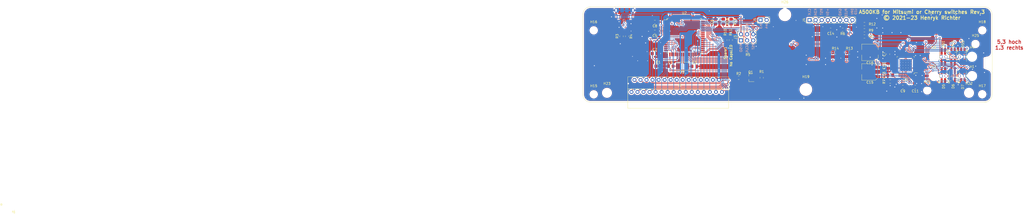
<source format=kicad_pcb>
(kicad_pcb (version 20171130) (host pcbnew "(5.1.2-1)-1")
  (title_block (title A500KB) (rev 3) (company "Henryk Richter"))
  (layers (0 F.Cu signal) (31 B.Cu signal) (34 B.Paste user) (35 F.Paste user) (36 B.SilkS user) (37 F.SilkS user) (38 B.Mask user) (39 F.Mask user) (44 Edge.Cuts user))
  (net 0 "")
  (net 1 CAPSLED)
  (net 2 GND)
  (net 3 /Y0=29)
  (net 4 /Y1=28)
  (net 5 /Y2=27)
  (net 6 /Y3=26)
  (net 7 /Y4=25)
  (net 8 /Y5=24)
  (net 9 /Y6=23)
  (net 10 /Y7=22)
  (net 11 /Y8=21)
  (net 12 /Y9=20)
  (net 13 /Y10=19)
  (net 14 /Y11=18)
  (net 15 /Y12=17)
  (net 16 /Y13=16)
  (net 17 /Y14=15)
  (net 18 /LAMI)
  (net 19 /LALT)
  (net 20 /LSHIFT)
  (net 21 +5V)
  (net 22 /X2=7)
  (net 23 /RSHFT)
  (net 24 /X3=5)
  (net 25 /X7=4)
  (net 26 /X6=3)
  (net 27 /X5=2)
  (net 28 /X4=1)
  (net 29 "Net-(Q1-Pad3)")
  (net 30 "Net-(Q1-Pad1)")
  (net 31 CAPS)
  (net 32 "Net-(C3-Pad1)")
  (net 33 "Net-(C4-Pad2)")
  (net 34 "Net-(C5-Pad2)")
  (net 35 "Net-(C6-Pad2)")
  (net 36 MISO)
  (net 37 MOSI)
  (net 38 SCLK)
  (net 39 /PWRLED)
  (net 40 /DRVLED)
  (net 41 /RST_OUT)
  (net 42 /KDAT)
  (net 43 /KCLK)
  (net 44 /SDA)
  (net 45 /SCL)
  (net 46 /IN_LED4)
  (net 47 /IN_LED3)
  (net 48 /AT90_RESET)
  (net 49 /D++)
  (net 50 /D--)
  (net 51 /D+)
  (net 52 /D-)
  (net 53 "Net-(D3-Pad2)")
  (net 54 "Net-(D4-Pad2)")
  (net 55 "Net-(D51-Pad2)")
  (net 56 "Net-(D51-Pad3)")
  (net 57 "Net-(D51-Pad1)")
  (net 58 "Net-(D52-Pad2)")
  (net 59 "Net-(D52-Pad3)")
  (net 60 "Net-(D52-Pad1)")
  (net 61 "Net-(D53-Pad2)")
  (net 62 "Net-(D53-Pad3)")
  (net 63 "Net-(D53-Pad1)")
  (net 64 /F1G)
  (net 65 /F1B)
  (net 66 /F1R)
  (net 67 /F2G)
  (net 68 /F2B)
  (net 69 /F2R)
  (net 70 /F3G)
  (net 71 /F3B)
  (net 72 /F3R)
  (net 73 /SDB)
  (net 74 "Net-(R7-Pad2)")
  (net 75 /SPARE1)
  (net 76 /SPARE2)
  (net 77 /FLED)
  (net 78 /PLED)
  (module MountingHole:MountingHole_4.3mm_M4 (layer F.Cu) (at 386.40258 226.0219)
    (fp_text reference H26 (at 0 -5.3) (layer F.SilkS))
    (fp_text value MountingHole)
    (pad 1 np_thru_hole circle (at 0 0) (size 4.3 4.3) (drill 4.3) (layers *.Cu *.Mask))
  )
  (module MXMitsumi:LED_Cree-PLCC4_3.2x2.8mm_CCW (layer F.Cu) (at 452.0834 243.4375 270)
    (fp_text reference D51 (at -5.2875 0.0218 90) (layer F.SilkS))
    (fp_text value LED_ARBG)
    (pad 2 smd rect (at -2.25 0.7 270) (size 2.75 0.8) (layers F.Cu F.Paste F.Mask) (net 55 "Net-(D51-Pad2)"))
    (pad 3 smd rect (at 2.25 0.7 270) (size 2.75 0.8) (layers F.Cu F.Paste F.Mask) (net 56 "Net-(D51-Pad3)"))
    (pad 4 smd rect (at 2.25 -0.7 270) (size 2.75 0.8) (layers F.Cu F.Paste F.Mask) (net 21 +5V))
    (pad 1 smd rect (at -2.25 -0.7 270) (size 2.75 0.8) (layers F.Cu F.Paste F.Mask) (net 57 "Net-(D51-Pad1)"))
  )
  (module MountingHole:MountingHole_2.5mm (layer F.Cu) (at 465.37626 238.10214)
    (fp_text reference H25 (at 0 -3.5) (layer F.SilkS))
    (fp_text value MountingHole)
    (pad 1 np_thru_hole circle (at 0 0) (size 2.5 2.5) (drill 2.5) (layers *.Cu *.Mask))
  )
  (module MountingHole:MountingHole_2.5mm (layer F.Cu) (at 445.39408 257.34264)
    (fp_text reference H24 (at 0 -3.5) (layer F.SilkS))
    (fp_text value MountingHole)
    (pad 1 np_thru_hole circle (at 0 0) (size 2.5 2.5) (drill 2.5) (layers *.Cu *.Mask))
  )
  (module MXMitsumi:MountingHole_3.2mm_M3_Small_Bax (layer F.Cu) (at 312.68162 258.34086)
    (fp_text reference H23 (at 0 -3.85) (layer F.SilkS))
    (fp_text value MountingHole)
    (pad 1 np_thru_hole circle (at 0 0) (size 3.2 3.2) (drill 3.2) (layers *.Cu *.Mask))
  )
  (module MXMitsumi:MountingHole_3.2mm_M3_Small_Bax (layer F.Cu) (at 462.6991 258.3434)
    (fp_text reference H22 (at 0 -3.85) (layer F.SilkS))
    (fp_text value MountingHole)
    (pad 1 np_thru_hole circle (at 0 0) (size 3.2 3.2) (drill 3.2) (layers *.Cu *.Mask))
  )
  (module Connector_USB:USB_Micro-B_Molex-105017-0001 (layer B.Cu) (at 319.95 225.3875)
    (fp_text reference J2 (at 0 3.1125) (layer B.SilkS) (effects (justify mirror)))
    (fp_text value USB_B_Micro)
    (pad 6 smd rect (at -2.9 -1.2375) (size 1.2 1.9) (layers B.Cu B.Mask) (net 2 GND))
    (pad 6 smd rect (at 2.9 -1.2375) (size 1.2 1.9) (layers B.Cu B.Mask) (net 2 GND))
    (pad 6 thru_hole oval (at 3.5 -1.2375) (size 1.2 1.9) (drill oval 0.6 1.3) (layers *.Cu *.Mask) (net 2 GND))
    (pad 6 thru_hole oval (at -3.5 -1.2375 180) (size 1.2 1.9) (drill oval 0.6 1.3) (layers *.Cu *.Mask) (net 2 GND))
    (pad 6 smd rect (at -1 -1.2375) (size 1.5 1.9) (layers B.Cu B.Paste B.Mask) (net 2 GND))
    (pad 6 thru_hole circle (at 2.5 1.4625) (size 1.45 1.45) (drill 0.85) (layers *.Cu *.Mask) (net 2 GND))
    (pad 3 smd rect (at 0 1.4625) (size 0.4 1.35) (layers B.Cu B.Paste B.Mask) (net 49 /D++))
    (pad 4 smd rect (at 0.65 1.4625) (size 0.4 1.35) (layers B.Cu B.Paste B.Mask))
    (pad 5 smd rect (at 1.3 1.4625) (size 0.4 1.35) (layers B.Cu B.Paste B.Mask) (net 2 GND))
    (pad 1 smd rect (at -1.3 1.4625) (size 0.4 1.35) (layers B.Cu B.Paste B.Mask) (net 21 +5V))
    (pad 2 smd rect (at -0.65 1.4625) (size 0.4 1.35) (layers B.Cu B.Paste B.Mask) (net 50 /D--))
    (pad 6 thru_hole circle (at -2.5 1.4625) (size 1.45 1.45) (drill 0.85) (layers *.Cu *.Mask) (net 2 GND))
    (pad 6 smd rect (at 1 -1.2375) (size 1.5 1.9) (layers B.Cu B.Paste B.Mask) (net 2 GND))
  )
  (module Resistor_SMD:R_0805_2012Metric_Pad1.15x1.40mm_HandSolder (layer F.Cu) (at 360.88574 228.80944 270)
    (fp_text reference R16 (at 0 -1.65 90) (layer F.SilkS))
    (fp_text value 10k)
    (pad 2 smd roundrect (at 1.025 0 270) (size 1.15 1.4) (layers F.Cu F.Paste F.Mask) (roundrect_rratio 0.217391) (net 21 +5V))
    (pad 1 smd roundrect (at -1.025 0 270) (size 1.15 1.4) (layers F.Cu F.Paste F.Mask) (roundrect_rratio 0.217391) (net 46 /IN_LED4))
  )
  (module Resistor_SMD:R_0805_2012Metric_Pad1.15x1.40mm_HandSolder (layer F.Cu) (at 364.11154 228.83252 270)
    (fp_text reference R15 (at 0 -1.65 90) (layer F.SilkS))
    (fp_text value 10k)
    (pad 2 smd roundrect (at 1.025 0 270) (size 1.15 1.4) (layers F.Cu F.Paste F.Mask) (roundrect_rratio 0.217391) (net 21 +5V))
    (pad 1 smd roundrect (at -1.025 0 270) (size 1.15 1.4) (layers F.Cu F.Paste F.Mask) (roundrect_rratio 0.217391) (net 47 /IN_LED3))
  )
  (module Resistor_SMD:R_0805_2012Metric_Pad1.15x1.40mm_HandSolder (layer F.Cu) (at 407.298 241.554)
    (fp_text reference R14 (at 0 -1.65) (layer F.SilkS))
    (fp_text value 3.3k)
    (pad 2 smd roundrect (at 1.025 0) (size 1.15 1.4) (layers F.Cu F.Paste F.Mask) (roundrect_rratio 0.217391) (net 21 +5V))
    (pad 1 smd roundrect (at -1.025 0) (size 1.15 1.4) (layers F.Cu F.Paste F.Mask) (roundrect_rratio 0.217391) (net 44 /SDA))
  )
  (module Resistor_SMD:R_0805_2012Metric_Pad1.15x1.40mm_HandSolder (layer F.Cu) (at 413.122 241.554)
    (fp_text reference R13 (at 0 -1.65) (layer F.SilkS))
    (fp_text value 3.3k)
    (pad 2 smd roundrect (at 1.025 0) (size 1.15 1.4) (layers F.Cu F.Paste F.Mask) (roundrect_rratio 0.217391) (net 21 +5V))
    (pad 1 smd roundrect (at -1.025 0) (size 1.15 1.4) (layers F.Cu F.Paste F.Mask) (roundrect_rratio 0.217391) (net 45 /SCL))
  )
  (module Resistor_SMD:R_0805_2012Metric_Pad1.15x1.40mm_HandSolder (layer F.Cu) (at 419.363 229.87 180)
    (fp_text reference R12 (at -3.2422 0) (layer F.SilkS))
    (fp_text value 1k)
    (pad 2 smd roundrect (at 1.025 0 180) (size 1.15 1.4) (layers F.Cu F.Paste F.Mask) (roundrect_rratio 0.217391) (net 40 /DRVLED))
    (pad 1 smd roundrect (at -1.025 0 180) (size 1.15 1.4) (layers F.Cu F.Paste F.Mask) (roundrect_rratio 0.217391) (net 2 GND))
  )
  (module Resistor_SMD:R_0805_2012Metric_Pad1.15x1.40mm_HandSolder (layer F.Cu) (at 363.982 236.465 270)
    (fp_text reference R11 (at -3.20664 0.04318 90) (layer F.SilkS))
    (fp_text value 10k)
    (pad 2 smd roundrect (at 1.025 0 270) (size 1.15 1.4) (layers F.Cu F.Paste F.Mask) (roundrect_rratio 0.217391) (net 76 /SPARE2))
    (pad 1 smd roundrect (at -1.025 0 270) (size 1.15 1.4) (layers F.Cu F.Paste F.Mask) (roundrect_rratio 0.217391) (net 2 GND))
  )
  (module Resistor_SMD:R_0805_2012Metric_Pad1.15x1.40mm_HandSolder (layer F.Cu) (at 361.696 236.474 270)
    (fp_text reference R10 (at -3.21564 0.00254 90) (layer F.SilkS))
    (fp_text value 10k)
    (pad 2 smd roundrect (at 1.025 0 270) (size 1.15 1.4) (layers F.Cu F.Paste F.Mask) (roundrect_rratio 0.217391) (net 75 /SPARE1))
    (pad 1 smd roundrect (at -1.025 0 270) (size 1.15 1.4) (layers F.Cu F.Paste F.Mask) (roundrect_rratio 0.217391) (net 2 GND))
  )
  (module Resistor_SMD:R_0805_2012Metric_Pad1.15x1.40mm_HandSolder (layer F.Cu) (at 419.354 232.41 180)
    (fp_text reference R9 (at -2.7432 -0.0508) (layer F.SilkS))
    (fp_text value 22)
    (pad 2 smd roundrect (at 1.025 0 180) (size 1.15 1.4) (layers F.Cu F.Paste F.Mask) (roundrect_rratio 0.217391) (net 40 /DRVLED))
    (pad 1 smd roundrect (at -1.025 0 180) (size 1.15 1.4) (layers F.Cu F.Paste F.Mask) (roundrect_rratio 0.217391) (net 77 /FLED))
  )
  (module Resistor_SMD:R_0805_2012Metric_Pad1.15x1.40mm_HandSolder (layer F.Cu) (at 419.354 234.95 180)
    (fp_text reference R8 (at -2.7432 0) (layer F.SilkS))
    (fp_text value 22)
    (pad 2 smd roundrect (at 1.025 0 180) (size 1.15 1.4) (layers F.Cu F.Paste F.Mask) (roundrect_rratio 0.217391) (net 39 /PWRLED))
    (pad 1 smd roundrect (at -1.025 0 180) (size 1.15 1.4) (layers F.Cu F.Paste F.Mask) (roundrect_rratio 0.217391) (net 78 /PLED))
  )
  (module Capacitor_SMD:C_Elec_6.3x5.8 (layer F.Cu) (at 421.6375 241.55 180)
    (fp_text reference C16 (at 0 -4.35) (layer F.SilkS))
    (fp_text value "not populated")
    (pad 2 smd roundrect (at 2.5375 0 180) (size 3.325 1.6) (layers F.Cu F.Paste F.Mask) (roundrect_rratio 0.15625) (net 2 GND))
    (pad 1 smd roundrect (at -2.5375 0 180) (size 3.325 1.6) (layers F.Cu F.Paste F.Mask) (roundrect_rratio 0.15625) (net 21 +5V))
  )
  (module Capacitor_SMD:C_Elec_6.3x5.8 (layer F.Cu) (at 421.6375 249.65 180)
    (fp_text reference C15 (at 0 -4.35) (layer F.SilkS))
    (fp_text value "not populated")
    (pad 2 smd roundrect (at 2.5375 0 180) (size 3.325 1.6) (layers F.Cu F.Paste F.Mask) (roundrect_rratio 0.15625) (net 2 GND))
    (pad 1 smd roundrect (at -2.5375 0 180) (size 3.325 1.6) (layers F.Cu F.Paste F.Mask) (roundrect_rratio 0.15625) (net 21 +5V))
  )
  (module Resistor_SMD:R_0805_2012Metric_Pad1.15x1.40mm_HandSolder (layer F.Cu) (at 430.025 253.7)
    (fp_text reference R7 (at -2.525 0 90) (layer F.SilkS))
    (fp_text value 3.9k)
    (pad 2 smd roundrect (at 1.025 0) (size 1.15 1.4) (layers F.Cu F.Paste F.Mask) (roundrect_rratio 0.217391) (net 74 "Net-(R7-Pad2)"))
    (pad 1 smd roundrect (at -1.025 0) (size 1.15 1.4) (layers F.Cu F.Paste F.Mask) (roundrect_rratio 0.217391) (net 2 GND))
  )
  (module Resistor_SMD:R_0805_2012Metric_Pad1.15x1.40mm_HandSolder (layer F.Cu) (at 410.35 232.2 180)
    (fp_text reference R6 (at 0 -1.65) (layer F.SilkS))
    (fp_text value 390)
    (pad 2 smd roundrect (at 1.025 0 180) (size 1.15 1.4) (layers F.Cu F.Paste F.Mask) (roundrect_rratio 0.217391) (net 2 GND))
    (pad 1 smd roundrect (at -1.025 0 180) (size 1.15 1.4) (layers F.Cu F.Paste F.Mask) (roundrect_rratio 0.217391) (net 39 /PWRLED))
  )
  (module Resistor_SMD:R_0805_2012Metric_Pad1.15x1.40mm_HandSolder (layer F.Cu) (at 371.05 240.9 180)
    (fp_text reference R5 (at 0 -1.65) (layer F.SilkS))
    (fp_text value 4.7k)
    (pad 2 smd roundrect (at 1.025 0 180) (size 1.15 1.4) (layers F.Cu F.Paste F.Mask) (roundrect_rratio 0.217391) (net 21 +5V))
    (pad 1 smd roundrect (at -1.025 0 180) (size 1.15 1.4) (layers F.Cu F.Paste F.Mask) (roundrect_rratio 0.217391) (net 48 /AT90_RESET))
  )
  (module Resistor_SMD:R_0805_2012Metric_Pad1.15x1.40mm_HandSolder (layer F.Cu) (at 321.05 234.925 90)
    (fp_text reference R4 (at -0.08 1.647 90) (layer F.SilkS))
    (fp_text value 22)
    (pad 2 smd roundrect (at 1.025 0 90) (size 1.15 1.4) (layers F.Cu F.Paste F.Mask) (roundrect_rratio 0.217391) (net 50 /D--))
    (pad 1 smd roundrect (at -1.025 0 90) (size 1.15 1.4) (layers F.Cu F.Paste F.Mask) (roundrect_rratio 0.217391) (net 52 /D-))
  )
  (module Resistor_SMD:R_0805_2012Metric_Pad1.15x1.40mm_HandSolder (layer F.Cu) (at 318.7 234.925 90)
    (fp_text reference R3 (at 0.038 -1.794 90) (layer F.SilkS))
    (fp_text value 22)
    (pad 2 smd roundrect (at 1.025 0 90) (size 1.15 1.4) (layers F.Cu F.Paste F.Mask) (roundrect_rratio 0.217391) (net 49 /D++))
    (pad 1 smd roundrect (at -1.025 0 90) (size 1.15 1.4) (layers F.Cu F.Paste F.Mask) (roundrect_rratio 0.217391) (net 51 /D+))
  )
  (module Resistor_SMD:R_0805_2012Metric_Pad1.15x1.40mm_HandSolder (layer F.Cu) (at 367.25 252.1)
    (fp_text reference R2 (at 0 -1.7068) (layer F.SilkS))
    (fp_text value 180)
    (pad 2 smd roundrect (at 1.025 0) (size 1.15 1.4) (layers F.Cu F.Paste F.Mask) (roundrect_rratio 0.217391) (net 29 "Net-(Q1-Pad3)"))
    (pad 1 smd roundrect (at -1.025 0) (size 1.15 1.4) (layers F.Cu F.Paste F.Mask) (roundrect_rratio 0.217391) (net 1 CAPSLED))
  )
  (module Resistor_SMD:R_0805_2012Metric_Pad1.15x1.40mm_HandSolder (layer F.Cu) (at 376.8 252.075 90)
    (fp_text reference R1 (at 2.4946 -0.0164 180) (layer F.SilkS))
    (fp_text value 1k)
    (pad 2 smd roundrect (at 1.025 0 90) (size 1.15 1.4) (layers F.Cu F.Paste F.Mask) (roundrect_rratio 0.217391) (net 31 CAPS))
    (pad 1 smd roundrect (at -1.025 0 90) (size 1.15 1.4) (layers F.Cu F.Paste F.Mask) (roundrect_rratio 0.217391) (net 30 "Net-(Q1-Pad1)"))
  )
  (module Package_TO_SOT_SMD:SOT-23 (layer F.Cu) (at 372.25 252.1 180)
    (fp_text reference Q1 (at 0.0384 2.3164) (layer F.SilkS))
    (fp_text value MMBT3904)
    (pad 3 smd rect (at 1 0 180) (size 0.9 0.8) (layers F.Cu F.Paste F.Mask) (net 29 "Net-(Q1-Pad3)"))
    (pad 2 smd rect (at -1 0.95 180) (size 0.9 0.8) (layers F.Cu F.Paste F.Mask) (net 2 GND))
    (pad 1 smd rect (at -1 -0.95 180) (size 0.9 0.8) (layers F.Cu F.Paste F.Mask) (net 30 "Net-(Q1-Pad1)"))
  )
  (module MountingHole:MountingHole_4.3mm_M4 (layer F.Cu) (at 395.097 256.9718)
    (fp_text reference H19 (at 0 -5.3) (layer F.SilkS))
    (fp_text value MountingHole)
    (pad 1 np_thru_hole circle (at 0 0) (size 4.3 4.3) (drill 4.3) (layers *.Cu *.Mask))
  )
  (module MountingHole:MountingHole_2.5mm (layer F.Cu) (at 468.19312 232.4354)
    (fp_text reference H18 (at 0 -3.5) (layer F.SilkS))
    (fp_text value MountingHole)
    (pad 1 np_thru_hole circle (at 0 0) (size 2.5 2.5) (drill 2.5) (layers *.Cu *.Mask))
  )
  (module MountingHole:MountingHole_2.5mm (layer F.Cu) (at 468.1728 258.9276)
    (fp_text reference H17 (at 0 -3.5) (layer F.SilkS))
    (fp_text value MountingHole)
    (pad 1 np_thru_hole circle (at 0 0) (size 2.5 2.5) (drill 2.5) (layers *.Cu *.Mask))
  )
  (module MountingHole:MountingHole_2.5mm (layer F.Cu) (at 307.19522 232.44302)
    (fp_text reference H16 (at 0 -3.5) (layer F.SilkS))
    (fp_text value MountingHole)
    (pad 1 np_thru_hole circle (at 0 0) (size 2.5 2.5) (drill 2.5) (layers *.Cu *.Mask))
  )
  (module MountingHole:MountingHole_2.5mm (layer F.Cu) (at 307.2 258.95)
    (fp_text reference H15 (at 0 -3.5) (layer F.SilkS))
    (fp_text value MountingHole)
    (pad 1 np_thru_hole circle (at 0 0) (size 2.5 2.5) (drill 2.5) (layers *.Cu *.Mask))
  )
  (module Capacitor_SMD:C_0805_2012Metric_Pad1.15x1.40mm_HandSolder (layer F.Cu) (at 435.275 255.95 180)
    (fp_text reference C9 (at 0 -1.65) (layer F.SilkS))
    (fp_text value 100nF)
    (pad 2 smd roundrect (at 1.025 0 180) (size 1.15 1.4) (layers F.Cu F.Paste F.Mask) (roundrect_rratio 0.217391) (net 2 GND))
    (pad 1 smd roundrect (at -1.025 0 180) (size 1.15 1.4) (layers F.Cu F.Paste F.Mask) (roundrect_rratio 0.217391) (net 21 +5V))
  )
  (module Capacitor_SMD:C_0805_2012Metric_Pad1.15x1.40mm_HandSolder (layer F.Cu) (at 430.05 251.05 180)
    (fp_text reference C13 (at 2.5 0.05 90) (layer F.SilkS))
    (fp_text value 100nF)
    (pad 2 smd roundrect (at 1.025 0 180) (size 1.15 1.4) (layers F.Cu F.Paste F.Mask) (roundrect_rratio 0.217391) (net 2 GND))
    (pad 1 smd roundrect (at -1.025 0 180) (size 1.15 1.4) (layers F.Cu F.Paste F.Mask) (roundrect_rratio 0.217391) (net 73 /SDB))
  )
  (module Capacitor_SMD:C_0805_2012Metric_Pad1.15x1.40mm_HandSolder (layer F.Cu) (at 405.35 232.2)
    (fp_text reference C14 (at 0.05 1.6) (layer F.SilkS))
    (fp_text value 10uF)
    (pad 2 smd roundrect (at 1.025 0) (size 1.15 1.4) (layers F.Cu F.Paste F.Mask) (roundrect_rratio 0.217391) (net 2 GND))
    (pad 1 smd roundrect (at -1.025 0) (size 1.15 1.4) (layers F.Cu F.Paste F.Mask) (roundrect_rratio 0.217391) (net 21 +5V))
  )
  (module MXMitsumi:MountingHole_3.2mm_M3_Small_Bax (layer F.Cu) (at 463.9564 243.3828)
    (fp_text reference H4 (at 0 -3.85) (layer F.SilkS))
    (fp_text value MountingHole)
    (pad 1 np_thru_hole circle (at 0 0) (size 3.2 3.2) (drill 3.2) (layers *.Cu *.Mask))
  )
  (module MXMitsumi:MountingHole_3.2mm_M3_Small_Bax (layer F.Cu) (at 448.056 243.4)
    (fp_text reference H3 (at 0 -3.85) (layer F.SilkS))
    (fp_text value MountingHole)
    (pad 1 np_thru_hole circle (at 0 0) (size 3.2 3.2) (drill 3.2) (layers *.Cu *.Mask))
  )
  (module MXMitsumi:MountingHole_3.2mm_M3_Small_Bax (layer F.Cu) (at 448.0814 251.3584)
    (fp_text reference H2 (at 0 -3.85) (layer F.SilkS))
    (fp_text value MountingHole)
    (pad 1 np_thru_hole circle (at 0 0) (size 3.2 3.2) (drill 3.2) (layers *.Cu *.Mask))
  )
  (module MXMitsumi:MountingHole_3.2mm_M3_Small_Bax (layer F.Cu) (at 463.9564 251.3584)
    (fp_text reference H1 (at 0 -3.85) (layer F.SilkS))
    (fp_text value MountingHole)
    (pad 1 np_thru_hole circle (at 0 0) (size 3.2 3.2) (drill 3.2) (layers *.Cu *.Mask))
  )
  (module Capacitor_SMD:C_0805_2012Metric_Pad1.15x1.40mm_HandSolder (layer F.Cu) (at 429.15 247.175 270)
    (fp_text reference C12 (at 0.025 1.65 90) (layer F.SilkS))
    (fp_text value 10uF)
    (pad 2 smd roundrect (at 1.025 0 270) (size 1.15 1.4) (layers F.Cu F.Paste F.Mask) (roundrect_rratio 0.217391) (net 2 GND))
    (pad 1 smd roundrect (at -1.025 0 270) (size 1.15 1.4) (layers F.Cu F.Paste F.Mask) (roundrect_rratio 0.217391) (net 21 +5V))
  )
  (module Capacitor_SMD:C_0805_2012Metric_Pad1.15x1.40mm_HandSolder (layer F.Cu) (at 440.425 255.95)
    (fp_text reference C11 (at -0.025 1.65) (layer F.SilkS))
    (fp_text value 10uF)
    (pad 2 smd roundrect (at 1.025 0) (size 1.15 1.4) (layers F.Cu F.Paste F.Mask) (roundrect_rratio 0.217391) (net 2 GND))
    (pad 1 smd roundrect (at -1.025 0) (size 1.15 1.4) (layers F.Cu F.Paste F.Mask) (roundrect_rratio 0.217391) (net 21 +5V))
  )
  (module Package_QFP:TQFP-48-1EP_7x7mm_P0.5mm_EP5x5mm_ThermalVias (layer F.Cu) (at 436.4625 246.9 180)
    (fp_text reference U1 (at 0 -5.85) (layer F.SilkS))
    (fp_text value IS32FL3237_DS)
    (pad 48 smd roundrect (at -2.75 -4.1625 180) (size 0.3 1.475) (layers F.Cu F.Paste F.Mask) (net 64 /F1G))
    (pad 47 smd roundrect (at -2.25 -4.1625 180) (size 0.3 1.475) (layers F.Cu F.Paste F.Mask) (net 66 /F1R))
    (pad 46 smd roundrect (at -1.75 -4.1625 180) (size 0.3 1.475) (layers F.Cu F.Paste F.Mask) (net 45 /SCL))
    (pad 45 smd roundrect (at -1.25 -4.1625 180) (size 0.3 1.475) (layers F.Cu F.Paste F.Mask) (net 44 /SDA))
    (pad 44 smd roundrect (at -0.75 -4.1625 180) (size 0.3 1.475) (layers F.Cu F.Paste F.Mask) (net 74 "Net-(R7-Pad2)"))
    (pad 43 smd roundrect (at -0.25 -4.1625 180) (size 0.3 1.475) (layers F.Cu F.Paste F.Mask) (net 2 GND))
    (pad 42 smd roundrect (at 0.25 -4.1625 180) (size 0.3 1.475) (layers F.Cu F.Paste F.Mask) (net 2 GND))
    (pad 41 smd roundrect (at 0.75 -4.1625 180) (size 0.3 1.475) (layers F.Cu F.Paste F.Mask) (net 21 +5V))
    (pad 40 smd roundrect (at 1.25 -4.1625 180) (size 0.3 1.475) (layers F.Cu F.Paste F.Mask) (net 2 GND))
    (pad 39 smd roundrect (at 1.75 -4.1625 180) (size 0.3 1.475) (layers F.Cu F.Paste F.Mask) (net 73 /SDB))
    (pad 38 smd roundrect (at 2.25 -4.1625 180) (size 0.3 1.475) (layers F.Cu F.Paste F.Mask))
    (pad 37 smd roundrect (at 2.75 -4.1625 180) (size 0.3 1.475) (layers F.Cu F.Paste F.Mask))
    (pad 36 smd roundrect (at 4.1625 -2.75 180) (size 1.475 0.3) (layers F.Cu F.Paste F.Mask))
    (pad 35 smd roundrect (at 4.1625 -2.25 180) (size 1.475 0.3) (layers F.Cu F.Paste F.Mask))
    (pad 34 smd roundrect (at 4.1625 -1.75 180) (size 1.475 0.3) (layers F.Cu F.Paste F.Mask))
    (pad 33 smd roundrect (at 4.1625 -1.25 180) (size 1.475 0.3) (layers F.Cu F.Paste F.Mask) (net 2 GND))
    (pad 32 smd roundrect (at 4.1625 -0.75 180) (size 1.475 0.3) (layers F.Cu F.Paste F.Mask))
    (pad 31 smd roundrect (at 4.1625 -0.25 180) (size 1.475 0.3) (layers F.Cu F.Paste F.Mask))
    (pad 30 smd roundrect (at 4.1625 0.25 180) (size 1.475 0.3) (layers F.Cu F.Paste F.Mask))
    (pad 29 smd roundrect (at 4.1625 0.75 180) (size 1.475 0.3) (layers F.Cu F.Paste F.Mask))
    (pad 28 smd roundrect (at 4.1625 1.25 180) (size 1.475 0.3) (layers F.Cu F.Paste F.Mask))
    (pad 27 smd roundrect (at 4.1625 1.75 180) (size 1.475 0.3) (layers F.Cu F.Paste F.Mask))
    (pad 26 smd roundrect (at 4.1625 2.25 180) (size 1.475 0.3) (layers F.Cu F.Paste F.Mask))
    (pad 25 smd roundrect (at 4.1625 2.75 180) (size 1.475 0.3) (layers F.Cu F.Paste F.Mask))
    (pad 24 smd roundrect (at 2.75 4.1625 180) (size 0.3 1.475) (layers F.Cu F.Paste F.Mask))
    (pad 23 smd roundrect (at 2.25 4.1625 180) (size 0.3 1.475) (layers F.Cu F.Paste F.Mask))
    (pad 22 smd roundrect (at 1.75 4.1625 180) (size 0.3 1.475) (layers F.Cu F.Paste F.Mask))
    (pad 21 smd roundrect (at 1.25 4.1625 180) (size 0.3 1.475) (layers F.Cu F.Paste F.Mask))
    (pad 20 smd roundrect (at 0.75 4.1625 180) (size 0.3 1.475) (layers F.Cu F.Paste F.Mask))
    (pad 19 smd roundrect (at 0.25 4.1625 180) (size 0.3 1.475) (layers F.Cu F.Paste F.Mask) (net 2 GND))
    (pad 18 smd roundrect (at -0.25 4.1625 180) (size 0.3 1.475) (layers F.Cu F.Paste F.Mask) (net 2 GND))
    (pad 17 smd roundrect (at -0.75 4.1625 180) (size 0.3 1.475) (layers F.Cu F.Paste F.Mask) (net 62 "Net-(D53-Pad3)"))
    (pad 16 smd roundrect (at -1.25 4.1625 180) (size 0.3 1.475) (layers F.Cu F.Paste F.Mask) (net 61 "Net-(D53-Pad2)"))
    (pad 15 smd roundrect (at -1.75 4.1625 180) (size 0.3 1.475) (layers F.Cu F.Paste F.Mask) (net 63 "Net-(D53-Pad1)"))
    (pad 14 smd roundrect (at -2.25 4.1625 180) (size 0.3 1.475) (layers F.Cu F.Paste F.Mask) (net 59 "Net-(D52-Pad3)"))
    (pad 13 smd roundrect (at -2.75 4.1625 180) (size 0.3 1.475) (layers F.Cu F.Paste F.Mask) (net 58 "Net-(D52-Pad2)"))
    (pad 12 smd roundrect (at -4.1625 2.75 180) (size 1.475 0.3) (layers F.Cu F.Paste F.Mask) (net 60 "Net-(D52-Pad1)"))
    (pad 11 smd roundrect (at -4.1625 2.25 180) (size 1.475 0.3) (layers F.Cu F.Paste F.Mask) (net 56 "Net-(D51-Pad3)"))
    (pad 10 smd roundrect (at -4.1625 1.75 180) (size 1.475 0.3) (layers F.Cu F.Paste F.Mask) (net 55 "Net-(D51-Pad2)"))
    (pad 9 smd roundrect (at -4.1625 1.25 180) (size 1.475 0.3) (layers F.Cu F.Paste F.Mask) (net 57 "Net-(D51-Pad1)"))
    (pad 8 smd roundrect (at -4.1625 0.75 180) (size 1.475 0.3) (layers F.Cu F.Paste F.Mask) (net 71 /F3B))
    (pad 7 smd roundrect (at -4.1625 0.25 180) (size 1.475 0.3) (layers F.Cu F.Paste F.Mask) (net 70 /F3G))
    (pad 6 smd roundrect (at -4.1625 -0.25 180) (size 1.475 0.3) (layers F.Cu F.Paste F.Mask) (net 72 /F3R))
    (pad 5 smd roundrect (at -4.1625 -0.75 180) (size 1.475 0.3) (layers F.Cu F.Paste F.Mask) (net 68 /F2B))
    (pad 4 smd roundrect (at -4.1625 -1.25 180) (size 1.475 0.3) (layers F.Cu F.Paste F.Mask) (net 2 GND))
    (pad 3 smd roundrect (at -4.1625 -1.75 180) (size 1.475 0.3) (layers F.Cu F.Paste F.Mask) (net 67 /F2G))
    (pad 2 smd roundrect (at -4.1625 -2.25 180) (size 1.475 0.3) (layers F.Cu F.Paste F.Mask) (net 69 /F2R))
    (pad 1 smd roundrect (at -4.1625 -2.75 180) (size 1.475 0.3) (layers F.Cu F.Paste F.Mask) (net 65 /F1B))
    (pad 49 smd roundrect (at 0 0 180) (size 5 5) (layers B.Cu) (roundrect_rratio 0.05) (net 2 GND))
    (pad 49 thru_hole circle (at 2.25 2.25 180) (size 0.5 0.5) (drill 0.2) (layers *.Cu) (net 2 GND))
    (pad 49 thru_hole circle (at 1.125 2.25 180) (size 0.5 0.5) (drill 0.2) (layers *.Cu) (net 2 GND))
    (pad 49 thru_hole circle (at 0 2.25 180) (size 0.5 0.5) (drill 0.2) (layers *.Cu) (net 2 GND))
    (pad 49 thru_hole circle (at -1.125 2.25 180) (size 0.5 0.5) (drill 0.2) (layers *.Cu) (net 2 GND))
    (pad 49 thru_hole circle (at -2.25 2.25 180) (size 0.5 0.5) (drill 0.2) (layers *.Cu) (net 2 GND))
    (pad 49 thru_hole circle (at 2.25 1.125 180) (size 0.5 0.5) (drill 0.2) (layers *.Cu) (net 2 GND))
    (pad 49 thru_hole circle (at 1.125 1.125 180) (size 0.5 0.5) (drill 0.2) (layers *.Cu) (net 2 GND))
    (pad 49 thru_hole circle (at 0 1.125 180) (size 0.5 0.5) (drill 0.2) (layers *.Cu) (net 2 GND))
    (pad 49 thru_hole circle (at -1.125 1.125 180) (size 0.5 0.5) (drill 0.2) (layers *.Cu) (net 2 GND))
    (pad 49 thru_hole circle (at -2.25 1.125 180) (size 0.5 0.5) (drill 0.2) (layers *.Cu) (net 2 GND))
    (pad 49 thru_hole circle (at 2.25 0 180) (size 0.5 0.5) (drill 0.2) (layers *.Cu) (net 2 GND))
    (pad 49 thru_hole circle (at 1.125 0 180) (size 0.5 0.5) (drill 0.2) (layers *.Cu) (net 2 GND))
    (pad 49 thru_hole circle (at 0 0 180) (size 0.5 0.5) (drill 0.2) (layers *.Cu) (net 2 GND))
    (pad 49 thru_hole circle (at -1.125 0 180) (size 0.5 0.5) (drill 0.2) (layers *.Cu) (net 2 GND))
    (pad 49 thru_hole circle (at -2.25 0 180) (size 0.5 0.5) (drill 0.2) (layers *.Cu) (net 2 GND))
    (pad 49 thru_hole circle (at 2.25 -1.125 180) (size 0.5 0.5) (drill 0.2) (layers *.Cu) (net 2 GND))
    (pad 49 thru_hole circle (at 1.125 -1.125 180) (size 0.5 0.5) (drill 0.2) (layers *.Cu) (net 2 GND))
    (pad 49 thru_hole circle (at 0 -1.125 180) (size 0.5 0.5) (drill 0.2) (layers *.Cu) (net 2 GND))
    (pad 49 thru_hole circle (at -1.125 -1.125 180) (size 0.5 0.5) (drill 0.2) (layers *.Cu) (net 2 GND))
    (pad 49 thru_hole circle (at -2.25 -1.125 180) (size 0.5 0.5) (drill 0.2) (layers *.Cu) (net 2 GND))
    (pad 49 thru_hole circle (at 2.25 -2.25 180) (size 0.5 0.5) (drill 0.2) (layers *.Cu) (net 2 GND))
    (pad 49 thru_hole circle (at 1.125 -2.25 180) (size 0.5 0.5) (drill 0.2) (layers *.Cu) (net 2 GND))
    (pad 49 thru_hole circle (at 0 -2.25 180) (size 0.5 0.5) (drill 0.2) (layers *.Cu) (net 2 GND))
    (pad 49 thru_hole circle (at -1.125 -2.25 180) (size 0.5 0.5) (drill 0.2) (layers *.Cu) (net 2 GND))
    (pad 49 thru_hole circle (at -2.25 -2.25 180) (size 0.5 0.5) (drill 0.2) (layers *.Cu) (net 2 GND))
    (pad 49 smd roundrect (at 0 0 180) (size 5 5) (layers F.Cu F.Mask) (roundrect_rratio 0.05) (net 2 GND))
  )
  (module Capacitor_SMD:C_0805_2012Metric_Pad1.15x1.40mm_HandSolder (layer F.Cu) (at 332.525 229 180)
    (fp_text reference C8 (at 0 -1.65) (layer F.SilkS))
    (fp_text value 100nF)
    (pad 2 smd roundrect (at 1.025 0 180) (size 1.15 1.4) (layers F.Cu F.Paste F.Mask) (roundrect_rratio 0.217391) (net 2 GND))
    (pad 1 smd roundrect (at -1.025 0 180) (size 1.15 1.4) (layers F.Cu F.Paste F.Mask) (roundrect_rratio 0.217391) (net 21 +5V))
  )
  (module Capacitor_SMD:C_0805_2012Metric_Pad1.15x1.40mm_HandSolder (layer F.Cu) (at 429.15 242.325 90)
    (fp_text reference C7 (at 0 -1.65 90) (layer F.SilkS))
    (fp_text value 100nF)
    (pad 2 smd roundrect (at 1.025 0 90) (size 1.15 1.4) (layers F.Cu F.Paste F.Mask) (roundrect_rratio 0.217391) (net 2 GND))
    (pad 1 smd roundrect (at -1.025 0 90) (size 1.15 1.4) (layers F.Cu F.Paste F.Mask) (roundrect_rratio 0.217391) (net 21 +5V))
  )
  (module Capacitor_SMD:C_0805_2012Metric_Pad1.15x1.40mm_HandSolder (layer F.Cu) (at 332.525 242.05)
    (fp_text reference C2 (at 0 -1.65) (layer F.SilkS))
    (fp_text value 100nF)
    (pad 2 smd roundrect (at 1.025 0) (size 1.15 1.4) (layers F.Cu F.Paste F.Mask) (roundrect_rratio 0.217391) (net 2 GND))
    (pad 1 smd roundrect (at -1.025 0) (size 1.15 1.4) (layers F.Cu F.Paste F.Mask) (roundrect_rratio 0.217391) (net 21 +5V))
  )
  (module Capacitor_SMD:C_0805_2012Metric_Pad1.15x1.40mm_HandSolder (layer F.Cu) (at 333.9355 247.3091)
    (fp_text reference C1 (at 0 -1.65) (layer F.SilkS))
    (fp_text value 10uF)
    (pad 2 smd roundrect (at 1.025 0) (size 1.15 1.4) (layers F.Cu F.Paste F.Mask) (roundrect_rratio 0.217391) (net 2 GND))
    (pad 1 smd roundrect (at -1.025 0) (size 1.15 1.4) (layers F.Cu F.Paste F.Mask) (roundrect_rratio 0.217391) (net 21 +5V))
  )
  (module MXMitsumi:LED_Cree-PLCC4_3.2x2.8mm_CCW (layer F.Cu) (at 460.1472 243.4172 270)
    (fp_text reference D53 (at -5.2672 -0.0122 90) (layer F.SilkS))
    (fp_text value LED_ARBG)
    (pad 2 smd rect (at -2.25 0.7 270) (size 2.75 0.8) (layers F.Cu F.Paste F.Mask) (net 61 "Net-(D53-Pad2)"))
    (pad 3 smd rect (at 2.25 0.7 270) (size 2.75 0.8) (layers F.Cu F.Paste F.Mask) (net 62 "Net-(D53-Pad3)"))
    (pad 4 smd rect (at 2.25 -0.7 270) (size 2.75 0.8) (layers F.Cu F.Paste F.Mask) (net 21 +5V))
    (pad 1 smd rect (at -2.25 -0.7 270) (size 2.75 0.8) (layers F.Cu F.Paste F.Mask) (net 63 "Net-(D53-Pad1)"))
  )
  (module MXMitsumi:LED_Cree-PLCC4_3.2x2.8mm_CCW (layer F.Cu) (at 456.0959 243.4299 270)
    (fp_text reference D52 (at -5.1799 -0.0135 90) (layer F.SilkS))
    (fp_text value LED_ARBG)
    (pad 2 smd rect (at -2.25 0.7 270) (size 2.75 0.8) (layers F.Cu F.Paste F.Mask) (net 58 "Net-(D52-Pad2)"))
    (pad 3 smd rect (at 2.25 0.7 270) (size 2.75 0.8) (layers F.Cu F.Paste F.Mask) (net 59 "Net-(D52-Pad3)"))
    (pad 4 smd rect (at 2.25 -0.7 270) (size 2.75 0.8) (layers F.Cu F.Paste F.Mask) (net 21 +5V))
    (pad 1 smd rect (at -2.25 -0.7 270) (size 2.75 0.8) (layers F.Cu F.Paste F.Mask) (net 60 "Net-(D52-Pad1)"))
  )
  (module MXMitsumi:LED_DUAL_A500 (layer B.Cu) (at 455.9794 251.3584)
    (fp_text reference D4 (at -0.036 0.085) (layer B.SilkS) (effects (justify mirror)))
    (fp_text value LED_Dual_ACAC)
    (pad 4 thru_hole circle (at 4.85 0) (size 1.2 1.2) (drill 0.9) (layers *.Cu *.Mask) (net 2 GND))
    (pad 3 thru_hole circle (at 2.8 0) (size 1.2 1.2) (drill 0.9) (layers *.Cu *.Mask) (net 54 "Net-(D4-Pad2)"))
    (pad 1 thru_hole rect (at -4.85 0) (size 1.2 1.2) (drill 0.9) (layers *.Cu *.Mask) (net 77 /FLED))
    (pad 2 thru_hole circle (at -2.8 0) (size 1.2 1.2) (drill 0.9) (layers *.Cu *.Mask) (net 54 "Net-(D4-Pad2)"))
  )
  (module MXMitsumi:LED_DUAL_A500 (layer B.Cu) (at 455.95124 243.4209)
    (fp_text reference D3 (at 0.012 0.212) (layer B.SilkS) (effects (justify mirror)))
    (fp_text value LED_Dual_ACAC)
    (pad 4 thru_hole circle (at 4.85 0) (size 1.2 1.2) (drill 0.9) (layers *.Cu *.Mask) (net 2 GND))
    (pad 3 thru_hole circle (at 2.8 0) (size 1.2 1.2) (drill 0.9) (layers *.Cu *.Mask) (net 53 "Net-(D3-Pad2)"))
    (pad 1 thru_hole rect (at -4.85 0) (size 1.2 1.2) (drill 0.9) (layers *.Cu *.Mask) (net 78 /PLED))
    (pad 2 thru_hole circle (at -2.8 0) (size 1.2 1.2) (drill 0.9) (layers *.Cu *.Mask) (net 53 "Net-(D3-Pad2)"))
  )
  (module Connector_PinHeader_2.54mm:PinHeader_1x02_P2.54mm_Vertical (layer F.Cu) (at 376.29846 228.17836 90)
    (fp_text reference J5 (at 0 -2.33 90) (layer F.SilkS))
    (fp_text value Conn_01x02)
    (pad 2 thru_hole oval (at 0 2.54 90) (size 1.7 1.7) (drill 1) (layers *.Cu *.Mask) (net 46 /IN_LED4))
    (pad 1 thru_hole rect (at 0 0 90) (size 1.7 1.7) (drill 1) (layers *.Cu *.Mask) (net 47 /IN_LED3))
  )
  (module Crystal:Crystal_SMD_TXC_7A-2Pin_5x3.2mm (layer F.Cu) (at 343.9733 247.3218 180)
    (fp_text reference Y2 (at 0 -2.5) (layer F.SilkS))
    (fp_text value "16 MHz")
    (pad 2 smd rect (at 1.85 0 180) (size 1.7 2.4) (layers F.Cu F.Paste F.Mask) (net 33 "Net-(C4-Pad2)"))
    (pad 1 smd rect (at -1.85 0 180) (size 1.7 2.4) (layers F.Cu F.Paste F.Mask) (net 32 "Net-(C3-Pad1)"))
  )
  (module MXMitsumi:LED_Cree-PLCC4_3.2x2.8mm_CCW (layer F.Cu) (at 460.1584 251.375 90)
    (fp_text reference D7 (at -4.475 -0.049 90) (layer F.SilkS))
    (fp_text value LED_ARBG)
    (pad 2 smd rect (at -2.25 0.7 90) (size 2.75 0.8) (layers F.Cu F.Paste F.Mask) (net 70 /F3G))
    (pad 3 smd rect (at 2.25 0.7 90) (size 2.75 0.8) (layers F.Cu F.Paste F.Mask) (net 71 /F3B))
    (pad 4 smd rect (at 2.25 -0.7 90) (size 2.75 0.8) (layers F.Cu F.Paste F.Mask) (net 21 +5V))
    (pad 1 smd rect (at -2.25 -0.7 90) (size 2.75 0.8) (layers F.Cu F.Paste F.Mask) (net 72 /F3R))
  )
  (module MXMitsumi:LED_Cree-PLCC4_3.2x2.8mm_CCW (layer F.Cu) (at 456.0944 251.375 90)
    (fp_text reference D6 (at -4.275 0.015 90) (layer F.SilkS))
    (fp_text value LED_ARBG)
    (pad 2 smd rect (at -2.25 0.7 90) (size 2.75 0.8) (layers F.Cu F.Paste F.Mask) (net 67 /F2G))
    (pad 3 smd rect (at 2.25 0.7 90) (size 2.75 0.8) (layers F.Cu F.Paste F.Mask) (net 68 /F2B))
    (pad 4 smd rect (at 2.25 -0.7 90) (size 2.75 0.8) (layers F.Cu F.Paste F.Mask) (net 21 +5V))
    (pad 1 smd rect (at -2.25 -0.7 90) (size 2.75 0.8) (layers F.Cu F.Paste F.Mask) (net 69 /F2R))
  )
  (module MXMitsumi:LED_Cree-PLCC4_3.2x2.8mm_CCW (layer F.Cu) (at 452.067 251.388 90)
    (fp_text reference D5 (at -4.312 0.067 90) (layer F.SilkS))
    (fp_text value LED_ARBG)
    (pad 2 smd rect (at -2.25 0.7 90) (size 2.75 0.8) (layers F.Cu F.Paste F.Mask) (net 64 /F1G))
    (pad 3 smd rect (at 2.25 0.7 90) (size 2.75 0.8) (layers F.Cu F.Paste F.Mask) (net 65 /F1B))
    (pad 4 smd rect (at 2.25 -0.7 90) (size 2.75 0.8) (layers F.Cu F.Paste F.Mask) (net 21 +5V))
    (pad 1 smd rect (at -2.25 -0.7 90) (size 2.75 0.8) (layers F.Cu F.Paste F.Mask) (net 66 /F1R))
  )
  (module Connector_PinHeader_2.54mm:PinHeader_1x08_P2.54mm_Vertical (layer F.Cu) (at 396.6 228.2 90)
    (fp_text reference J4 (at 0 -2.33 90) (layer F.SilkS))
    (fp_text value Conn_01x08_Male)
    (pad 8 thru_hole oval (at 0 17.78 90) (size 1.7 1.7) (drill 1) (layers *.Cu *.Mask) (net 40 /DRVLED))
    (pad 7 thru_hole oval (at 0 15.24 90) (size 1.7 1.7) (drill 1) (layers *.Cu *.Mask) (net 39 /PWRLED))
    (pad 6 thru_hole oval (at 0 12.7 90) (size 1.7 1.7) (drill 1) (layers *.Cu *.Mask) (net 2 GND))
    (pad 5 thru_hole oval (at 0 10.16 90) (size 1.7 1.7) (drill 1) (layers *.Cu *.Mask))
    (pad 4 thru_hole oval (at 0 7.62 90) (size 1.7 1.7) (drill 1) (layers *.Cu *.Mask) (net 21 +5V))
    (pad 3 thru_hole oval (at 0 5.08 90) (size 1.7 1.7) (drill 1) (layers *.Cu *.Mask) (net 41 /RST_OUT))
    (pad 2 thru_hole oval (at 0 2.54 90) (size 1.7 1.7) (drill 1) (layers *.Cu *.Mask) (net 42 /KDAT))
    (pad 1 thru_hole rect (at 0 0 90) (size 1.7 1.7) (drill 1) (layers *.Cu *.Mask) (net 43 /KCLK))
  )
  (module Package_QFP:TQFP-64_14x14mm_P0.8mm (layer F.Cu) (at 344.7484 234.7042)
    (fp_text reference U2 (at 0 -9.45) (layer F.SilkS))
    (fp_text value AT90USB1287-AU)
    (pad 64 smd rect (at -6 -7.7 90) (size 1.5 0.55) (layers F.Cu F.Paste F.Mask) (net 21 +5V))
    (pad 63 smd rect (at -5.2 -7.7 90) (size 1.5 0.55) (layers F.Cu F.Paste F.Mask) (net 2 GND))
    (pad 62 smd rect (at -4.4 -7.7 90) (size 1.5 0.55) (layers F.Cu F.Paste F.Mask) (net 35 "Net-(C6-Pad2)"))
    (pad 61 smd rect (at -3.6 -7.7 90) (size 1.5 0.55) (layers F.Cu F.Paste F.Mask) (net 39 /PWRLED))
    (pad 60 smd rect (at -2.8 -7.7 90) (size 1.5 0.55) (layers F.Cu F.Paste F.Mask) (net 40 /DRVLED))
    (pad 59 smd rect (at -2 -7.7 90) (size 1.5 0.55) (layers F.Cu F.Paste F.Mask) (net 47 /IN_LED3))
    (pad 58 smd rect (at -1.2 -7.7 90) (size 1.5 0.55) (layers F.Cu F.Paste F.Mask) (net 46 /IN_LED4))
    (pad 57 smd rect (at -0.4 -7.7 90) (size 1.5 0.55) (layers F.Cu F.Paste F.Mask))
    (pad 56 smd rect (at 0.4 -7.7 90) (size 1.5 0.55) (layers F.Cu F.Paste F.Mask))
    (pad 55 smd rect (at 1.2 -7.7 90) (size 1.5 0.55) (layers F.Cu F.Paste F.Mask))
    (pad 54 smd rect (at 2 -7.7 90) (size 1.5 0.55) (layers F.Cu F.Paste F.Mask))
    (pad 53 smd rect (at 2.8 -7.7 90) (size 1.5 0.55) (layers F.Cu F.Paste F.Mask) (net 2 GND))
    (pad 52 smd rect (at 3.6 -7.7 90) (size 1.5 0.55) (layers F.Cu F.Paste F.Mask) (net 21 +5V))
    (pad 51 smd rect (at 4.4 -7.7 90) (size 1.5 0.55) (layers F.Cu F.Paste F.Mask))
    (pad 50 smd rect (at 5.2 -7.7 90) (size 1.5 0.55) (layers F.Cu F.Paste F.Mask))
    (pad 49 smd rect (at 6 -7.7 90) (size 1.5 0.55) (layers F.Cu F.Paste F.Mask) (net 22 /X2=7))
    (pad 48 smd rect (at 7.7 -6) (size 1.5 0.55) (layers F.Cu F.Paste F.Mask) (net 24 /X3=5))
    (pad 47 smd rect (at 7.7 -5.2) (size 1.5 0.55) (layers F.Cu F.Paste F.Mask) (net 28 /X4=1))
    (pad 46 smd rect (at 7.7 -4.4) (size 1.5 0.55) (layers F.Cu F.Paste F.Mask) (net 27 /X5=2))
    (pad 45 smd rect (at 7.7 -3.6) (size 1.5 0.55) (layers F.Cu F.Paste F.Mask) (net 26 /X6=3))
    (pad 44 smd rect (at 7.7 -2.8) (size 1.5 0.55) (layers F.Cu F.Paste F.Mask) (net 25 /X7=4))
    (pad 43 smd rect (at 7.7 -2) (size 1.5 0.55) (layers F.Cu F.Paste F.Mask) (net 13 /Y10=19))
    (pad 42 smd rect (at 7.7 -1.2) (size 1.5 0.55) (layers F.Cu F.Paste F.Mask) (net 10 /Y7=22))
    (pad 41 smd rect (at 7.7 -0.4) (size 1.5 0.55) (layers F.Cu F.Paste F.Mask) (net 9 /Y6=23))
    (pad 40 smd rect (at 7.7 0.4) (size 1.5 0.55) (layers F.Cu F.Paste F.Mask) (net 8 /Y5=24))
    (pad 39 smd rect (at 7.7 1.2) (size 1.5 0.55) (layers F.Cu F.Paste F.Mask) (net 7 /Y4=25))
    (pad 38 smd rect (at 7.7 2) (size 1.5 0.55) (layers F.Cu F.Paste F.Mask) (net 6 /Y3=26))
    (pad 37 smd rect (at 7.7 2.8) (size 1.5 0.55) (layers F.Cu F.Paste F.Mask) (net 5 /Y2=27))
    (pad 36 smd rect (at 7.7 3.6) (size 1.5 0.55) (layers F.Cu F.Paste F.Mask) (net 4 /Y1=28))
    (pad 35 smd rect (at 7.7 4.4) (size 1.5 0.55) (layers F.Cu F.Paste F.Mask) (net 3 /Y0=29))
    (pad 34 smd rect (at 7.7 5.2) (size 1.5 0.55) (layers F.Cu F.Paste F.Mask) (net 12 /Y9=20))
    (pad 33 smd rect (at 7.7 6) (size 1.5 0.55) (layers F.Cu F.Paste F.Mask) (net 11 /Y8=21))
    (pad 32 smd rect (at 6 7.7 90) (size 1.5 0.55) (layers F.Cu F.Paste F.Mask) (net 76 /SPARE2))
    (pad 31 smd rect (at 5.2 7.7 90) (size 1.5 0.55) (layers F.Cu F.Paste F.Mask) (net 75 /SPARE1))
    (pad 30 smd rect (at 4.4 7.7 90) (size 1.5 0.55) (layers F.Cu F.Paste F.Mask) (net 73 /SDB))
    (pad 29 smd rect (at 3.6 7.7 90) (size 1.5 0.55) (layers F.Cu F.Paste F.Mask) (net 41 /RST_OUT))
    (pad 28 smd rect (at 2.8 7.7 90) (size 1.5 0.55) (layers F.Cu F.Paste F.Mask) (net 42 /KDAT))
    (pad 27 smd rect (at 2 7.7 90) (size 1.5 0.55) (layers F.Cu F.Paste F.Mask) (net 43 /KCLK))
    (pad 26 smd rect (at 1.2 7.7 90) (size 1.5 0.55) (layers F.Cu F.Paste F.Mask) (net 44 /SDA))
    (pad 25 smd rect (at 0.4 7.7 90) (size 1.5 0.55) (layers F.Cu F.Paste F.Mask) (net 45 /SCL))
    (pad 24 smd rect (at -0.4 7.7 90) (size 1.5 0.55) (layers F.Cu F.Paste F.Mask) (net 32 "Net-(C3-Pad1)"))
    (pad 23 smd rect (at -1.2 7.7 90) (size 1.5 0.55) (layers F.Cu F.Paste F.Mask) (net 33 "Net-(C4-Pad2)"))
    (pad 22 smd rect (at -2 7.7 90) (size 1.5 0.55) (layers F.Cu F.Paste F.Mask) (net 2 GND))
    (pad 21 smd rect (at -2.8 7.7 90) (size 1.5 0.55) (layers F.Cu F.Paste F.Mask) (net 21 +5V))
    (pad 20 smd rect (at -3.6 7.7 90) (size 1.5 0.55) (layers F.Cu F.Paste F.Mask) (net 48 /AT90_RESET))
    (pad 19 smd rect (at -4.4 7.7 90) (size 1.5 0.55) (layers F.Cu F.Paste F.Mask) (net 16 /Y13=16))
    (pad 18 smd rect (at -5.2 7.7 90) (size 1.5 0.55) (layers F.Cu F.Paste F.Mask) (net 15 /Y12=17))
    (pad 17 smd rect (at -6 7.7 90) (size 1.5 0.55) (layers F.Cu F.Paste F.Mask) (net 31 CAPS))
    (pad 16 smd rect (at -7.7 6) (size 1.5 0.55) (layers F.Cu F.Paste F.Mask) (net 18 /LAMI))
    (pad 15 smd rect (at -7.7 5.2) (size 1.5 0.55) (layers F.Cu F.Paste F.Mask) (net 19 /LALT))
    (pad 14 smd rect (at -7.7 4.4) (size 1.5 0.55) (layers F.Cu F.Paste F.Mask) (net 20 /LSHIFT))
    (pad 13 smd rect (at -7.7 3.6) (size 1.5 0.55) (layers F.Cu F.Paste F.Mask) (net 36 MISO))
    (pad 12 smd rect (at -7.7 2.8) (size 1.5 0.55) (layers F.Cu F.Paste F.Mask) (net 37 MOSI))
    (pad 11 smd rect (at -7.7 2) (size 1.5 0.55) (layers F.Cu F.Paste F.Mask) (net 38 SCLK))
    (pad 10 smd rect (at -7.7 1.2) (size 1.5 0.55) (layers F.Cu F.Paste F.Mask) (net 23 /RSHFT))
    (pad 9 smd rect (at -7.7 0.4) (size 1.5 0.55) (layers F.Cu F.Paste F.Mask) (net 14 /Y11=18))
    (pad 8 smd rect (at -7.7 -0.4) (size 1.5 0.55) (layers F.Cu F.Paste F.Mask) (net 21 +5V))
    (pad 7 smd rect (at -7.7 -1.2) (size 1.5 0.55) (layers F.Cu F.Paste F.Mask) (net 34 "Net-(C5-Pad2)"))
    (pad 6 smd rect (at -7.7 -2) (size 1.5 0.55) (layers F.Cu F.Paste F.Mask) (net 2 GND))
    (pad 5 smd rect (at -7.7 -2.8) (size 1.5 0.55) (layers F.Cu F.Paste F.Mask) (net 51 /D+))
    (pad 4 smd rect (at -7.7 -3.6) (size 1.5 0.55) (layers F.Cu F.Paste F.Mask) (net 52 /D-))
    (pad 3 smd rect (at -7.7 -4.4) (size 1.5 0.55) (layers F.Cu F.Paste F.Mask) (net 21 +5V))
    (pad 2 smd rect (at -7.7 -5.2) (size 1.5 0.55) (layers F.Cu F.Paste F.Mask))
    (pad 1 smd rect (at -7.7 -6) (size 1.5 0.55) (layers F.Cu F.Paste F.Mask) (net 17 /Y14=15))
  )
  (module Connector_PinHeader_2.54mm:PinHeader_2x03_P2.54mm_Vertical (layer F.Cu) (at 368.2 236.6 90)
    (fp_text reference J3 (at 1.27 -2.33 90) (layer F.SilkS))
    (fp_text value Conn_02x03_Odd_Even)
    (pad 6 thru_hole oval (at 2.54 5.08 90) (size 1.7 1.7) (drill 1) (layers *.Cu *.Mask) (net 2 GND))
    (pad 5 thru_hole oval (at 0 5.08 90) (size 1.7 1.7) (drill 1) (layers *.Cu *.Mask) (net 48 /AT90_RESET))
    (pad 4 thru_hole oval (at 2.54 2.54 90) (size 1.7 1.7) (drill 1) (layers *.Cu *.Mask) (net 37 MOSI))
    (pad 3 thru_hole oval (at 0 2.54 90) (size 1.7 1.7) (drill 1) (layers *.Cu *.Mask) (net 38 SCLK))
    (pad 2 thru_hole oval (at 2.54 0 90) (size 1.7 1.7) (drill 1) (layers *.Cu *.Mask) (net 21 +5V))
    (pad 1 thru_hole rect (at 0 0 90) (size 1.7 1.7) (drill 1) (layers *.Cu *.Mask) (net 36 MISO))
  )
  (module Capacitor_SMD:C_0805_2012Metric_Pad1.15x1.40mm_HandSolder (layer F.Cu) (at 357.6447 228.84268 270)
    (fp_text reference C6 (at 0.0508 1.4732 90) (layer F.SilkS))
    (fp_text value 100nF)
    (pad 2 smd roundrect (at 1.025 0 270) (size 1.15 1.4) (layers F.Cu F.Paste F.Mask) (roundrect_rratio 0.217391) (net 35 "Net-(C6-Pad2)"))
    (pad 1 smd roundrect (at -1.025 0 270) (size 1.15 1.4) (layers F.Cu F.Paste F.Mask) (roundrect_rratio 0.217391) (net 2 GND))
  )
  (module Capacitor_SMD:C_0805_2012Metric_Pad1.15x1.40mm_HandSolder (layer F.Cu) (at 332.5 233.05 180)
    (fp_text reference C5 (at 0 -1.65) (layer F.SilkS))
    (fp_text value 1uF)
    (pad 2 smd roundrect (at 1.025 0 180) (size 1.15 1.4) (layers F.Cu F.Paste F.Mask) (roundrect_rratio 0.217391) (net 34 "Net-(C5-Pad2)"))
    (pad 1 smd roundrect (at -1.025 0 180) (size 1.15 1.4) (layers F.Cu F.Paste F.Mask) (roundrect_rratio 0.217391) (net 2 GND))
  )
  (module Capacitor_SMD:C_0805_2012Metric_Pad1.15x1.40mm_HandSolder (layer F.Cu) (at 339.0462 247.2964)
    (fp_text reference C4 (at 0 -1.65) (layer F.SilkS))
    (fp_text value 22pF)
    (pad 2 smd roundrect (at 1.025 0) (size 1.15 1.4) (layers F.Cu F.Paste F.Mask) (roundrect_rratio 0.217391) (net 33 "Net-(C4-Pad2)"))
    (pad 1 smd roundrect (at -1.025 0) (size 1.15 1.4) (layers F.Cu F.Paste F.Mask) (roundrect_rratio 0.217391) (net 2 GND))
  )
  (module Capacitor_SMD:C_0805_2012Metric_Pad1.15x1.40mm_HandSolder (layer F.Cu) (at 348.9215 247.3599)
    (fp_text reference C3 (at 0 -1.65) (layer F.SilkS))
    (fp_text value 22pF)
    (pad 2 smd roundrect (at 1.025 0) (size 1.15 1.4) (layers F.Cu F.Paste F.Mask) (roundrect_rratio 0.217391) (net 2 GND))
    (pad 1 smd roundrect (at -1.025 0) (size 1.15 1.4) (layers F.Cu F.Paste F.Mask) (roundrect_rratio 0.217391) (net 32 "Net-(C3-Pad1)"))
  )
  (module FFC:FFC-1.25mm-Molex-39-53-2314 (layer F.Cu) (at 342.826 256.734)
    (fp_text reference J1 (at 0 -1.5) (layer F.SilkS))
    (fp_text value Conn_01x31)
    (pad 31 thru_hole circle (at 17.5 1.25) (size 1.6 1.6) (drill 0.85) (layers *.Cu *.Mask) (net 1 CAPSLED))
    (pad 30 thru_hole circle (at 16.25 -3.75) (size 1.6 1.6) (drill 0.85) (layers *.Cu *.Mask) (net 2 GND))
    (pad 29 thru_hole circle (at 15 1.25) (size 1.6 1.6) (drill 0.85) (layers *.Cu *.Mask) (net 3 /Y0=29))
    (pad 28 thru_hole circle (at 13.75 -3.75) (size 1.6 1.6) (drill 0.85) (layers *.Cu *.Mask) (net 4 /Y1=28))
    (pad 27 thru_hole circle (at 12.5 1.25) (size 1.6 1.6) (drill 0.85) (layers *.Cu *.Mask) (net 5 /Y2=27))
    (pad 26 thru_hole circle (at 11.25 -3.75) (size 1.6 1.6) (drill 0.85) (layers *.Cu *.Mask) (net 6 /Y3=26))
    (pad 25 thru_hole circle (at 10 1.25) (size 1.6 1.6) (drill 0.85) (layers *.Cu *.Mask) (net 7 /Y4=25))
    (pad 24 thru_hole circle (at 8.75 -3.75) (size 1.6 1.6) (drill 0.85) (layers *.Cu *.Mask) (net 8 /Y5=24))
    (pad 23 thru_hole circle (at 7.5 1.25) (size 1.6 1.6) (drill 0.85) (layers *.Cu *.Mask) (net 9 /Y6=23))
    (pad 22 thru_hole circle (at 6.25 -3.75) (size 1.6 1.6) (drill 0.85) (layers *.Cu *.Mask) (net 10 /Y7=22))
    (pad 21 thru_hole circle (at 5 1.25) (size 1.6 1.6) (drill 0.85) (layers *.Cu *.Mask) (net 11 /Y8=21))
    (pad 20 thru_hole circle (at 3.75 -3.75) (size 1.6 1.6) (drill 0.85) (layers *.Cu *.Mask) (net 12 /Y9=20))
    (pad 19 thru_hole circle (at 2.5 1.25) (size 1.6 1.6) (drill 0.85) (layers *.Cu *.Mask) (net 13 /Y10=19))
    (pad 18 thru_hole circle (at 1.25 -3.75) (size 1.6 1.6) (drill 0.85) (layers *.Cu *.Mask) (net 14 /Y11=18))
    (pad 17 thru_hole circle (at 0 1.25) (size 1.6 1.6) (drill 0.85) (layers *.Cu *.Mask) (net 15 /Y12=17))
    (pad 16 thru_hole circle (at -1.25 -3.75) (size 1.6 1.6) (drill 0.85) (layers *.Cu *.Mask) (net 16 /Y13=16))
    (pad 15 thru_hole circle (at -2.5 1.25) (size 1.6 1.6) (drill 0.85) (layers *.Cu *.Mask) (net 17 /Y14=15))
    (pad 14 thru_hole circle (at -3.75 -3.75) (size 1.6 1.6) (drill 0.85) (layers *.Cu *.Mask) (net 18 /LAMI))
    (pad 13 thru_hole circle (at -5 1.25) (size 1.6 1.6) (drill 0.85) (layers *.Cu *.Mask) (net 19 /LALT))
    (pad 12 thru_hole circle (at -6.25 -3.75) (size 1.6 1.6) (drill 0.85) (layers *.Cu *.Mask) (net 20 /LSHIFT))
    (pad 11 thru_hole circle (at -7.5 1.25) (size 1.6 1.6) (drill 0.85) (layers *.Cu *.Mask) (net 36 MISO))
    (pad 10 thru_hole circle (at -8.75 -3.75) (size 1.6 1.6) (drill 0.85) (layers *.Cu *.Mask) (net 37 MOSI))
    (pad 9 thru_hole circle (at -10 1.25) (size 1.6 1.6) (drill 0.85) (layers *.Cu *.Mask) (net 21 +5V))
    (pad 8 thru_hole circle (at -11.25 -3.75) (size 1.6 1.6) (drill 0.85) (layers *.Cu *.Mask) (net 38 SCLK))
    (pad 7 thru_hole circle (at -12.5 1.25) (size 1.6 1.6) (drill 0.85) (layers *.Cu *.Mask) (net 22 /X2=7))
    (pad 6 thru_hole circle (at -13.75 -3.75) (size 1.6 1.6) (drill 0.85) (layers *.Cu *.Mask) (net 23 /RSHFT))
    (pad 5 thru_hole circle (at -15 1.25) (size 1.6 1.6) (drill 0.85) (layers *.Cu *.Mask) (net 24 /X3=5))
    (pad 4 thru_hole circle (at -16.25 -3.75) (size 1.6 1.6) (drill 0.85) (layers *.Cu *.Mask) (net 25 /X7=4))
    (pad 3 thru_hole circle (at -17.5 1.25) (size 1.6 1.6) (drill 0.85) (layers *.Cu *.Mask) (net 26 /X6=3))
    (pad 2 thru_hole circle (at -18.75 -3.75) (size 1.6 1.6) (drill 0.85) (layers *.Cu *.Mask) (net 27 /X5=2))
    (pad 1 thru_hole circle (at -20 1.25) (size 1.6 1.6) (drill 0.85) (layers *.Cu *.Mask) (net 28 /X4=1))
  )
  (gr_arc (start 469.265 259.25526) (end 469.265 262.1915) (angle -89.70106821) (layer Edge.Cuts) (width 0.05))
  (gr_arc (start 305.816 259.08) (end 302.7045 259.08) (angle -87.45519562) (layer Edge.Cuts) (width 0.05))
  (gr_line (start 305.677847 262.188431) (end 469.265 262.1915) (layer Edge.Cuts) (width 0.05))
  (gr_line (start 302.7 236.22) (end 302.7045 259.08) (layer Edge.Cuts) (width 0.05))
  (gr_text "5,3 hoch\n1.3 rechts" (at 479.36912 238.43488) (layer F.Cu) (effects (font (size 1.5 1.5) (thickness 0.3))))
  (gr_text Spare1 (at 361.72648 241.79784 90) (layer F.SilkS) (effects (font (size 1 1) (thickness 0.2))))
  (gr_text "No CapsLED" (at 364.0709 242.89766 90) (layer F.SilkS) (effects (font (size 1 1) (thickness 0.2))))
  (gr_text "A500KB for Mitsumi or Cherry switches Rev.3\n© 2021-23 Henryk Richter" (at 443.15 226.05) (layer F.SilkS) (effects (font (size 1.5 1.5) (thickness 0.3))))
  (gr_line (start 469.15832 244.05082) (end 469.15832 247.89892) (layer Edge.Cuts) (width 0.05))
  (gr_line (start 471.007677 248.626102) (end 469.15832 247.89892) (layer Edge.Cuts) (width 0.05))
  (gr_line (start 470.787706 243.66656) (end 469.15832 244.05082) (layer Edge.Cuts) (width 0.05))
  (gr_line (start 66.7 307.6) (end 66.8 307.7) (layer F.SilkS) (width 0.12))
  (gr_line (start 66.55 307.9) (end 66.65 308) (layer F.SilkS) (width 0.12))
  (gr_line (start 66.25 307.6) (end 66.3 307.8) (layer F.SilkS) (width 0.12))
  (gr_line (start 66.25 307.6) (end 66.45 307.65) (layer F.SilkS) (width 0.12))
  (gr_line (start 66.55 307.9) (end 66.25 307.6) (layer F.SilkS) (width 0.12))
  (gr_line (start 66.4 307.25) (end 66.6 307.35) (layer F.SilkS) (width 0.12))
  (gr_line (start 66.35 307.25) (end 66.45 307.5) (layer F.SilkS) (width 0.12))
  (gr_line (start 66.7 307.6) (end 66.35 307.25) (layer F.SilkS) (width 0.12))
  (gr_line (start 67.15 307.45) (end 67.15 306.9) (layer F.SilkS) (width 0.12))
  (gr_line (start 66.85 307.45) (end 67.4 307.45) (layer F.SilkS) (width 0.12))
  (gr_line (start 67.15 308.05) (end 67.15 308.55) (layer F.SilkS) (width 0.12))
  (gr_line (start 67.15 307.5) (end 67.4 308) (layer F.SilkS) (width 0.12))
  (gr_line (start 66.85 308.05) (end 67.15 307.5) (layer F.SilkS) (width 0.12))
  (gr_line (start 67.4 308.05) (end 66.85 308.05) (layer F.SilkS) (width 0.12))
  (gr_text o (at 61.75 304.5) (layer F.SilkS) (effects (font (size 1 1))))
  (gr_text o (at 461.8736 240.8174) (layer F.SilkS) (effects (font (size 1 1))))
  (gr_text o (at 457.8096 240.8) (layer F.SilkS) (effects (font (size 1 1))))
  (gr_text o (at 453.7964 240.8) (layer F.SilkS) (effects (font (size 1 1))))
  (gr_text o (at 450.342 253.8476) (layer F.SilkS) (effects (font (size 1 1))))
  (gr_text o (at 454.406 253.8476) (layer F.SilkS) (effects (font (size 1 1))))
  (gr_text o (at 458.4192 253.8476) (layer F.SilkS) (effects (font (size 1 1))))
  (gr_arc (start 470.00378 250.5837) (end 472.20378 250.5837) (angle -62.8503183) (layer Edge.Cuts) (width 0.05))
  (gr_arc (start 470.023852 241.56656) (end 470.787706 243.66656) (angle -70.01164921) (layer Edge.Cuts) (width 0.05))
  (gr_line (start 472.20378 250.5837) (end 472.2012 259.270579) (layer Edge.Cuts) (width 0.05))
  (gr_text MOSI (at 370.7384 231.0384 90) (layer B.SilkS) (effects (font (size 1 1)) (justify mirror)))
  (gr_text +5V (at 368.1984 231.1908 90) (layer B.SilkS) (effects (font (size 1 1)) (justify mirror)))
  (gr_text GND (at 373.2276 231.3432 90) (layer B.SilkS) (effects (font (size 1 1)) (justify mirror)))
  (gr_text RST (at 373.3292 239.1156 90) (layer B.SilkS) (effects (font (size 1 1)) (justify mirror)))
  (gr_text SCLK (at 370.6876 239.7252 90) (layer B.SilkS) (effects (font (size 1 1)) (justify mirror)))
  (gr_text MISO (at 368.1984 239.6236 90) (layer B.SilkS) (effects (font (size 1 1)) (justify mirror)))
  (gr_text "DRV\nLED" (at 415.036 224.6884 90) (layer B.SilkS) (effects (font (size 0.9 0.9)) (justify mirror)))
  (gr_text PLED (at 411.7848 225.0948 90) (layer B.SilkS) (effects (font (size 0.9 0.9)) (justify mirror)))
  (gr_text GND (at 409.2956 224.9424 90) (layer B.SilkS) (effects (font (size 1 1)) (justify mirror)))
  (gr_text +5V (at 404.114 224.8916 90) (layer B.SilkS) (effects (font (size 1 1)) (justify mirror)))
  (gr_text RST (at 401.574 224.7392 90) (layer B.SilkS) (effects (font (size 1 1)) (justify mirror)))
  (gr_text KDAT (at 399.0848 225.1964 90) (layer B.SilkS) (effects (font (size 1 1)) (justify mirror)))
  (gr_text CLK (at 396.5956 224.8408 90) (layer B.SilkS) (effects (font (size 1 1)) (justify mirror)))
  (gr_text In4 (at 378.8029 230.6066 90) (layer B.SilkS) (effects (font (size 1 1)) (justify mirror)))
  (gr_text In3 (at 376.42546 230.63454 90) (layer B.SilkS) (effects (font (size 1 1)) (justify mirror)))
  (gr_arc (start 469.00846 225.91656) (end 472.25846 225.91656) (angle -90) (layer Edge.Cuts) (width 0.05))
  (gr_arc (start 305.95 225.95) (end 305.95 222.7) (angle -90) (layer Edge.Cuts) (width 0.05))
  (gr_line (start 302.7 226.9) (end 302.7 226.95) (layer F.SilkS) (width 0.12))
  (gr_line (start 302.7 225.95) (end 302.7 226.9) (layer F.SilkS) (width 0.12))
  (gr_arc (start 305.95 225.95) (end 305.95 222.7) (angle -90) (layer F.SilkS) (width 0.12))
  (gr_line (start 302.7 258.95) (end 302.7 226.85) (layer F.SilkS) (width 0.12))
  (gr_line (start 472.28252 225.9457) (end 472.28252 258.9457) (layer F.SilkS) (width 0.12))
  (gr_arc (start 469.03132 225.93688) (end 472.28132 225.93688) (angle -90) (layer F.SilkS) (width 0.12))
  (gr_line (start 469.03132 222.68688) (end 305.95 222.7) (layer F.SilkS) (width 0.12))
  (gr_line (start 305.95 262.2) (end 307.25 262.2) (layer F.SilkS) (width 0.12))
  (gr_arc (start 305.95 258.95) (end 302.7 258.95) (angle -90) (layer F.SilkS) (width 0.12))
  (gr_line (start 469.95 262.2) (end 307.25 262.2) (layer F.SilkS) (width 0.12))
  (gr_arc (start 469.03252 258.95808) (end 469.04402 262.20166) (angle -89.79686066) (layer F.SilkS) (width 0.12))
  (gr_line (start 302.7 225.95) (end 302.7 236.22) (layer Edge.Cuts) (width 0.05))
  (gr_line (start 469.00846 222.66656) (end 305.95 222.7) (layer Edge.Cuts) (width 0.05))
  (gr_line (start 472.25846 241.56656) (end 472.25846 225.91656) (layer Edge.Cuts) (width 0.05))
  (via (at 391.3 238.15) (size 0.8) (drill 0.4) (layers F.Cu B.Cu) (net 0))
  (via (at 434.512465 238.612465) (size 0.8) (drill 0.4) (layers F.Cu B.Cu) (net 0))
  (segment (start 435.2125 239.3125) (end 434.512465 238.612465) (width 0.25) (layer F.Cu) (net 0))
  (segment (start 434.512465 238.612465) (end 434.05 238.15) (width 0.25) (layer B.Cu) (net 0))
  (segment (start 391.387535 238.062465) (end 391.3 238.15) (width 0.25) (layer B.Cu) (net 0))
  (segment (start 425.95 238.15) (end 424.76622 238.15) (width 0.25) (layer B.Cu) (net 0))
  (segment (start 434.05 238.15) (end 425.95 238.15) (width 0.25) (layer B.Cu) (net 0))
  (via (at 424.54122 237.925) (size 0.6) (drill 0.3) (layers F.Cu B.Cu) (net 0))
  (segment (start 424.76622 238.15) (end 424.54122 237.925) (width 0.25) (layer B.Cu) (net 0))
  (segment (start 424.54122 237.925) (end 424.275 237.925) (width 0.25) (layer F.Cu) (net 0))
  (segment (start 391.35001 238.09999) (end 391.3 238.15) (width 0.25) (layer F.Cu) (net 0))
  (segment (start 424.10001 238.09999) (end 391.35001 238.09999) (width 0.25) (layer F.Cu) (net 0))
  (segment (start 424.275 237.925) (end 424.10001 238.09999) (width 0.25) (layer F.Cu) (net 0))
  (segment (start 391.3 238.15) (end 389.52002 239.92998) (width 0.25) (layer B.Cu) (net 0))
  (via (at 389 238.1) (size 0.8) (drill 0.4) (layers F.Cu B.Cu) (net 0))
  (via (at 434.075575 239.524425) (size 0.8) (drill 0.4) (layers F.Cu B.Cu) (net 0))
  (segment (start 434.7125 240.16135) (end 434.075575 239.524425) (width 0.25) (layer F.Cu) (net 0))
  (via (at 425.1 238.775) (size 0.6) (drill 0.3) (layers F.Cu B.Cu) (net 0))
  (segment (start 425.1 238.775) (end 424.875 238.55) (width 0.25) (layer F.Cu) (net 0))
  (segment (start 424.875 238.55) (end 391.973002 238.55) (width 0.25) (layer F.Cu) (net 0))
  (segment (start 391.973002 238.55) (end 391.648001 238.875001) (width 0.25) (layer F.Cu) (net 0))
  (segment (start 425.27499 238.60001) (end 433.15116 238.60001) (width 0.25) (layer B.Cu) (net 0))
  (segment (start 433.15116 238.60001) (end 434.075575 239.524425) (width 0.25) (layer B.Cu) (net 0))
  (segment (start 425.1 238.775) (end 425.27499 238.60001) (width 0.25) (layer B.Cu) (net 0))
  (segment (start 391.274999 238.875001) (end 390.951999 238.875001) (width 0.25) (layer F.Cu) (net 0))
  (segment (start 390.951999 238.875001) (end 390.5 238.423002) (width 0.25) (layer F.Cu) (net 0))
  (segment (start 391.648001 238.875001) (end 391.274999 238.875001) (width 0.25) (layer F.Cu) (net 0))
  (segment (start 390.5 238.423002) (end 390.5 238.4) (width 0.25) (layer F.Cu) (net 0))
  (segment (start 390.2 238.1) (end 389 238.1) (width 0.25) (layer F.Cu) (net 0))
  (segment (start 390.5 238.4) (end 390.2 238.1) (width 0.25) (layer F.Cu) (net 0))
  (segment (start 389 238.46359) (end 389 238.1) (width 0.25) (layer B.Cu) (net 0))
  (segment (start 388.62 238.84359) (end 389 238.46359) (width 0.25) (layer B.Cu) (net 0))
  (via (at 389.95 237.3) (size 0.8) (drill 0.4) (layers F.Cu B.Cu) (net 0))
  (segment (start 435.7125 237.9661) (end 435.4982 237.7518) (width 0.25) (layer F.Cu) (net 0))
  (via (at 435.4982 237.7518) (size 0.8) (drill 0.4) (layers F.Cu B.Cu) (net 0))
  (segment (start 390.001801 237.351801) (end 389.95 237.3) (width 0.25) (layer B.Cu) (net 0))
  (via (at 423.653514 237.47499) (size 0.6) (drill 0.3) (layers F.Cu B.Cu) (net 0))
  (segment (start 391.523002 237.3) (end 389.95 237.3) (width 0.25) (layer F.Cu) (net 0))
  (segment (start 391.872982 237.64998) (end 391.523002 237.3) (width 0.25) (layer F.Cu) (net 0))
  (segment (start 423.478524 237.64998) (end 391.872982 237.64998) (width 0.25) (layer F.Cu) (net 0))
  (segment (start 423.653514 237.47499) (end 423.478524 237.64998) (width 0.25) (layer F.Cu) (net 0))
  (segment (start 435.44639 237.69999) (end 435.4982 237.7518) (width 0.25) (layer B.Cu) (net 0))
  (segment (start 425.29999 237.69999) (end 435.44639 237.69999) (width 0.25) (layer B.Cu) (net 0))
  (segment (start 424.900001 237.300001) (end 425.29999 237.69999) (width 0.25) (layer B.Cu) (net 0))
  (segment (start 424.900001 237.299999) (end 424.900001 237.300001) (width 0.25) (layer B.Cu) (net 0))
  (segment (start 423.828505 237.299999) (end 424.900001 237.299999) (width 0.25) (layer B.Cu) (net 0))
  (segment (start 423.653514 237.47499) (end 423.828505 237.299999) (width 0.25) (layer B.Cu) (net 0))
  (segment (start 389.95 238.223002) (end 389.95 237.3) (width 0.25) (layer B.Cu) (net 0))
  (segment (start 389.07001 239.102992) (end 389.95 238.223002) (width 0.25) (layer B.Cu) (net 0))
  (segment (start 366.225 252.1) (end 366.225 256.375) (width 0.25) (layer F.Cu) (net 1))
  (segment (start 365.2 257.4) (end 360.35 257.4) (width 0.25) (layer F.Cu) (net 1))
  (segment (start 366.225 256.375) (end 365.2 257.4) (width 0.25) (layer F.Cu) (net 1))
  (segment (start 358.1634 247.3599) (end 349.9465 247.3599) (width 0.2) (layer F.Cu) (net 2))
  (segment (start 359.088 248.2845) (end 359.088 248.2845) (width 0.2) (layer F.Cu) (net 2))
  (segment (start 349.9465 247.3599) (end 349.9465 248.0076) (width 0.2) (layer F.Cu) (net 2))
  (segment (start 339.546601 248.821801) (end 338.0212 247.2964) (width 0.2) (layer F.Cu) (net 2))
  (segment (start 349.132299 248.821801) (end 339.546601 248.821801) (width 0.2) (layer F.Cu) (net 2))
  (segment (start 349.9465 248.0076) (end 349.132299 248.821801) (width 0.2) (layer F.Cu) (net 2))
  (segment (start 338.0212 247.2964) (end 339.7357 245.5819) (width 0.2) (layer F.Cu) (net 2))
  (segment (start 342.7484 245.1981) (end 342.7484 242.4042) (width 0.2) (layer F.Cu) (net 2))
  (segment (start 342.3646 245.5819) (end 342.7484 245.1981) (width 0.2) (layer F.Cu) (net 2))
  (segment (start 339.7357 245.5819) (end 342.3646 245.5819) (width 0.2) (layer F.Cu) (net 2))
  (segment (start 334.9732 247.2964) (end 334.9605 247.3091) (width 0.2) (layer F.Cu) (net 2))
  (segment (start 338.0212 247.2964) (end 334.9732 247.2964) (width 0.2) (layer F.Cu) (net 2))
  (segment (start 464.160001 245.750001) (end 464.160001 247.260001) (width 0.25) (layer B.Cu) (net 2))
  (segment (start 464.160001 247.260001) (end 464.160001 248.589999) (width 0.25) (layer B.Cu) (net 2))
  (via (at 384.2 260.8) (size 0.8) (drill 0.4) (layers F.Cu B.Cu) (net 2))
  (via (at 394.25 260.55) (size 0.8) (drill 0.4) (layers F.Cu B.Cu) (net 2))
  (via (at 307.45 247.1) (size 0.8) (drill 0.4) (layers F.Cu B.Cu) (net 2))
  (segment (start 429.025 253.675) (end 429 253.7) (width 0.25) (layer F.Cu) (net 2))
  (segment (start 429.025 251.05) (end 429.025 253.675) (width 0.25) (layer F.Cu) (net 2))
  (segment (start 435.2125 251.0625) (end 435.2125 252.1375) (width 0.25) (layer F.Cu) (net 2))
  (segment (start 434.65 255.65) (end 434.353 255.947) (width 0.25) (layer F.Cu) (net 2))
  (segment (start 435.18751 250.48751) (end 435.18751 248.17499) (width 0.25) (layer F.Cu) (net 2))
  (segment (start 435.18751 248.17499) (end 436.4625 246.9) (width 0.25) (layer F.Cu) (net 2))
  (segment (start 435.2125 250.5125) (end 435.18751 250.48751) (width 0.25) (layer F.Cu) (net 2))
  (segment (start 435.2125 251.0625) (end 435.2125 250.5125) (width 0.25) (layer F.Cu) (net 2))
  (segment (start 436.2125 247.15) (end 436.4625 246.9) (width 0.25) (layer F.Cu) (net 2))
  (segment (start 436.2125 251.0625) (end 436.2125 247.15) (width 0.25) (layer F.Cu) (net 2))
  (segment (start 436.7125 247.15) (end 436.4625 246.9) (width 0.25) (layer F.Cu) (net 2))
  (segment (start 436.7125 251.0625) (end 436.7125 247.15) (width 0.25) (layer F.Cu) (net 2))
  (segment (start 435.23749 248.12501) (end 436.4625 246.9) (width 0.25) (layer F.Cu) (net 2))
  (segment (start 432.45 248.15) (end 432.47499 248.12501) (width 0.25) (layer F.Cu) (net 2))
  (segment (start 432.47499 248.12501) (end 435.23749 248.12501) (width 0.25) (layer F.Cu) (net 2))
  (segment (start 432.3 248.15) (end 432.45 248.15) (width 0.25) (layer F.Cu) (net 2))
  (segment (start 437.7125 248.15) (end 436.4625 246.9) (width 0.25) (layer F.Cu) (net 2))
  (segment (start 440.625 248.15) (end 437.7125 248.15) (width 0.25) (layer F.Cu) (net 2))
  (segment (start 436.7125 246.65) (end 436.4625 246.9) (width 0.25) (layer F.Cu) (net 2))
  (segment (start 436.7125 242.7375) (end 436.7125 246.65) (width 0.25) (layer F.Cu) (net 2))
  (segment (start 436.2125 246.65) (end 436.4625 246.9) (width 0.25) (layer F.Cu) (net 2))
  (segment (start 436.2125 242.7375) (end 436.2125 246.65) (width 0.25) (layer F.Cu) (net 2))
  (segment (start 436.7125 252.575) (end 436.4375 252.85) (width 0.25) (layer F.Cu) (net 2))
  (segment (start 436.7125 251.0625) (end 436.7125 252.575) (width 0.25) (layer F.Cu) (net 2))
  (segment (start 436.2125 252.625) (end 436.4375 252.85) (width 0.25) (layer F.Cu) (net 2))
  (segment (start 436.2125 251.0625) (end 436.2125 252.625) (width 0.25) (layer F.Cu) (net 2))
  (via (at 440.65 251.1) (size 0.8) (drill 0.4) (layers F.Cu B.Cu) (net 2))
  (via (at 432 242.5) (size 0.8) (drill 0.4) (layers F.Cu B.Cu) (net 2))
  (via (at 440.55 242.85) (size 0.8) (drill 0.4) (layers F.Cu B.Cu) (net 2))
  (segment (start 436.5 246.9) (end 440.55 242.85) (width 0.25) (layer F.Cu) (net 2))
  (segment (start 436.4625 246.9) (end 436.5 246.9) (width 0.25) (layer F.Cu) (net 2))
  (segment (start 432.3 248.15) (end 429.3 248.15) (width 0.25) (layer F.Cu) (net 2))
  (segment (start 429.025 248.425) (end 429.025 251.05) (width 0.25) (layer F.Cu) (net 2))
  (segment (start 429.3 248.15) (end 429.025 248.425) (width 0.25) (layer F.Cu) (net 2))
  (segment (start 436.2125 241.1125) (end 436.2 241.1) (width 0.25) (layer F.Cu) (net 2))
  (via (at 436.45 241.1) (size 0.8) (drill 0.4) (layers F.Cu B.Cu) (net 2))
  (segment (start 436.2125 242.7375) (end 436.2125 241.1125) (width 0.25) (layer F.Cu) (net 2))
  (segment (start 436.7125 242.7375) (end 436.7125 241.0125) (width 0.25) (layer F.Cu) (net 2))
  (segment (start 436.625 241.1) (end 436.2 241.1) (width 0.25) (layer F.Cu) (net 2))
  (segment (start 436.7125 241.0125) (end 436.625 241.1) (width 0.25) (layer F.Cu) (net 2))
  (segment (start 436.262499 234.587501) (end 436.3 234.55) (width 0.25) (layer F.Cu) (net 2))
  (segment (start 436.262499 240.604737) (end 436.262499 234.587501) (width 0.25) (layer F.Cu) (net 2))
  (segment (start 436.45 240.792238) (end 436.262499 240.604737) (width 0.25) (layer F.Cu) (net 2))
  (segment (start 436.45 241.1) (end 436.45 240.792238) (width 0.25) (layer F.Cu) (net 2))
  (via (at 443.3 251.15) (size 0.8) (drill 0.4) (layers F.Cu B.Cu) (net 2))
  (via (at 428.6 257.65) (size 0.8) (drill 0.4) (layers F.Cu B.Cu) (net 2))
  (via (at 443.05 257.85) (size 0.8) (drill 0.4) (layers F.Cu B.Cu) (net 2))
  (via (at 443.05 254.5) (size 0.8) (drill 0.4) (layers F.Cu B.Cu) (net 2))
  (segment (start 441.45 255.95) (end 441.475 255.95) (width 0.25) (layer F.Cu) (net 2))
  (via (at 441 254.45) (size 0.8) (drill 0.4) (layers F.Cu B.Cu) (net 2))
  (segment (start 441.025 254.125) (end 441 254.15) (width 0.25) (layer B.Cu) (net 2))
  (segment (start 441 251.45) (end 440.65 251.1) (width 0.25) (layer B.Cu) (net 2))
  (segment (start 441 254.15) (end 441 251.45) (width 0.25) (layer B.Cu) (net 2))
  (segment (start 440.7 251.15) (end 440.65 251.1) (width 0.25) (layer F.Cu) (net 2))
  (segment (start 443.3 251.15) (end 440.7 251.15) (width 0.25) (layer F.Cu) (net 2))
  (segment (start 443.3 251.15) (end 443.3 249) (width 0.25) (layer B.Cu) (net 2))
  (segment (start 442.325 248.025) (end 438.7125 248.025) (width 0.25) (layer B.Cu) (net 2))
  (segment (start 443.3 249) (end 442.325 248.025) (width 0.25) (layer B.Cu) (net 2))
  (segment (start 438.7125 249.1625) (end 438.7125 249.15) (width 0.25) (layer B.Cu) (net 2))
  (segment (start 440.65 251.1) (end 438.7125 249.1625) (width 0.25) (layer B.Cu) (net 2))
  (segment (start 438.75 244.65) (end 438.7125 244.65) (width 0.25) (layer B.Cu) (net 2))
  (segment (start 440.55 242.85) (end 438.75 244.65) (width 0.25) (layer B.Cu) (net 2))
  (segment (start 434.15 244.65) (end 434.2125 244.65) (width 0.25) (layer B.Cu) (net 2))
  (segment (start 432 242.5) (end 434.15 244.65) (width 0.25) (layer B.Cu) (net 2))
  (via (at 430.55 249.35) (size 0.8) (drill 0.4) (layers F.Cu B.Cu) (net 2))
  (segment (start 430.55 249.35) (end 432.75 249.35) (width 0.25) (layer B.Cu) (net 2))
  (segment (start 432.75 249.35) (end 433.25 249.85) (width 0.25) (layer B.Cu) (net 2))
  (segment (start 433.5125 249.85) (end 434.2125 249.15) (width 0.25) (layer B.Cu) (net 2))
  (segment (start 433.25 249.85) (end 433.5125 249.85) (width 0.25) (layer B.Cu) (net 2))
  (segment (start 435.3375 246.9) (end 434.2125 248.025) (width 0.25) (layer B.Cu) (net 2))
  (segment (start 436.4625 246.9) (end 435.3375 246.9) (width 0.25) (layer B.Cu) (net 2))
  (segment (start 430.55 249.35) (end 430.55 248.4) (width 0.25) (layer B.Cu) (net 2))
  (segment (start 430.925 248.025) (end 434.2125 248.025) (width 0.25) (layer B.Cu) (net 2))
  (segment (start 430.55 248.4) (end 430.925 248.025) (width 0.25) (layer B.Cu) (net 2))
  (via (at 427.55 248.25) (size 0.8) (drill 0.4) (layers F.Cu B.Cu) (net 2))
  (segment (start 427.6 248.2) (end 427.55 248.25) (width 0.25) (layer F.Cu) (net 2))
  (segment (start 429.15 248.2) (end 427.6 248.2) (width 0.25) (layer F.Cu) (net 2))
  (via (at 427.55 253.15) (size 0.8) (drill 0.4) (layers F.Cu B.Cu) (net 2))
  (segment (start 428.1 253.7) (end 427.55 253.15) (width 0.25) (layer F.Cu) (net 2))
  (segment (start 429 253.7) (end 428.1 253.7) (width 0.25) (layer F.Cu) (net 2))
  (via (at 431.947 255.947) (size 0.8) (drill 0.4) (layers F.Cu B.Cu) (net 2))
  (segment (start 431.947 255.947) (end 434.353 255.947) (width 0.25) (layer F.Cu) (net 2))
  (segment (start 431.95 255.95) (end 431.947 255.947) (width 0.25) (layer F.Cu) (net 2))
  (segment (start 434.25 255.95) (end 431.95 255.95) (width 0.25) (layer F.Cu) (net 2))
  (via (at 427.55 250.32499) (size 0.8) (drill 0.4) (layers F.Cu B.Cu) (net 2))
  (segment (start 428.27501 251.05) (end 427.55 250.32499) (width 0.25) (layer F.Cu) (net 2))
  (segment (start 429.025 251.05) (end 428.27501 251.05) (width 0.25) (layer F.Cu) (net 2))
  (segment (start 427.55 250.32499) (end 427.55 248.25) (width 0.25) (layer B.Cu) (net 2))
  (segment (start 429 253.7) (end 429 254.3) (width 0.25) (layer F.Cu) (net 2))
  (segment (start 429 254.3) (end 430.05 255.35) (width 0.25) (layer F.Cu) (net 2))
  (segment (start 431.944 255.95) (end 431.947 255.947) (width 0.25) (layer F.Cu) (net 2))
  (segment (start 430.65 255.95) (end 431.944 255.95) (width 0.25) (layer F.Cu) (net 2))
  (segment (start 434.25 255.95) (end 434.25 254.7) (width 0.25) (layer F.Cu) (net 2))
  (segment (start 434.25 254.7) (end 434.95 254) (width 0.25) (layer F.Cu) (net 2))
  (segment (start 435.2125 252.6875) (end 435.2125 251.0625) (width 0.25) (layer F.Cu) (net 2))
  (segment (start 434.95 252.95) (end 435.2125 252.6875) (width 0.25) (layer F.Cu) (net 2))
  (segment (start 434.95 254) (end 434.95 252.95) (width 0.25) (layer F.Cu) (net 2))
  (via (at 432.55 254.8) (size 0.8) (drill 0.4) (layers F.Cu B.Cu) (net 2))
  (segment (start 430.05 255.35) (end 430.65 255.95) (width 0.25) (layer F.Cu) (net 2))
  (via (at 430.05 255.35) (size 0.8) (drill 0.4) (layers F.Cu B.Cu) (net 2))
  (via (at 462.65 235.85) (size 0.8) (drill 0.4) (layers F.Cu B.Cu) (net 2))
  (via (at 468.76462 241.7953) (size 0.8) (drill 0.4) (layers F.Cu B.Cu) (net 2))
  (via (at 458.0636 238.7346) (size 0.8) (drill 0.4) (layers F.Cu B.Cu) (net 2))
  (via (at 465.46262 247.29694) (size 0.8) (drill 0.4) (layers F.Cu B.Cu) (net 2))
  (via (at 463.35 254.65) (size 0.8) (drill 0.4) (layers F.Cu B.Cu) (net 2))
  (via (at 442.5 242.85) (size 0.8) (drill 0.4) (layers F.Cu B.Cu) (net 2))
  (via (at 443.4 238.25) (size 0.8) (drill 0.4) (layers F.Cu B.Cu) (net 2))
  (via (at 440.9 237.45) (size 0.8) (drill 0.4) (layers F.Cu B.Cu) (net 2))
  (via (at 426.72 226.06) (size 0.8) (drill 0.4) (layers F.Cu B.Cu) (net 2))
  (via (at 424.5 227.5) (size 0.8) (drill 0.4) (layers F.Cu B.Cu) (net 2))
  (via (at 436.88 226.06) (size 0.8) (drill 0.4) (layers F.Cu B.Cu) (net 2))
  (via (at 424.5 236.5) (size 0.8) (drill 0.4) (layers F.Cu B.Cu) (net 2))
  (via (at 422.5 246.75) (size 0.8) (drill 0.4) (layers F.Cu B.Cu) (net 2))
  (via (at 457.2 226.06) (size 0.8) (drill 0.4) (layers F.Cu B.Cu) (net 2))
  (via (at 467.36 226.06) (size 0.8) (drill 0.4) (layers F.Cu B.Cu) (net 2))
  (segment (start 432 242.5) (end 430.7 241.2) (width 0.25) (layer F.Cu) (net 2))
  (segment (start 429.25 241.2) (end 429.15 241.3) (width 0.25) (layer F.Cu) (net 2))
  (segment (start 430.7 241.2) (end 429.25 241.2) (width 0.25) (layer F.Cu) (net 2))
  (via (at 427 241.3) (size 0.8) (drill 0.4) (layers F.Cu B.Cu) (net 2))
  (via (at 426.95 233.45) (size 0.8) (drill 0.4) (layers F.Cu B.Cu) (net 2))
  (via (at 426.9 231.5) (size 0.8) (drill 0.4) (layers F.Cu B.Cu) (net 2))
  (via (at 434.45 233.4) (size 0.8) (drill 0.4) (layers F.Cu B.Cu) (net 2))
  (via (at 430.8 233.4) (size 0.8) (drill 0.4) (layers F.Cu B.Cu) (net 2))
  (via (at 432 241.2) (size 0.8) (drill 0.4) (layers F.Cu B.Cu) (net 2))
  (via (at 427 242.7) (size 0.8) (drill 0.4) (layers F.Cu B.Cu) (net 2))
  (via (at 427 244.1) (size 0.8) (drill 0.4) (layers F.Cu B.Cu) (net 2))
  (segment (start 359.32499 252.17501) (end 359.1 252.4) (width 0.25) (layer F.Cu) (net 2))
  (segment (start 443.3 254.25) (end 443.05 254.5) (width 0.25) (layer B.Cu) (net 2))
  (segment (start 443.3 251.15) (end 443.3 254.25) (width 0.25) (layer B.Cu) (net 2))
  (segment (start 441.45 255.95) (end 441.45 254.45) (width 0.25) (layer F.Cu) (net 2))
  (segment (start 441.45 254.45) (end 441 254.45) (width 0.25) (layer F.Cu) (net 2))
  (segment (start 443 254.45) (end 443.05 254.5) (width 0.25) (layer F.Cu) (net 2))
  (segment (start 441 254.45) (end 443 254.45) (width 0.25) (layer F.Cu) (net 2))
  (via (at 321.5 254.5) (size 1.2) (drill 0.6) (layers F.Cu B.Cu) (net 2))
  (segment (start 359.088 248.2845) (end 358.1634 247.3599) (width 0.2) (layer F.Cu) (net 2))
  (via (at 359.088 248.2845) (size 0.6) (drill 0.3) (layers F.Cu B.Cu) (net 2))
  (via (at 359.05 250.25) (size 0.6) (drill 0.3) (layers F.Cu B.Cu) (net 2))
  (via (at 331.4954 226.33432) (size 0.6) (drill 0.3) (layers F.Cu B.Cu) (net 2))
  (segment (start 339.55 227.0026) (end 339.5484 227.0042) (width 0.2) (layer F.Cu) (net 2))
  (via (at 338.85 232.75) (size 0.6) (drill 0.3) (layers F.Cu B.Cu) (net 2))
  (segment (start 338.8042 232.7042) (end 338.85 232.75) (width 0.2) (layer F.Cu) (net 2))
  (segment (start 337.0484 232.7042) (end 338.8042 232.7042) (width 0.2) (layer F.Cu) (net 2))
  (via (at 334.9 242.05) (size 0.6) (drill 0.3) (layers F.Cu B.Cu) (net 2))
  (segment (start 333.55 242.05) (end 334.9 242.05) (width 0.2) (layer F.Cu) (net 2))
  (via (at 334.9 237.5) (size 0.6) (drill 0.3) (layers F.Cu B.Cu) (net 2))
  (via (at 329.3 241.25) (size 0.6) (drill 0.3) (layers F.Cu B.Cu) (net 2))
  (via (at 325.4 245.05) (size 0.6) (drill 0.3) (layers F.Cu B.Cu) (net 2))
  (via (at 329.5 245.05) (size 0.6) (drill 0.3) (layers F.Cu B.Cu) (net 2))
  (via (at 329.9 232.85) (size 0.6) (drill 0.3) (layers F.Cu B.Cu) (net 2))
  (segment (start 342.7484 242.4042) (end 342.7484 239.7516) (width 0.2) (layer F.Cu) (net 2))
  (segment (start 344.691801 236.108199) (end 344.691801 234.816399) (width 0.2) (layer F.Cu) (net 2))
  (segment (start 342.625402 232.75) (end 338.85 232.75) (width 0.2) (layer F.Cu) (net 2))
  (segment (start 344.691801 234.816399) (end 342.625402 232.75) (width 0.2) (layer F.Cu) (net 2))
  (segment (start 342.7484 238.0516) (end 344.691801 236.108199) (width 0.2) (layer F.Cu) (net 2))
  (segment (start 347.5484 227.0042) (end 347.5484 230.2016) (width 0.2) (layer F.Cu) (net 2))
  (segment (start 345 232.75) (end 338.85 232.75) (width 0.2) (layer F.Cu) (net 2))
  (segment (start 347.5484 230.2016) (end 345 232.75) (width 0.2) (layer F.Cu) (net 2))
  (segment (start 342.7484 239.7516) (end 342.7484 238.0516) (width 0.2) (layer F.Cu) (net 2))
  (via (at 342.7484 239.7516) (size 0.6) (drill 0.3) (layers F.Cu B.Cu) (net 2))
  (via (at 345.45 239.7) (size 0.6) (drill 0.3) (layers F.Cu B.Cu) (net 2))
  (via (at 349.05 232.65) (size 0.6) (drill 0.3) (layers F.Cu B.Cu) (net 2))
  (via (at 342.9 234) (size 0.6) (drill 0.3) (layers F.Cu B.Cu) (net 2))
  (via (at 345.35 250.3) (size 0.6) (drill 0.3) (layers F.Cu B.Cu) (net 2))
  (via (at 343.2 250.2) (size 0.6) (drill 0.3) (layers F.Cu B.Cu) (net 2))
  (via (at 335.55 249.5) (size 0.6) (drill 0.3) (layers F.Cu B.Cu) (net 2))
  (via (at 359.029 242.57) (size 0.6) (drill 0.3) (layers F.Cu B.Cu) (net 2))
  (via (at 367.01984 227.65766) (size 0.8) (drill 0.4) (layers F.Cu B.Cu) (net 2))
  (via (at 369.47094 227.65766) (size 0.8) (drill 0.4) (layers F.Cu B.Cu) (net 2))
  (via (at 395.25 242.75) (size 0.8) (drill 0.4) (layers F.Cu B.Cu) (net 2))
  (via (at 403.25 244) (size 0.8) (drill 0.4) (layers F.Cu B.Cu) (net 2))
  (via (at 403.25 246.634) (size 0.8) (drill 0.4) (layers F.Cu B.Cu) (net 2))
  (via (at 395.25 246.634) (size 0.8) (drill 0.4) (layers F.Cu B.Cu) (net 2))
  (via (at 322.65 232.75) (size 0.6) (drill 0.3) (layers F.Cu B.Cu) (net 2))
  (via (at 323.25 243.25) (size 0.6) (drill 0.3) (layers F.Cu B.Cu) (net 2))
  (segment (start 373.225 234.005) (end 373.28 234.06) (width 0.2) (layer F.Cu) (net 2))
  (segment (start 406.375 232.2) (end 407.88 232.2) (width 0.2) (layer F.Cu) (net 2))
  (segment (start 419.75 249.65) (end 419.75 246.85) (width 0.25) (layer F.Cu) (net 2))
  (segment (start 419.85 246.75) (end 422.5 246.75) (width 0.25) (layer F.Cu) (net 2))
  (segment (start 419.75 246.85) (end 419.85 246.75) (width 0.25) (layer F.Cu) (net 2))
  (segment (start 416.81 241.55) (end 416.56 241.3) (width 0.4) (layer F.Cu) (net 2))
  (via (at 416.56 241.3) (size 0.8) (drill 0.4) (layers F.Cu B.Cu) (net 2))
  (segment (start 419.1 241.55) (end 416.81 241.55) (width 0.4) (layer F.Cu) (net 2))
  (segment (start 422.01 246.75) (end 422.5 246.75) (width 0.4) (layer B.Cu) (net 2))
  (segment (start 416.56 241.3) (end 422.01 246.75) (width 0.4) (layer B.Cu) (net 2))
  (via (at 447.04 226.06) (size 0.8) (drill 0.4) (layers F.Cu B.Cu) (net 2))
  (segment (start 363.973 235.449) (end 363.982 235.44) (width 0.25) (layer F.Cu) (net 2))
  (segment (start 361.696 235.449) (end 363.973 235.449) (width 0.25) (layer F.Cu) (net 2))
  (via (at 363.982 233.426) (size 0.8) (drill 0.4) (layers F.Cu B.Cu) (net 2))
  (segment (start 363.982 235.44) (end 363.982 233.426) (width 0.25) (layer F.Cu) (net 2))
  (via (at 350.266 236.855) (size 0.8) (drill 0.4) (layers F.Cu B.Cu) (net 2))
  (via (at 362.966 239.776) (size 0.8) (drill 0.4) (layers F.Cu B.Cu) (net 2))
  (segment (start 359.1 250.3) (end 359.05 250.25) (width 0.25) (layer B.Cu) (net 2))
  (segment (start 359.1 252.4) (end 359.1 250.3) (width 0.25) (layer B.Cu) (net 2))
  (segment (start 407.88 232.2) (end 409.325 232.2) (width 0.2) (layer F.Cu) (net 2))
  (via (at 407.88 232.2) (size 0.8) (drill 0.4) (layers F.Cu B.Cu) (net 2))
  (via (at 407.924 235.204) (size 0.8) (drill 0.4) (layers F.Cu B.Cu) (net 2))
  (via (at 397.764 235.077) (size 0.8) (drill 0.4) (layers F.Cu B.Cu) (net 2))
  (segment (start 416.56 241.3) (end 413.766 244.094) (width 0.2) (layer F.Cu) (net 2))
  (segment (start 409.702 244.094) (end 409.575 243.967) (width 0.2) (layer F.Cu) (net 2))
  (via (at 409.575 243.967) (size 0.6) (drill 0.3) (layers F.Cu B.Cu) (net 2))
  (via (at 416.56 243.586) (size 0.8) (drill 0.4) (layers F.Cu B.Cu) (net 2))
  (via (at 421.767 243.586) (size 0.8) (drill 0.4) (layers F.Cu B.Cu) (net 2))
  (segment (start 374.396 230.83) (end 373.225 232.001) (width 0.2) (layer F.Cu) (net 2))
  (segment (start 373.225 232.001) (end 373.225 234.005) (width 0.2) (layer F.Cu) (net 2))
  (via (at 381.6096 230.9368) (size 0.6) (drill 0.3) (layers F.Cu B.Cu) (net 2))
  (segment (start 381.508 231.0384) (end 381.6096 230.9368) (width 0.2) (layer F.Cu) (net 2))
  (segment (start 375.442089 231.0384) (end 381.508 231.0384) (width 0.2) (layer F.Cu) (net 2))
  (segment (start 381.6096 230.9368) (end 393.1412 230.9368) (width 0.2) (layer B.Cu) (net 2))
  (via (at 398.1704 230.9368) (size 0.6) (drill 0.3) (layers F.Cu B.Cu) (net 2))
  (segment (start 393.1412 230.9368) (end 398.1704 230.9368) (width 0.2) (layer B.Cu) (net 2))
  (via (at 391.0076 228.346) (size 0.6) (drill 0.3) (layers F.Cu B.Cu) (net 2))
  (via (at 416.052 231.14) (size 0.6) (drill 0.3) (layers F.Cu B.Cu) (net 2))
  (via (at 354.77704 227.53828) (size 0.6) (drill 0.3) (layers F.Cu B.Cu) (net 2))
  (via (at 402.1328 230.9368) (size 0.6) (drill 0.3) (layers F.Cu B.Cu) (net 2))
  (via (at 355.092 224.3836) (size 0.6) (drill 0.3) (layers F.Cu B.Cu) (net 2))
  (segment (start 373.1768 250.2916) (end 373.25 250.3648) (width 0.2) (layer F.Cu) (net 2))
  (segment (start 365.2012 250.2408) (end 373.1768 250.2408) (width 0.2) (layer F.Cu) (net 2))
  (segment (start 373.1768 250.2408) (end 373.1768 250.2916) (width 0.2) (layer F.Cu) (net 2))
  (segment (start 363.9566 251.4854) (end 365.2012 250.2408) (width 0.2) (layer F.Cu) (net 2))
  (segment (start 373.25 250.3648) (end 373.25 251.15) (width 0.2) (layer F.Cu) (net 2))
  (segment (start 360.0146 251.4854) (end 363.9566 251.4854) (width 0.2) (layer F.Cu) (net 2))
  (segment (start 359.1 252.4) (end 360.0146 251.4854) (width 0.2) (layer F.Cu) (net 2))
  (via (at 317.7 231.2) (size 0.8) (drill 0.4) (layers F.Cu B.Cu) (net 2))
  (segment (start 319.25 232.75) (end 322.65 232.75) (width 0.4) (layer B.Cu) (net 2))
  (segment (start 317.7 231.2) (end 319.25 232.75) (width 0.4) (layer B.Cu) (net 2))
  (via (at 322.65 229.7) (size 0.8) (drill 0.4) (layers F.Cu B.Cu) (net 2))
  (via (at 314.55 226.85) (size 0.8) (drill 0.4) (layers F.Cu B.Cu) (net 2))
  (via (at 328.7 237.65) (size 0.8) (drill 0.4) (layers F.Cu B.Cu) (net 2))
  (via (at 318.2 238) (size 0.8) (drill 0.4) (layers F.Cu B.Cu) (net 2))
  (via (at 317.7 228.85) (size 0.8) (drill 0.4) (layers F.Cu B.Cu) (net 2))
  (via (at 327.25 234.95) (size 0.8) (drill 0.4) (layers F.Cu B.Cu) (net 2))
  (via (at 374.5 239.05) (size 0.8) (drill 0.4) (layers F.Cu B.Cu) (net 2))
  (segment (start 463.196601 245.750001) (end 464.160001 245.750001) (width 0.25) (layer B.Cu) (net 2))
  (segment (start 460.804 243.3574) (end 463.196601 245.750001) (width 0.25) (layer B.Cu) (net 2))
  (segment (start 463.597801 248.589999) (end 460.8294 251.3584) (width 0.25) (layer B.Cu) (net 2))
  (segment (start 464.160001 248.589999) (end 463.597801 248.589999) (width 0.25) (layer B.Cu) (net 2))
  (segment (start 461.071802 251.3584) (end 462.67878 252.965378) (width 0.4) (layer B.Cu) (net 2))
  (segment (start 460.8294 251.3584) (end 461.071802 251.3584) (width 0.4) (layer B.Cu) (net 2))
  (segment (start 462.67878 253.97878) (end 463.35 254.65) (width 0.4) (layer B.Cu) (net 2))
  (segment (start 462.67878 252.965378) (end 462.67878 253.97878) (width 0.4) (layer B.Cu) (net 2))
  (via (at 458.19314 254.97028) (size 0.8) (drill 0.4) (layers F.Cu B.Cu) (net 2))
  (via (at 464.160001 248.589999) (size 0.8) (drill 0.4) (layers F.Cu B.Cu) (net 2))
  (segment (start 464.160001 248.589999) (end 464.160001 249.046999) (width 0.25) (layer B.Cu) (net 2))
  (via (at 434.95 252.85) (size 0.8) (drill 0.4) (layers F.Cu B.Cu) (net 2))
  (segment (start 434.95 252.85) (end 433.576998 252.85) (width 0.25) (layer B.Cu) (net 2))
  (segment (start 436.4375 252.85) (end 434.95 252.85) (width 0.25) (layer B.Cu) (net 2))
  (segment (start 433.576998 252.85) (end 433.124999 253.301999) (width 0.25) (layer B.Cu) (net 2))
  (segment (start 433.124999 253.301999) (end 433.124999 256.274999) (width 0.25) (layer B.Cu) (net 2))
  (segment (start 433.124999 256.274999) (end 434.3 257.45) (width 0.25) (layer B.Cu) (net 2))
  (via (at 436.4375 252.85) (size 0.8) (drill 0.4) (layers F.Cu B.Cu) (net 2))
  (segment (start 438.2 255.75) (end 436.5 257.45) (width 0.25) (layer B.Cu) (net 2))
  (segment (start 436.5 257.45) (end 434.3 257.45) (width 0.25) (layer B.Cu) (net 2))
  (segment (start 439.108 255.75) (end 438.2 255.75) (width 0.25) (layer B.Cu) (net 2))
  (segment (start 463.45 255.75) (end 439.108 255.75) (width 0.25) (layer B.Cu) (net 2))
  (segment (start 464.124988 255.075012) (end 463.45 255.75) (width 0.25) (layer B.Cu) (net 2))
  (segment (start 464.36199 255.075012) (end 464.124988 255.075012) (width 0.25) (layer B.Cu) (net 2))
  (segment (start 464.36199 255.075012) (end 467.011001 252.426001) (width 0.25) (layer B.Cu) (net 2))
  (segment (start 467.011001 252.426001) (end 467.011001 250.577999) (width 0.25) (layer B.Cu) (net 2))
  (segment (start 467.011001 250.577999) (end 465.480001 249.046999) (width 0.25) (layer B.Cu) (net 2))
  (segment (start 465.480001 249.046999) (end 464.160001 249.046999) (width 0.25) (layer B.Cu) (net 2))
  (via (at 469.10752 249.88774) (size 0.8) (drill 0.4) (layers F.Cu B.Cu) (net 2))
  (segment (start 340.213241 231.386759) (end 338.85 232.75) (width 0.2) (layer F.Cu) (net 2))
  (via (at 340.69274 230.33482) (size 0.6) (drill 0.3) (layers F.Cu B.Cu) (net 2))
  (segment (start 340.69274 230.33482) (end 340.69274 229.29088) (width 0.25) (layer F.Cu) (net 2))
  (segment (start 339.5484 228.14654) (end 339.5484 227.0042) (width 0.25) (layer F.Cu) (net 2))
  (via (at 337.5533 227.77958) (size 0.6) (drill 0.3) (layers F.Cu B.Cu) (net 2))
  (segment (start 338.35477 228.30419) (end 338.615669 228.30419) (width 0.2) (layer F.Cu) (net 2))
  (segment (start 338.130159 228.079579) (end 338.35477 228.30419) (width 0.2) (layer F.Cu) (net 2))
  (segment (start 337.853299 228.079579) (end 338.130159 228.079579) (width 0.2) (layer F.Cu) (net 2))
  (segment (start 337.5533 227.77958) (end 337.853299 228.079579) (width 0.2) (layer F.Cu) (net 2))
  (segment (start 338.623189 228.31171) (end 339.71357 228.31171) (width 0.2) (layer F.Cu) (net 2))
  (segment (start 338.615669 228.30419) (end 338.623189 228.31171) (width 0.2) (layer F.Cu) (net 2))
  (segment (start 339.71357 228.31171) (end 339.5484 228.14654) (width 0.25) (layer F.Cu) (net 2))
  (segment (start 340.69274 229.29088) (end 339.71357 228.31171) (width 0.25) (layer F.Cu) (net 2))
  (segment (start 338.85 232.75) (end 340.67242 230.92758) (width 0.4) (layer F.Cu) (net 2))
  (segment (start 340.67242 230.35514) (end 340.69274 230.33482) (width 0.4) (layer F.Cu) (net 2))
  (segment (start 340.67242 230.92758) (end 340.67242 230.35514) (width 0.4) (layer F.Cu) (net 2))
  (via (at 334.43628 232.7042) (size 0.8) (drill 0.4) (layers F.Cu B.Cu) (net 2))
  (segment (start 333.525 233.05) (end 334.09048 233.05) (width 0.4) (layer F.Cu) (net 2))
  (segment (start 334.09048 233.05) (end 334.43628 232.7042) (width 0.4) (layer F.Cu) (net 2))
  (segment (start 337.0484 232.7042) (end 334.43628 232.7042) (width 0.4) (layer F.Cu) (net 2))
  (segment (start 332.779201 225.050519) (end 331.4954 226.33432) (width 0.25) (layer F.Cu) (net 2))
  (segment (start 339.5484 225.2357) (end 339.18906 224.87636) (width 0.25) (layer F.Cu) (net 2))
  (segment (start 339.18906 224.87636) (end 337.25104 224.87636) (width 0.25) (layer F.Cu) (net 2))
  (segment (start 337.076881 225.050519) (end 332.779201 225.050519) (width 0.25) (layer F.Cu) (net 2))
  (segment (start 337.25104 224.87636) (end 337.076881 225.050519) (width 0.25) (layer F.Cu) (net 2))
  (segment (start 339.5484 227.0042) (end 339.5484 225.2357) (width 0.25) (layer F.Cu) (net 2))
  (segment (start 347.5484 227.0042) (end 347.5484 226.03988) (width 0.25) (layer F.Cu) (net 2))
  (segment (start 346.74422 225.2357) (end 339.5484 225.2357) (width 0.25) (layer F.Cu) (net 2))
  (segment (start 347.5484 226.03988) (end 346.74422 225.2357) (width 0.25) (layer F.Cu) (net 2))
  (segment (start 374.408385 230.817615) (end 374.396 230.83) (width 0.25) (layer F.Cu) (net 2))
  (segment (start 375.221305 230.817615) (end 374.408385 230.817615) (width 0.25) (layer F.Cu) (net 2))
  (segment (start 375.221305 230.817615) (end 375.442089 231.0384) (width 0.2) (layer F.Cu) (net 2))
  (segment (start 407.88 232.2) (end 407.88 233.115876) (width 0.2) (layer F.Cu) (net 2))
  (segment (start 407.88 233.115876) (end 407.64206 233.353816) (width 0.2) (layer F.Cu) (net 2))
  (segment (start 407.64206 233.353816) (end 402.908976 233.353816) (width 0.2) (layer F.Cu) (net 2))
  (segment (start 402.1328 232.57764) (end 402.1328 230.9368) (width 0.2) (layer F.Cu) (net 2))
  (segment (start 402.908976 233.353816) (end 402.1328 232.57764) (width 0.2) (layer F.Cu) (net 2))
  (segment (start 416.052 231.14) (end 416.052 230.21855) (width 0.4) (layer F.Cu) (net 2))
  (segment (start 416.052 230.21855) (end 417.80517 228.46538) (width 0.4) (layer F.Cu) (net 2))
  (segment (start 417.80517 228.46538) (end 421.54856 228.46538) (width 0.4) (layer F.Cu) (net 2))
  (segment (start 424.5 231.41682) (end 424.5 231.47024) (width 0.4) (layer F.Cu) (net 2))
  (segment (start 421.54856 228.46538) (end 424.5 231.41682) (width 0.4) (layer F.Cu) (net 2))
  (segment (start 424.5 231.47024) (end 424.5 236.5) (width 0.4) (layer F.Cu) (net 2))
  (via (at 424.5 231.47024) (size 0.8) (drill 0.4) (layers F.Cu B.Cu) (net 2))
  (via (at 409.34894 230.886) (size 0.8) (drill 0.4) (layers F.Cu B.Cu) (net 2))
  (segment (start 322.45 226.85) (end 321.25 226.85) (width 0.2) (layer B.Cu) (net 2))
  (via (at 357.8332 239.1049) (size 0.6) (drill 0.3) (layers F.Cu B.Cu) (net 3))
  (segment (start 357.838 239.1097) (end 357.8332 239.1049) (width 0.2) (layer B.Cu) (net 3))
  (segment (start 352.4491 239.1049) (end 352.4484 239.1042) (width 0.2) (layer F.Cu) (net 3))
  (segment (start 357.8332 239.1049) (end 352.4491 239.1049) (width 0.2) (layer F.Cu) (net 3))
  (segment (start 357.85 239.1217) (end 357.8332 239.1049) (width 0.2) (layer B.Cu) (net 3))
  (segment (start 357.85 257.4) (end 357.85 239.1217) (width 0.2) (layer B.Cu) (net 3))
  (via (at 356.5886 238.3175) (size 0.6) (drill 0.3) (layers F.Cu B.Cu) (net 4))
  (segment (start 356.588 238.3181) (end 356.5886 238.3175) (width 0.2) (layer B.Cu) (net 4))
  (segment (start 352.4617 238.3175) (end 352.4484 238.3042) (width 0.2) (layer F.Cu) (net 4))
  (segment (start 356.5886 238.3175) (end 352.4617 238.3175) (width 0.2) (layer F.Cu) (net 4))
  (segment (start 356.5886 252.3886) (end 356.6 252.4) (width 0.2) (layer B.Cu) (net 4))
  (segment (start 356.5886 238.3175) (end 356.5886 252.3886) (width 0.2) (layer B.Cu) (net 4))
  (via (at 355.2805 237.4666) (size 0.6) (drill 0.3) (layers F.Cu B.Cu) (net 5))
  (segment (start 355.2429 237.5042) (end 355.2805 237.4666) (width 0.2) (layer F.Cu) (net 5))
  (segment (start 352.4484 237.5042) (end 355.2429 237.5042) (width 0.2) (layer F.Cu) (net 5))
  (segment (start 355.2805 257.3305) (end 355.35 257.4) (width 0.2) (layer B.Cu) (net 5))
  (segment (start 355.2805 237.4666) (end 355.2805 257.3305) (width 0.2) (layer B.Cu) (net 5))
  (via (at 354.0359 236.6157) (size 0.6) (drill 0.3) (layers F.Cu B.Cu) (net 6))
  (segment (start 353.9474 236.7042) (end 354.0359 236.6157) (width 0.2) (layer F.Cu) (net 6))
  (segment (start 352.4484 236.7042) (end 353.9474 236.7042) (width 0.2) (layer F.Cu) (net 6))
  (segment (start 354.1 236.6798) (end 354.0359 236.6157) (width 0.2) (layer B.Cu) (net 6))
  (segment (start 354.1 252.4) (end 354.1 236.6798) (width 0.2) (layer B.Cu) (net 6))
  (via (at 353.6168 235.9299) (size 0.6) (drill 0.3) (layers F.Cu B.Cu) (net 7))
  (segment (start 352.4741 235.9299) (end 352.4484 235.9042) (width 0.2) (layer F.Cu) (net 7))
  (segment (start 353.6168 235.9299) (end 352.4741 235.9299) (width 0.2) (layer F.Cu) (net 7))
  (segment (start 352.838 236.7087) (end 353.6168 235.9299) (width 0.2) (layer B.Cu) (net 7))
  (segment (start 352.85 236.6967) (end 353.6168 235.9299) (width 0.2) (layer B.Cu) (net 7))
  (segment (start 352.85 257.4) (end 352.85 236.6967) (width 0.2) (layer B.Cu) (net 7))
  (via (at 350.963 235.0917) (size 0.6) (drill 0.3) (layers F.Cu B.Cu) (net 8))
  (segment (start 351.588 235.7167) (end 350.963 235.0917) (width 0.2) (layer B.Cu) (net 8))
  (segment (start 352.4359 235.0917) (end 352.4484 235.1042) (width 0.2) (layer F.Cu) (net 8))
  (segment (start 350.963 235.0917) (end 352.4359 235.0917) (width 0.2) (layer F.Cu) (net 8))
  (segment (start 351.6 235.7287) (end 350.963 235.0917) (width 0.2) (layer B.Cu) (net 8))
  (segment (start 351.6 252.4) (end 351.6 235.7287) (width 0.2) (layer B.Cu) (net 8))
  (via (at 350.391 234.3043) (size 0.6) (drill 0.3) (layers F.Cu B.Cu) (net 9))
  (segment (start 350.3911 234.3042) (end 350.391 234.3043) (width 0.2) (layer F.Cu) (net 9))
  (segment (start 352.4484 234.3042) (end 350.3911 234.3042) (width 0.2) (layer F.Cu) (net 9))
  (segment (start 350.35 257.4) (end 350.35 244.01) (width 0.2) (layer B.Cu) (net 9))
  (segment (start 350.337999 234.357301) (end 350.391 234.3043) (width 0.25) (layer B.Cu) (net 9))
  (segment (start 350.337999 235.391701) (end 350.337999 234.357301) (width 0.25) (layer B.Cu) (net 9))
  (segment (start 350.851042 235.904744) (end 350.337999 235.391701) (width 0.25) (layer B.Cu) (net 9))
  (segment (start 351.17499 242.67701) (end 351.17499 235.904744) (width 0.25) (layer B.Cu) (net 9))
  (segment (start 351.17499 235.904744) (end 350.851042 235.904744) (width 0.25) (layer B.Cu) (net 9))
  (segment (start 350.35 243.502) (end 351.17499 242.67701) (width 0.25) (layer B.Cu) (net 9))
  (segment (start 350.35 244.01) (end 350.35 243.502) (width 0.25) (layer B.Cu) (net 9))
  (via (at 350.697703 233.565425) (size 0.6) (drill 0.3) (layers F.Cu B.Cu) (net 10))
  (segment (start 349.790999 234.016299) (end 350.241873 233.565425) (width 0.2) (layer B.Cu) (net 10))
  (segment (start 352.387175 233.565425) (end 352.4484 233.5042) (width 0.2) (layer F.Cu) (net 10))
  (segment (start 350.697703 233.565425) (end 352.387175 233.565425) (width 0.2) (layer F.Cu) (net 10))
  (segment (start 350.241873 233.565425) (end 350.697703 233.565425) (width 0.2) (layer B.Cu) (net 10))
  (segment (start 349.442922 234.364376) (end 350.241873 233.565425) (width 0.2) (layer B.Cu) (net 10))
  (segment (start 349.442922 252.057078) (end 349.442922 234.364376) (width 0.2) (layer B.Cu) (net 10))
  (segment (start 349.1 252.4) (end 349.442922 252.057078) (width 0.2) (layer B.Cu) (net 10))
  (segment (start 347.85 257.4) (end 347.85 240.2616) (width 0.2) (layer B.Cu) (net 11))
  (segment (start 347.85 240.2616) (end 347.9653 240.1463) (width 0.2) (layer B.Cu) (net 11))
  (via (at 347.98 240.046299) (size 0.6) (drill 0.3) (layers F.Cu B.Cu) (net 11))
  (segment (start 347.85 240.176299) (end 347.98 240.046299) (width 0.2) (layer B.Cu) (net 11))
  (segment (start 347.85 240.2616) (end 347.85 240.176299) (width 0.2) (layer B.Cu) (net 11))
  (segment (start 347.98 240.046299) (end 348.055702 240.122001) (width 0.2) (layer F.Cu) (net 11))
  (segment (start 348.055702 240.122001) (end 349.130922 240.122001) (width 0.2) (layer F.Cu) (net 11))
  (segment (start 349.130922 240.122001) (end 349.330913 239.92201) (width 0.2) (layer F.Cu) (net 11))
  (segment (start 351.4482 240.7042) (end 352.4484 240.7042) (width 0.2) (layer F.Cu) (net 11))
  (segment (start 350.774 240.03) (end 351.4482 240.7042) (width 0.2) (layer F.Cu) (net 11))
  (segment (start 350.73598 240.03) (end 350.62799 239.92201) (width 0.2) (layer F.Cu) (net 11))
  (segment (start 350.774 240.03) (end 350.73598 240.03) (width 0.2) (layer F.Cu) (net 11))
  (segment (start 349.330913 239.92201) (end 350.62799 239.92201) (width 0.2) (layer F.Cu) (net 11))
  (via (at 348.842921 239.522) (size 0.6) (drill 0.3) (layers F.Cu B.Cu) (net 12))
  (segment (start 347.629299 239.446299) (end 348.342379 239.446299) (width 0.2) (layer B.Cu) (net 12))
  (segment (start 347.44999 251.55001) (end 346.6 252.4) (width 0.2) (layer B.Cu) (net 12))
  (segment (start 347.44999 240.69999) (end 347.44999 251.55001) (width 0.2) (layer B.Cu) (net 12))
  (segment (start 347.265299 240.515299) (end 347.44999 240.69999) (width 0.2) (layer B.Cu) (net 12))
  (segment (start 347.265299 239.810299) (end 347.265299 240.515299) (width 0.2) (layer B.Cu) (net 12))
  (segment (start 347.629299 239.446299) (end 347.265299 239.810299) (width 0.2) (layer B.Cu) (net 12))
  (segment (start 351.4984 239.9042) (end 351.1162 239.522) (width 0.2) (layer F.Cu) (net 12))
  (segment (start 352.4484 239.9042) (end 351.4984 239.9042) (width 0.2) (layer F.Cu) (net 12))
  (segment (start 351.1162 239.522) (end 349.267762 239.522) (width 0.2) (layer F.Cu) (net 12))
  (segment (start 349.267762 239.522) (end 348.842921 239.522) (width 0.2) (layer F.Cu) (net 12))
  (segment (start 348.41808 239.522) (end 348.342379 239.446299) (width 0.2) (layer B.Cu) (net 12))
  (segment (start 348.842921 239.522) (end 348.41808 239.522) (width 0.2) (layer B.Cu) (net 12))
  (via (at 350.644122 232.767219) (size 0.6) (drill 0.3) (layers F.Cu B.Cu) (net 13))
  (segment (start 350.47438 232.767219) (end 350.644122 232.767219) (width 0.2) (layer B.Cu) (net 13))
  (segment (start 348.613 234.628599) (end 350.47438 232.767219) (width 0.2) (layer B.Cu) (net 13))
  (segment (start 348.613 238.3048) (end 348.613 234.628599) (width 0.2) (layer B.Cu) (net 13))
  (segment (start 352.385381 232.767219) (end 352.4484 232.7042) (width 0.2) (layer F.Cu) (net 13))
  (segment (start 350.644122 232.767219) (end 352.385381 232.767219) (width 0.2) (layer F.Cu) (net 13))
  (segment (start 346.050001 251.299999) (end 345.35 252) (width 0.2) (layer B.Cu) (net 13))
  (segment (start 348.613 238.3048) (end 348.613 238.437) (width 0.2) (layer B.Cu) (net 13))
  (segment (start 347.04998 251.00002) (end 346.750001 251.299999) (width 0.2) (layer B.Cu) (net 13))
  (segment (start 347.04998 240.865679) (end 347.04998 251.00002) (width 0.2) (layer B.Cu) (net 13))
  (segment (start 346.865289 240.680988) (end 347.04998 240.865679) (width 0.2) (layer B.Cu) (net 13))
  (segment (start 347.46361 239.046289) (end 346.865289 239.64461) (width 0.2) (layer B.Cu) (net 13))
  (segment (start 345.35 257.4) (end 345.35 252) (width 0.2) (layer B.Cu) (net 13))
  (segment (start 348.003711 239.046289) (end 347.46361 239.046289) (width 0.2) (layer B.Cu) (net 13))
  (segment (start 346.750001 251.299999) (end 346.050001 251.299999) (width 0.2) (layer B.Cu) (net 13))
  (segment (start 346.865289 239.64461) (end 346.865289 240.680988) (width 0.2) (layer B.Cu) (net 13))
  (segment (start 348.613 238.437) (end 348.003711 239.046289) (width 0.2) (layer B.Cu) (net 13))
  (via (at 344.0918 235.1044) (size 0.6) (drill 0.3) (layers F.Cu B.Cu) (net 14))
  (segment (start 344.088 235.1082) (end 344.0918 235.1044) (width 0.2) (layer B.Cu) (net 14))
  (segment (start 337.0486 235.1044) (end 337.0484 235.1042) (width 0.2) (layer F.Cu) (net 14))
  (segment (start 344.0918 235.1044) (end 337.0486 235.1044) (width 0.2) (layer F.Cu) (net 14))
  (segment (start 344.1 235.1126) (end 344.0918 235.1044) (width 0.2) (layer B.Cu) (net 14))
  (segment (start 344.1 252.4) (end 344.1 235.1126) (width 0.2) (layer B.Cu) (net 14))
  (segment (start 339.5484 239.5516) (end 339.5484 242.4042) (width 0.2) (layer F.Cu) (net 15))
  (via (at 340.61032 238.780819) (size 0.8) (drill 0.4) (layers F.Cu B.Cu) (net 15))
  (segment (start 340.319181 238.780819) (end 340.61032 238.780819) (width 0.2) (layer F.Cu) (net 15))
  (segment (start 339.5484 239.5516) (end 340.319181 238.780819) (width 0.2) (layer F.Cu) (net 15))
  (segment (start 340.61032 238.780819) (end 342.15 240.320499) (width 0.2) (layer B.Cu) (net 15))
  (segment (start 342.15 250.45) (end 342.85 251.15) (width 0.2) (layer B.Cu) (net 15))
  (segment (start 342.15 240.320499) (end 342.15 250.45) (width 0.2) (layer B.Cu) (net 15))
  (segment (start 342.85 257.4) (end 342.85 251.15) (width 0.2) (layer B.Cu) (net 15))
  (via (at 340.344975 239.744975) (size 0.8) (drill 0.4) (layers F.Cu B.Cu) (net 16))
  (segment (start 341.6 241) (end 340.344975 239.744975) (width 0.2) (layer B.Cu) (net 16))
  (segment (start 341.6 252.4) (end 341.6 241) (width 0.2) (layer B.Cu) (net 16))
  (segment (start 340.344975 242.400775) (end 340.3484 242.4042) (width 0.2) (layer F.Cu) (net 16))
  (segment (start 340.344975 239.744975) (end 340.344975 242.400775) (width 0.2) (layer F.Cu) (net 16))
  (segment (start 340.35 240.786002) (end 339.6 240.036002) (width 0.2) (layer B.Cu) (net 17))
  (segment (start 340.35 257.4) (end 340.35 240.786002) (width 0.2) (layer B.Cu) (net 17))
  (via (at 339.61324 229.60584) (size 0.6) (drill 0.3) (layers F.Cu B.Cu) (net 17))
  (segment (start 339.61324 229.60584) (end 339.61324 230.12546) (width 0.2) (layer B.Cu) (net 17))
  (segment (start 339.61324 230.12546) (end 339.6 230.1387) (width 0.2) (layer B.Cu) (net 17))
  (segment (start 339.6 240.036002) (end 339.6 230.1387) (width 0.2) (layer B.Cu) (net 17))
  (segment (start 337.0484 228.7042) (end 338.44998 228.7042) (width 0.2) (layer F.Cu) (net 17))
  (segment (start 339.35162 229.60584) (end 339.61324 229.60584) (width 0.2) (layer F.Cu) (net 17))
  (segment (start 338.44998 228.7042) (end 339.35162 229.60584) (width 0.2) (layer F.Cu) (net 17))
  (segment (start 339.1 252.4) (end 339.94999 251.55001) (width 0.2) (layer B.Cu) (net 18))
  (via (at 338.9484 240.7) (size 0.6) (drill 0.3) (layers F.Cu B.Cu) (net 18))
  (segment (start 339.94999 241.70159) (end 338.9484 240.7) (width 0.2) (layer B.Cu) (net 18))
  (segment (start 339.94999 251.55001) (end 339.94999 241.70159) (width 0.2) (layer B.Cu) (net 18))
  (segment (start 337.0526 240.7) (end 337.0484 240.7042) (width 0.2) (layer F.Cu) (net 18))
  (segment (start 338.9484 240.7) (end 337.0526 240.7) (width 0.2) (layer F.Cu) (net 18))
  (via (at 338.65 239.9) (size 0.6) (drill 0.3) (layers F.Cu B.Cu) (net 19))
  (segment (start 337.85 240.7) (end 338.65 239.9) (width 0.2) (layer B.Cu) (net 19))
  (segment (start 337.85 257.4) (end 337.85 240.7) (width 0.2) (layer B.Cu) (net 19))
  (segment (start 337.0526 239.9) (end 337.0484 239.9042) (width 0.2) (layer F.Cu) (net 19))
  (segment (start 338.65 239.9) (end 337.0526 239.9) (width 0.2) (layer F.Cu) (net 19))
  (via (at 338.5 239.1) (size 0.6) (drill 0.3) (layers F.Cu B.Cu) (net 20))
  (segment (start 337.0526 239.1) (end 337.0484 239.1042) (width 0.2) (layer F.Cu) (net 20))
  (segment (start 338.5 239.1) (end 337.0526 239.1) (width 0.2) (layer F.Cu) (net 20))
  (segment (start 336.6 252.4) (end 337.45 251.55) (width 0.2) (layer B.Cu) (net 20))
  (segment (start 337.449992 240.150008) (end 337.85 239.75) (width 0.2) (layer B.Cu) (net 20))
  (segment (start 337.449992 240.86569) (end 337.449992 240.150008) (width 0.2) (layer B.Cu) (net 20))
  (segment (start 337.45 240.865698) (end 337.449992 240.86569) (width 0.2) (layer B.Cu) (net 20))
  (segment (start 337.45 251.55) (end 337.45 240.865698) (width 0.2) (layer B.Cu) (net 20))
  (segment (start 337.85 239.75) (end 338.5 239.1) (width 0.2) (layer B.Cu) (net 20))
  (via (at 332.838 244.5897) (size 0.6) (drill 0.3) (layers F.Cu B.Cu) (net 21))
  (segment (start 332.838 244.5897) (end 341.401 244.5897) (width 0.2) (layer F.Cu) (net 21))
  (segment (start 341.9484 244.0423) (end 341.9484 242.4042) (width 0.2) (layer F.Cu) (net 21))
  (segment (start 341.401 244.5897) (end 341.9484 244.0423) (width 0.2) (layer F.Cu) (net 21))
  (segment (start 455.3944 248.975) (end 455.3944 247.5) (width 0.25) (layer F.Cu) (net 21))
  (segment (start 435.7125 255.3625) (end 436.3 255.95) (width 0.25) (layer F.Cu) (net 21))
  (segment (start 435.7125 251.0625) (end 435.7125 255.3625) (width 0.25) (layer F.Cu) (net 21))
  (segment (start 426.5 253.48641) (end 426.5 246.15) (width 0.25) (layer F.Cu) (net 21))
  (segment (start 429.9886 256.97501) (end 426.5 253.48641) (width 0.25) (layer F.Cu) (net 21))
  (segment (start 436.3 255.95) (end 435.27499 256.97501) (width 0.25) (layer F.Cu) (net 21))
  (segment (start 429.15 246.15) (end 426.5 246.15) (width 0.25) (layer F.Cu) (net 21))
  (segment (start 429.15 243.35) (end 429.15 246.15) (width 0.25) (layer F.Cu) (net 21))
  (segment (start 430.12499 256.908992) (end 430.12499 256.97501) (width 0.4) (layer F.Cu) (net 21))
  (segment (start 430.12499 256.97501) (end 429.9886 256.97501) (width 0.25) (layer F.Cu) (net 21))
  (segment (start 435.27499 256.97501) (end 430.12499 256.97501) (width 0.25) (layer F.Cu) (net 21))
  (segment (start 426.55 246.15) (end 429.15 246.15) (width 0.4) (layer F.Cu) (net 21))
  (segment (start 435.19999 257.05001) (end 436.3 255.95) (width 0.4) (layer F.Cu) (net 21))
  (segment (start 430.266008 257.05001) (end 429.932999 256.717001) (width 0.4) (layer F.Cu) (net 21))
  (segment (start 434.64999 257.05001) (end 430.266008 257.05001) (width 0.4) (layer F.Cu) (net 21))
  (segment (start 429.932999 256.717001) (end 430.12499 256.908992) (width 0.4) (layer F.Cu) (net 21))
  (segment (start 426.55 253.334002) (end 429.932999 256.717001) (width 0.4) (layer F.Cu) (net 21))
  (segment (start 434.64999 257.05001) (end 435.19999 257.05001) (width 0.4) (layer F.Cu) (net 21))
  (segment (start 436.3 255.95) (end 439.4 255.95) (width 0.4) (layer F.Cu) (net 21))
  (segment (start 426.55 246.15) (end 425.9 245.5) (width 0.4) (layer F.Cu) (net 21))
  (segment (start 436.25 232.45) (end 438.35 234.55) (width 0.4) (layer F.Cu) (net 21))
  (segment (start 425.9 232.45) (end 436.25 232.45) (width 0.4) (layer F.Cu) (net 21))
  (segment (start 440.424981 253.42502) (end 440.45 253.42502) (width 0.4) (layer F.Cu) (net 21))
  (segment (start 439.716386 254.133614) (end 440.424981 253.42502) (width 0.4) (layer F.Cu) (net 21))
  (segment (start 439.716386 255.633614) (end 439.716386 254.133614) (width 0.4) (layer F.Cu) (net 21))
  (segment (start 439.4 255.95) (end 439.716386 255.633614) (width 0.4) (layer F.Cu) (net 21))
  (segment (start 332.9105 245.8105) (end 332.9105 244.6622) (width 0.2) (layer F.Cu) (net 21))
  (segment (start 332.9105 247.3091) (end 332.9105 245.8105) (width 0.2) (layer F.Cu) (net 21))
  (segment (start 332.838 257.388) (end 332.85 257.4) (width 0.4) (layer B.Cu) (net 21))
  (segment (start 332.838 244.5897) (end 332.838 257.388) (width 0.4) (layer B.Cu) (net 21))
  (segment (start 332.9105 244.6622) (end 332.838 244.5897) (width 0.4) (layer F.Cu) (net 21))
  (segment (start 332.9105 247.3091) (end 332.9105 244.6622) (width 0.4) (layer F.Cu) (net 21))
  (via (at 335.25 234.3) (size 0.6) (drill 0.3) (layers F.Cu B.Cu) (net 21))
  (segment (start 335.2542 234.3042) (end 335.25 234.3) (width 0.25) (layer F.Cu) (net 21))
  (segment (start 337.0484 234.3042) (end 335.2542 234.3042) (width 0.25) (layer F.Cu) (net 21))
  (segment (start 337.0442 230.3) (end 337.0484 230.3042) (width 0.25) (layer F.Cu) (net 21))
  (segment (start 335.25 230.3) (end 337.0442 230.3) (width 0.25) (layer F.Cu) (net 21))
  (segment (start 332.838 244.5897) (end 332.3397 244.5897) (width 0.2) (layer F.Cu) (net 21))
  (segment (start 331.5 243.75) (end 331.5 242.05) (width 0.2) (layer F.Cu) (net 21))
  (segment (start 332.3397 244.5897) (end 331.5 243.75) (width 0.2) (layer F.Cu) (net 21))
  (segment (start 404.22 231.98) (end 404.2 232) (width 0.25) (layer F.Cu) (net 21))
  (segment (start 369.350001 235.210001) (end 369.350001 240.225001) (width 0.2) (layer F.Cu) (net 21))
  (segment (start 369.350001 240.225001) (end 370.025 240.9) (width 0.2) (layer F.Cu) (net 21))
  (segment (start 368.2 234.06) (end 369.350001 235.210001) (width 0.2) (layer F.Cu) (net 21))
  (segment (start 424.825 249.65) (end 426.3 249.65) (width 0.2) (layer F.Cu) (net 21))
  (segment (start 426.55 249.4) (end 426.55 253.334002) (width 0.4) (layer F.Cu) (net 21))
  (segment (start 426.55 246.15) (end 426.55 249.4) (width 0.4) (layer F.Cu) (net 21))
  (segment (start 426.3 249.65) (end 426.55 249.4) (width 0.4) (layer F.Cu) (net 21))
  (segment (start 424.175 249.65) (end 426.3 249.65) (width 0.4) (layer F.Cu) (net 21))
  (segment (start 425.7 241.55) (end 425.9 241.75) (width 0.4) (layer F.Cu) (net 21))
  (segment (start 424.175 241.55) (end 425.7 241.55) (width 0.4) (layer F.Cu) (net 21))
  (segment (start 425.9 245.5) (end 425.9 241.75) (width 0.4) (layer F.Cu) (net 21))
  (segment (start 409.34801 240.52899) (end 408.323 241.554) (width 0.25) (layer F.Cu) (net 21))
  (segment (start 413.12199 240.52899) (end 409.34801 240.52899) (width 0.25) (layer F.Cu) (net 21))
  (segment (start 414.147 241.554) (end 413.12199 240.52899) (width 0.25) (layer F.Cu) (net 21))
  (segment (start 425.9 241.75) (end 425.9 239.199) (width 0.4) (layer F.Cu) (net 21))
  (segment (start 425.9 239.199) (end 425.9 232.45) (width 0.4) (layer F.Cu) (net 21))
  (segment (start 425.564002 239.199) (end 425.9 239.199) (width 0.2) (layer F.Cu) (net 21))
  (segment (start 425.388001 239.375001) (end 425.564002 239.199) (width 0.2) (layer F.Cu) (net 21))
  (segment (start 424.435008 238.97501) (end 424.834999 239.375001) (width 0.2) (layer F.Cu) (net 21))
  (segment (start 415.32899 238.97501) (end 424.435008 238.97501) (width 0.2) (layer F.Cu) (net 21))
  (segment (start 424.834999 239.375001) (end 425.388001 239.375001) (width 0.2) (layer F.Cu) (net 21))
  (segment (start 414.147 240.157) (end 415.32899 238.97501) (width 0.2) (layer F.Cu) (net 21))
  (segment (start 414.147 241.554) (end 414.147 240.157) (width 0.2) (layer F.Cu) (net 21))
  (segment (start 459.4584 248.106) (end 459.4584 248.675) (width 0.25) (layer F.Cu) (net 21))
  (segment (start 455.089201 247.454901) (end 454.007701 247.454901) (width 0.25) (layer F.Cu) (net 21))
  (segment (start 452.7834 246.2306) (end 452.7834 246.1375) (width 0.25) (layer F.Cu) (net 21))
  (segment (start 454.007701 247.454901) (end 452.7834 246.2306) (width 0.25) (layer F.Cu) (net 21))
  (segment (start 451.367 248.688) (end 451.367 249.7926) (width 0.25) (layer F.Cu) (net 21))
  (segment (start 451.367 249.7926) (end 451.739 250.1646) (width 0.25) (layer F.Cu) (net 21))
  (segment (start 456.7959 246.1299) (end 456.7959 246.998902) (width 0.25) (layer F.Cu) (net 21))
  (segment (start 460.9144 246.05) (end 460.8472 246.1172) (width 0.4) (layer F.Cu) (net 21))
  (segment (start 462.2548 246.05) (end 460.9144 246.05) (width 0.4) (layer F.Cu) (net 21))
  (segment (start 462.2548 246.05) (end 461.905 246.05) (width 0.4) (layer F.Cu) (net 21))
  (segment (start 455.3944 248.675) (end 455.3944 249.5572) (width 0.25) (layer F.Cu) (net 21))
  (segment (start 460.8472 246.1172) (end 460.8472 246.809199) (width 0.25) (layer F.Cu) (net 21))
  (segment (start 459.4584 248.089998) (end 459.4584 248.675) (width 0.25) (layer F.Cu) (net 21))
  (segment (start 460.739199 246.809199) (end 459.4584 248.089998) (width 0.25) (layer F.Cu) (net 21))
  (segment (start 460.8472 246.809199) (end 460.739199 246.809199) (width 0.25) (layer F.Cu) (net 21))
  (segment (start 456.070899 247.454901) (end 454.007701 247.454901) (width 0.25) (layer F.Cu) (net 21))
  (segment (start 456.7959 246.7299) (end 456.070899 247.454901) (width 0.25) (layer F.Cu) (net 21))
  (segment (start 456.7959 246.1299) (end 456.7959 246.7299) (width 0.25) (layer F.Cu) (net 21))
  (segment (start 457.002302 246.1299) (end 456.7959 246.1299) (width 0.25) (layer F.Cu) (net 21))
  (segment (start 459.4584 248.585998) (end 457.002302 246.1299) (width 0.25) (layer F.Cu) (net 21))
  (segment (start 459.4584 248.675) (end 459.4584 248.585998) (width 0.25) (layer F.Cu) (net 21))
  (segment (start 447.050001 233.999999) (end 446.5 234.55) (width 0.4) (layer F.Cu) (net 21))
  (segment (start 446.5 234.55) (end 438.35 234.55) (width 0.4) (layer F.Cu) (net 21))
  (segment (start 452 234.55) (end 451.449999 233.999999) (width 0.4) (layer F.Cu) (net 21))
  (segment (start 462.534002 234.55) (end 452 234.55) (width 0.4) (layer F.Cu) (net 21))
  (segment (start 463.450001 235.465999) (end 462.534002 234.55) (width 0.4) (layer F.Cu) (net 21))
  (segment (start 463.450001 239.248619) (end 463.450001 235.465999) (width 0.4) (layer F.Cu) (net 21))
  (segment (start 465.234682 241.0333) (end 463.450001 239.248619) (width 0.4) (layer F.Cu) (net 21))
  (segment (start 451.449999 233.999999) (end 447.050001 233.999999) (width 0.4) (layer F.Cu) (net 21))
  (segment (start 465.234682 241.041582) (end 465.234682 241.0333) (width 0.4) (layer F.Cu) (net 21))
  (segment (start 466.344 245.8593) (end 466.1533 246.05) (width 0.4) (layer F.Cu) (net 21))
  (segment (start 466.344 242.1509) (end 466.344 245.8593) (width 0.4) (layer F.Cu) (net 21))
  (segment (start 466.1533 246.05) (end 462.2548 246.05) (width 0.4) (layer F.Cu) (net 21))
  (segment (start 466.344 242.1509) (end 465.234682 241.041582) (width 0.4) (layer F.Cu) (net 21))
  (segment (start 333.55 229) (end 335.13136 229) (width 0.4) (layer F.Cu) (net 21))
  (segment (start 335.13136 229) (end 335.25 229.11864) (width 0.4) (layer F.Cu) (net 21))
  (segment (start 335.25 230.3) (end 335.25 229.11864) (width 0.4) (layer F.Cu) (net 21))
  (segment (start 368.1857 226.80168) (end 368.2 226.81598) (width 0.4) (layer F.Cu) (net 21))
  (segment (start 335.25 234.686002) (end 335.25 234.3) (width 0.4) (layer B.Cu) (net 21))
  (segment (start 332.838 237.098002) (end 335.25 234.686002) (width 0.4) (layer B.Cu) (net 21))
  (segment (start 332.838 244.5897) (end 332.838 237.098002) (width 0.4) (layer B.Cu) (net 21))
  (via (at 335.25 230.3) (size 0.8) (drill 0.4) (layers F.Cu B.Cu) (net 21))
  (segment (start 335.25 234.3) (end 335.25 230.3) (width 0.4) (layer B.Cu) (net 21))
  (segment (start 335.25 230.3) (end 335.25 226.6234) (width 0.4) (layer B.Cu) (net 21))
  (via (at 348.3356 225.82632) (size 0.8) (drill 0.4) (layers F.Cu B.Cu) (net 21))
  (segment (start 348.32884 225.42116) (end 352.30178 225.42116) (width 0.4) (layer B.Cu) (net 21))
  (segment (start 352.30178 225.42116) (end 353.6442 226.76358) (width 0.4) (layer B.Cu) (net 21))
  (segment (start 353.6442 226.76358) (end 367.88852 226.76358) (width 0.4) (layer B.Cu) (net 21))
  (via (at 368.1857 226.80168) (size 0.8) (drill 0.4) (layers F.Cu B.Cu) (net 21))
  (segment (start 367.92662 226.80168) (end 368.1857 226.80168) (width 0.4) (layer B.Cu) (net 21))
  (segment (start 367.88852 226.76358) (end 367.92662 226.80168) (width 0.4) (layer B.Cu) (net 21))
  (segment (start 338.7484 225.7946) (end 338.72932 225.77552) (width 0.4) (layer F.Cu) (net 21))
  (via (at 338.72932 225.77552) (size 0.8) (drill 0.4) (layers F.Cu B.Cu) (net 21))
  (segment (start 338.7484 227.0042) (end 338.7484 225.7946) (width 0.4) (layer F.Cu) (net 21))
  (segment (start 338.71433 225.76053) (end 338.71433 225.24999) (width 0.4) (layer B.Cu) (net 21))
  (segment (start 338.72932 225.77552) (end 338.71433 225.76053) (width 0.4) (layer B.Cu) (net 21))
  (segment (start 338.71433 225.24999) (end 348.15767 225.24999) (width 0.4) (layer B.Cu) (net 21))
  (segment (start 336.62341 225.24999) (end 338.71433 225.24999) (width 0.4) (layer B.Cu) (net 21))
  (segment (start 348.3484 225.83912) (end 348.3356 225.82632) (width 0.4) (layer F.Cu) (net 21))
  (segment (start 348.3484 227.0042) (end 348.3484 225.83912) (width 0.4) (layer F.Cu) (net 21))
  (segment (start 348.15767 225.64839) (end 348.3356 225.82632) (width 0.4) (layer B.Cu) (net 21))
  (segment (start 348.15767 225.24999) (end 348.15767 225.64839) (width 0.4) (layer B.Cu) (net 21))
  (segment (start 360.88574 229.83444) (end 360.88574 230.95712) (width 0.2) (layer F.Cu) (net 21))
  (segment (start 360.88574 230.95712) (end 361.17182 231.2432) (width 0.2) (layer F.Cu) (net 21))
  (segment (start 368.2 234.06) (end 368.2 231.2432) (width 0.4) (layer F.Cu) (net 21))
  (segment (start 364.11154 231.11018) (end 364.24456 231.2432) (width 0.2) (layer F.Cu) (net 21))
  (segment (start 364.11154 229.85752) (end 364.11154 231.11018) (width 0.2) (layer F.Cu) (net 21))
  (segment (start 364.24456 231.2432) (end 368.2 231.2432) (width 0.2) (layer F.Cu) (net 21))
  (segment (start 361.17182 231.2432) (end 364.24456 231.2432) (width 0.2) (layer F.Cu) (net 21))
  (segment (start 368.2 230.00368) (end 368.2 226.81598) (width 0.4) (layer F.Cu) (net 21))
  (segment (start 368.2 231.2432) (end 368.2 230.00368) (width 0.4) (layer F.Cu) (net 21))
  (segment (start 404.22 229.94044) (end 404.22 231.98) (width 0.25) (layer F.Cu) (net 21))
  (segment (start 404.22 228.2) (end 404.22 229.94044) (width 0.25) (layer F.Cu) (net 21))
  (segment (start 404.15676 230.00368) (end 404.22 229.94044) (width 0.4) (layer F.Cu) (net 21))
  (segment (start 404.22 232.095) (end 404.325 232.2) (width 0.4) (layer F.Cu) (net 21))
  (segment (start 404.22 228.2) (end 404.22 232.095) (width 0.4) (layer F.Cu) (net 21))
  (segment (start 368.2 230.00368) (end 403.84316 230.00368) (width 0.4) (layer F.Cu) (net 21))
  (segment (start 403.84316 230.00368) (end 404.15676 230.00368) (width 0.4) (layer F.Cu) (net 21))
  (segment (start 414.96394 230.00368) (end 403.84316 230.00368) (width 0.4) (layer F.Cu) (net 21))
  (segment (start 417.322 227.80752) (end 415.12584 230.00368) (width 0.4) (layer F.Cu) (net 21))
  (segment (start 425.9 232.45) (end 425.9 230.89912) (width 0.4) (layer F.Cu) (net 21))
  (segment (start 422.8084 227.80752) (end 417.322 227.80752) (width 0.4) (layer F.Cu) (net 21))
  (segment (start 425.9 230.89912) (end 422.8084 227.80752) (width 0.4) (layer F.Cu) (net 21))
  (segment (start 415.12584 230.00368) (end 414.96394 230.00368) (width 0.4) (layer F.Cu) (net 21))
  (segment (start 335.25 226.6234) (end 335.75879 226.11461) (width 0.4) (layer B.Cu) (net 21))
  (segment (start 335.976999 225.634319) (end 336.10804 225.76536) (width 0.4) (layer B.Cu) (net 21))
  (segment (start 318.920679 225.634319) (end 335.976999 225.634319) (width 0.4) (layer B.Cu) (net 21))
  (segment (start 336.10804 225.76536) (end 336.62341 225.24999) (width 0.4) (layer B.Cu) (net 21))
  (segment (start 318.65 225.904998) (end 318.920679 225.634319) (width 0.4) (layer B.Cu) (net 21))
  (segment (start 318.65 226.85) (end 318.65 225.904998) (width 0.4) (layer B.Cu) (net 21))
  (segment (start 335.75879 226.11461) (end 336.10804 225.76536) (width 0.4) (layer B.Cu) (net 21))
  (segment (start 461.854122 255.46812) (end 463.715882 255.46812) (width 0.4) (layer F.Cu) (net 21))
  (segment (start 450.049133 256.388021) (end 460.934221 256.388021) (width 0.4) (layer F.Cu) (net 21))
  (segment (start 463.715882 255.46812) (end 466.344 252.840002) (width 0.4) (layer F.Cu) (net 21))
  (segment (start 449.436122 255.77501) (end 450.049133 256.388021) (width 0.4) (layer F.Cu) (net 21))
  (segment (start 460.934221 256.388021) (end 461.854122 255.46812) (width 0.4) (layer F.Cu) (net 21))
  (segment (start 446.414642 255.77501) (end 449.436122 255.77501) (width 0.4) (layer F.Cu) (net 21))
  (segment (start 440.424981 253.42502) (end 443.641018 253.42502) (width 0.4) (layer F.Cu) (net 21))
  (segment (start 446.101163 255.461531) (end 446.414642 255.77501) (width 0.4) (layer F.Cu) (net 21))
  (segment (start 466.344 252.840002) (end 466.344 245.8593) (width 0.4) (layer F.Cu) (net 21))
  (segment (start 445.677529 255.461531) (end 446.101163 255.461531) (width 0.4) (layer F.Cu) (net 21))
  (segment (start 443.641018 253.42502) (end 445.677529 255.461531) (width 0.4) (layer F.Cu) (net 21))
  (segment (start 455.3944 250.025) (end 455.3944 249.075) (width 0.25) (layer F.Cu) (net 21))
  (segment (start 452.7834 246.6875) (end 452.7834 245.7375) (width 0.25) (layer F.Cu) (net 21))
  (segment (start 451.367 248.1039) (end 452.7834 246.6875) (width 0.25) (layer F.Cu) (net 21))
  (segment (start 451.367 249.088) (end 451.367 248.1039) (width 0.25) (layer F.Cu) (net 21))
  (segment (start 455.3944 250.75) (end 455.51766 250.87326) (width 0.25) (layer F.Cu) (net 21))
  (segment (start 455.3944 249.125) (end 455.3944 250.75) (width 0.25) (layer F.Cu) (net 21))
  (segment (start 455.51766 250.87326) (end 457.895538 250.87326) (width 0.25) (layer F.Cu) (net 21))
  (segment (start 458.436769 249.496631) (end 458.436769 250.332029) (width 0.25) (layer F.Cu) (net 21))
  (segment (start 458.8084 249.125) (end 458.436769 249.496631) (width 0.25) (layer F.Cu) (net 21))
  (segment (start 459.4584 249.125) (end 458.8084 249.125) (width 0.25) (layer F.Cu) (net 21))
  (segment (start 457.895538 250.87326) (end 458.436769 250.332029) (width 0.25) (layer F.Cu) (net 21))
  (segment (start 350.7526 227) (end 350.7484 227.0042) (width 0.25) (layer F.Cu) (net 22))
  (segment (start 356.179641 233.5) (end 356.179641 236.179641) (width 0.2) (layer B.Cu) (net 22))
  (segment (start 358.433201 240.045199) (end 360.25 241.861998) (width 0.2) (layer B.Cu) (net 22))
  (segment (start 356.179641 236.179641) (end 358.433201 238.433201) (width 0.2) (layer B.Cu) (net 22))
  (segment (start 358.433201 238.433201) (end 358.433201 240.045199) (width 0.2) (layer B.Cu) (net 22))
  (segment (start 360.25 241.861998) (end 360.25 255.3) (width 0.2) (layer B.Cu) (net 22))
  (segment (start 360.25 255.3) (end 360.9 255.95) (width 0.2) (layer B.Cu) (net 22))
  (segment (start 355.300028 230.274431) (end 355.300028 231.137234) (width 0.2) (layer F.Cu) (net 22))
  (segment (start 352.8042 227.0042) (end 353.8 228) (width 0.2) (layer F.Cu) (net 22))
  (segment (start 353.8 228.774403) (end 355.300028 230.274431) (width 0.2) (layer F.Cu) (net 22))
  (segment (start 350.7484 227.0042) (end 352.8042 227.0042) (width 0.2) (layer F.Cu) (net 22))
  (segment (start 353.8 228) (end 353.8 228.774403) (width 0.2) (layer F.Cu) (net 22))
  (segment (start 355.300028 231.137234) (end 355.979651 231.816857) (width 0.2) (layer F.Cu) (net 22))
  (segment (start 355.979651 231.816857) (end 355.979651 233.30001) (width 0.2) (layer F.Cu) (net 22))
  (segment (start 355.979651 233.30001) (end 356.179641 233.5) (width 0.2) (layer F.Cu) (net 22))
  (via (at 356.179641 233.5) (size 0.6) (drill 0.3) (layers F.Cu B.Cu) (net 22))
  (via (at 360.9 256.54) (size 0.6) (drill 0.3) (layers F.Cu B.Cu) (net 22))
  (segment (start 331.451001 256.858999) (end 359.991001 256.858999) (width 0.25) (layer F.Cu) (net 22))
  (segment (start 330.326 257.984) (end 331.451001 256.858999) (width 0.25) (layer F.Cu) (net 22))
  (segment (start 360.156737 256.858999) (end 359.991001 256.858999) (width 0.25) (layer F.Cu) (net 22))
  (segment (start 360.475736 256.54) (end 360.156737 256.858999) (width 0.25) (layer F.Cu) (net 22))
  (segment (start 360.9 256.54) (end 360.475736 256.54) (width 0.25) (layer F.Cu) (net 22))
  (segment (start 360.9 255.95) (end 360.9 256.54) (width 0.25) (layer B.Cu) (net 22))
  (segment (start 329.1 252.4) (end 330.69998 250.80002) (width 0.25) (layer B.Cu) (net 23))
  (via (at 330.52499 235.95) (size 0.6) (drill 0.3) (layers F.Cu B.Cu) (net 23))
  (segment (start 330.69998 236.12499) (end 330.52499 235.95) (width 0.25) (layer B.Cu) (net 23))
  (segment (start 330.69998 250.80002) (end 330.69998 236.12499) (width 0.25) (layer B.Cu) (net 23))
  (segment (start 337.0026 235.95) (end 337.0484 235.9042) (width 0.25) (layer F.Cu) (net 23))
  (segment (start 330.52499 235.95) (end 337.0026 235.95) (width 0.25) (layer F.Cu) (net 23))
  (via (at 361.95 256.54) (size 0.6) (drill 0.3) (layers F.Cu B.Cu) (net 24))
  (segment (start 353.164098 228.7042) (end 354.90002 230.440121) (width 0.2) (layer F.Cu) (net 24))
  (segment (start 352.4484 228.7042) (end 353.164098 228.7042) (width 0.2) (layer F.Cu) (net 24))
  (segment (start 354.90002 230.440121) (end 354.90002 231.302924) (width 0.2) (layer F.Cu) (net 24))
  (segment (start 355.498548 231.901452) (end 355.579641 231.982546) (width 0.2) (layer F.Cu) (net 24))
  (segment (start 354.90002 231.302924) (end 355.498548 231.901452) (width 0.2) (layer F.Cu) (net 24))
  (segment (start 361.7 255.95) (end 361.5 255.75) (width 0.2) (layer B.Cu) (net 24))
  (segment (start 361.088002 255.25) (end 360.765698 255.25) (width 0.2) (layer B.Cu) (net 24))
  (segment (start 361.500001 255.661999) (end 361.088002 255.25) (width 0.2) (layer B.Cu) (net 24))
  (segment (start 361.5 255.75) (end 361.500001 255.661999) (width 0.2) (layer B.Cu) (net 24))
  (segment (start 360.65001 255.134312) (end 360.65001 241.696309) (width 0.2) (layer B.Cu) (net 24))
  (segment (start 360.765698 255.25) (end 360.65001 255.134312) (width 0.2) (layer B.Cu) (net 24))
  (segment (start 360.65001 241.696309) (end 358.9537 240) (width 0.2) (layer B.Cu) (net 24))
  (segment (start 358.9537 240) (end 358.833211 239.879511) (width 0.2) (layer B.Cu) (net 24))
  (segment (start 358.833211 238.267512) (end 356.579651 236.013952) (width 0.2) (layer B.Cu) (net 24))
  (segment (start 358.833211 239.879511) (end 358.833211 238.267512) (width 0.2) (layer B.Cu) (net 24))
  (via (at 356.779641 234.173599) (size 0.6) (drill 0.3) (layers F.Cu B.Cu) (net 24))
  (segment (start 356.579651 234.373589) (end 356.779641 234.173599) (width 0.2) (layer B.Cu) (net 24))
  (segment (start 356.579651 236.013952) (end 356.579651 234.373589) (width 0.2) (layer B.Cu) (net 24))
  (segment (start 355.579641 233.788002) (end 355.579641 233.329641) (width 0.2) (layer F.Cu) (net 24))
  (segment (start 355.89164 234.100001) (end 355.579641 233.788002) (width 0.2) (layer F.Cu) (net 24))
  (segment (start 356.706043 234.100001) (end 355.89164 234.100001) (width 0.2) (layer F.Cu) (net 24))
  (segment (start 356.779641 234.173599) (end 356.706043 234.100001) (width 0.2) (layer F.Cu) (net 24))
  (segment (start 355.579641 231.982546) (end 355.579641 233.329641) (width 0.2) (layer F.Cu) (net 24))
  (segment (start 328.625999 257.184001) (end 327.826 257.984) (width 0.25) (layer F.Cu) (net 24))
  (segment (start 329.401011 256.408989) (end 328.625999 257.184001) (width 0.25) (layer F.Cu) (net 24))
  (segment (start 359.804601 256.408989) (end 329.401011 256.408989) (width 0.25) (layer F.Cu) (net 24))
  (segment (start 361.650001 256.240001) (end 361.95 256.54) (width 0.25) (layer F.Cu) (net 24))
  (segment (start 361.324999 255.914999) (end 361.650001 256.240001) (width 0.25) (layer F.Cu) (net 24))
  (segment (start 360.298591 255.914999) (end 361.324999 255.914999) (width 0.25) (layer F.Cu) (net 24))
  (segment (start 359.922795 256.290795) (end 360.298591 255.914999) (width 0.25) (layer F.Cu) (net 24))
  (segment (start 359.922795 256.290795) (end 359.804601 256.408989) (width 0.25) (layer F.Cu) (net 24))
  (segment (start 361.95 256.115736) (end 361.95 256.54) (width 0.25) (layer B.Cu) (net 24))
  (segment (start 361.784264 255.95) (end 361.95 256.115736) (width 0.25) (layer B.Cu) (net 24))
  (segment (start 361.7 255.95) (end 361.784264 255.95) (width 0.25) (layer B.Cu) (net 24))
  (via (at 362.00001 253.16181) (size 0.6) (drill 0.3) (layers F.Cu B.Cu) (net 25))
  (via (at 358.75 236.75) (size 0.6) (drill 0.3) (layers F.Cu B.Cu) (net 25))
  (segment (start 353.979601 235.329601) (end 355.35 236.7) (width 0.2) (layer F.Cu) (net 25))
  (segment (start 353.213402 231.9042) (end 353.979601 232.670399) (width 0.2) (layer F.Cu) (net 25))
  (segment (start 353.979601 232.670399) (end 353.979601 235.329601) (width 0.2) (layer F.Cu) (net 25))
  (segment (start 352.4484 231.9042) (end 353.213402 231.9042) (width 0.2) (layer F.Cu) (net 25))
  (segment (start 358.7 236.7) (end 358.75 236.75) (width 0.2) (layer F.Cu) (net 25))
  (segment (start 355.35 236.7) (end 358.7 236.7) (width 0.2) (layer F.Cu) (net 25))
  (segment (start 361.45003 252.61183) (end 362.00001 253.16181) (width 0.2) (layer B.Cu) (net 25))
  (segment (start 361.45003 241.364931) (end 361.45003 252.61183) (width 0.2) (layer B.Cu) (net 25))
  (segment (start 359.835096 239.75) (end 359.835099 239.75) (width 0.2) (layer B.Cu) (net 25))
  (segment (start 359.633231 239.548135) (end 359.835096 239.75) (width 0.2) (layer B.Cu) (net 25))
  (segment (start 359.835099 239.75) (end 361.45003 241.364931) (width 0.2) (layer B.Cu) (net 25))
  (segment (start 359.633231 237.633231) (end 359.633231 239.548135) (width 0.2) (layer B.Cu) (net 25))
  (segment (start 358.75 236.75) (end 359.633231 237.633231) (width 0.2) (layer B.Cu) (net 25))
  (segment (start 327.375999 253.783999) (end 326.576 252.984) (width 0.25) (layer F.Cu) (net 25))
  (segment (start 327.706961 254.114961) (end 327.375999 253.783999) (width 0.25) (layer F.Cu) (net 25))
  (segment (start 359.610041 254.114961) (end 327.706961 254.114961) (width 0.25) (layer F.Cu) (net 25))
  (segment (start 360.563192 253.16181) (end 359.610041 254.114961) (width 0.25) (layer F.Cu) (net 25))
  (segment (start 362.00001 253.16181) (end 360.563192 253.16181) (width 0.25) (layer F.Cu) (net 25))
  (via (at 362.75 256.54) (size 0.6) (drill 0.3) (layers F.Cu B.Cu) (net 26))
  (segment (start 352.4526 231.1) (end 352.4484 231.1042) (width 0.2) (layer F.Cu) (net 26))
  (segment (start 353.3984 231.1042) (end 352.4484 231.1042) (width 0.2) (layer F.Cu) (net 26))
  (segment (start 353.7 231.8) (end 353.7 231.4058) (width 0.2) (layer F.Cu) (net 26))
  (segment (start 354.3 232.4) (end 353.7 231.8) (width 0.2) (layer F.Cu) (net 26))
  (segment (start 354.379611 232.50471) (end 354.3 232.425099) (width 0.2) (layer F.Cu) (net 26))
  (segment (start 354.3 232.425099) (end 354.3 232.4) (width 0.2) (layer F.Cu) (net 26))
  (segment (start 354.379611 235.163913) (end 354.379611 232.50471) (width 0.2) (layer F.Cu) (net 26))
  (segment (start 355.515688 236.29999) (end 354.379611 235.163913) (width 0.2) (layer F.Cu) (net 26))
  (segment (start 355.865688 236.29999) (end 355.515688 236.29999) (width 0.2) (layer F.Cu) (net 26))
  (segment (start 355.865698 236.3) (end 355.865688 236.29999) (width 0.2) (layer F.Cu) (net 26))
  (segment (start 353.7 231.4058) (end 353.3984 231.1042) (width 0.2) (layer F.Cu) (net 26))
  (segment (start 357.315659 236.3) (end 355.865698 236.3) (width 0.2) (layer F.Cu) (net 26))
  (via (at 358 236.1) (size 0.6) (drill 0.3) (layers F.Cu B.Cu) (net 26))
  (segment (start 357.8 236.3) (end 358 236.1) (width 0.2) (layer F.Cu) (net 26))
  (segment (start 357.315659 236.3) (end 357.8 236.3) (width 0.2) (layer F.Cu) (net 26))
  (segment (start 361.05002 241.53062) (end 361.05002 254.35002) (width 0.2) (layer B.Cu) (net 26))
  (segment (start 358 236.1) (end 358 236.868602) (width 0.2) (layer B.Cu) (net 26))
  (segment (start 359.233221 238.101823) (end 359.233221 239.713823) (width 0.2) (layer B.Cu) (net 26))
  (segment (start 361.05002 254.35002) (end 362.75 256.05) (width 0.2) (layer B.Cu) (net 26))
  (segment (start 358 236.868602) (end 359.233221 238.101823) (width 0.2) (layer B.Cu) (net 26))
  (segment (start 359.233221 239.713823) (end 361.05002 241.53062) (width 0.2) (layer B.Cu) (net 26))
  (segment (start 359.82499 255.61701) (end 359.483021 255.958979) (width 0.25) (layer F.Cu) (net 26))
  (segment (start 327.351021 255.958979) (end 325.326 257.984) (width 0.25) (layer F.Cu) (net 26))
  (segment (start 359.483021 255.958979) (end 327.351021 255.958979) (width 0.25) (layer F.Cu) (net 26))
  (segment (start 362.75 256.414998) (end 362.75 256.54) (width 0.25) (layer F.Cu) (net 26))
  (segment (start 361.799993 255.464991) (end 362.75 256.414998) (width 0.25) (layer F.Cu) (net 26))
  (segment (start 360.112191 255.464989) (end 361.799993 255.464991) (width 0.25) (layer F.Cu) (net 26))
  (segment (start 359.96017 255.61701) (end 360.112191 255.464989) (width 0.25) (layer F.Cu) (net 26))
  (segment (start 359.82499 255.61701) (end 359.96017 255.61701) (width 0.25) (layer F.Cu) (net 26))
  (segment (start 362.75 256.05) (end 362.75 256.54) (width 0.25) (layer B.Cu) (net 26))
  (segment (start 352.5442 230.4) (end 352.4484 230.3042) (width 0.25) (layer F.Cu) (net 27))
  (via (at 363.258047 253.174162) (size 0.6) (drill 0.3) (layers F.Cu B.Cu) (net 27))
  (segment (start 352.501865 230.250735) (end 352.4484 230.3042) (width 0.2) (layer F.Cu) (net 27))
  (segment (start 354.1 231.634302) (end 354.779621 232.313923) (width 0.2) (layer F.Cu) (net 27))
  (segment (start 355.69998 235.89998) (end 357.14998 235.89998) (width 0.2) (layer F.Cu) (net 27))
  (segment (start 352.4484 230.3042) (end 353.3984 230.3042) (width 0.2) (layer F.Cu) (net 27))
  (segment (start 354.779621 232.313923) (end 354.779621 234.979621) (width 0.2) (layer F.Cu) (net 27))
  (segment (start 354.1 231.0058) (end 354.1 231.634302) (width 0.2) (layer F.Cu) (net 27))
  (segment (start 353.3984 230.3042) (end 354.1 231.0058) (width 0.2) (layer F.Cu) (net 27))
  (segment (start 354.779621 234.979621) (end 355.69998 235.89998) (width 0.2) (layer F.Cu) (net 27))
  (segment (start 362.020749 240.804252) (end 362.25005 241.033553) (width 0.2) (layer B.Cu) (net 27))
  (segment (start 362.25005 251.95815) (end 363.258046 252.966146) (width 0.2) (layer B.Cu) (net 27))
  (segment (start 362.25005 241.033553) (end 362.25005 251.95815) (width 0.2) (layer B.Cu) (net 27))
  (segment (start 363.258046 252.966146) (end 363.258047 253.174162) (width 0.2) (layer B.Cu) (net 27))
  (segment (start 362.020749 240.804252) (end 360.433251 239.216754) (width 0.2) (layer B.Cu) (net 27))
  (segment (start 360.433251 237.301853) (end 360.433249 237.301851) (width 0.2) (layer B.Cu) (net 27))
  (segment (start 360.433251 239.216754) (end 360.433251 237.301853) (width 0.2) (layer B.Cu) (net 27))
  (segment (start 360.433251 237.301853) (end 359.965708 236.83431) (width 0.2) (layer B.Cu) (net 27))
  (via (at 359.493266 235.756734) (size 0.6) (drill 0.3) (layers F.Cu B.Cu) (net 27))
  (segment (start 359.236531 235.499999) (end 359.493266 235.756734) (width 0.2) (layer F.Cu) (net 27))
  (segment (start 357.549961 235.499999) (end 359.236531 235.499999) (width 0.2) (layer F.Cu) (net 27))
  (segment (start 357.14998 235.89998) (end 357.549961 235.499999) (width 0.2) (layer F.Cu) (net 27))
  (segment (start 359.965708 236.229176) (end 359.965708 236.465708) (width 0.2) (layer B.Cu) (net 27))
  (segment (start 359.493266 235.756734) (end 359.965708 236.229176) (width 0.2) (layer B.Cu) (net 27))
  (segment (start 359.965708 236.83431) (end 359.965708 236.465708) (width 0.2) (layer B.Cu) (net 27))
  (segment (start 325.656971 254.564971) (end 324.076 252.984) (width 0.25) (layer F.Cu) (net 27))
  (segment (start 363.258047 253.174162) (end 362.958048 253.474161) (width 0.25) (layer F.Cu) (net 27))
  (segment (start 360.12792 254.55208) (end 360.115028 254.564971) (width 0.25) (layer F.Cu) (net 27))
  (segment (start 360.115028 254.564971) (end 325.656971 254.564971) (width 0.25) (layer F.Cu) (net 27))
  (segment (start 362.463968 254.55208) (end 360.12792 254.55208) (width 0.25) (layer F.Cu) (net 27))
  (segment (start 362.958048 254.058) (end 362.463968 254.55208) (width 0.25) (layer F.Cu) (net 27))
  (segment (start 362.958048 253.474161) (end 362.958048 254.058) (width 0.25) (layer F.Cu) (net 27))
  (segment (start 353.3984 229.5042) (end 354.50001 230.60581) (width 0.2) (layer F.Cu) (net 28))
  (segment (start 352.4484 229.5042) (end 353.3984 229.5042) (width 0.2) (layer F.Cu) (net 28))
  (segment (start 354.50001 230.60581) (end 354.50001 231.468613) (width 0.2) (layer F.Cu) (net 28))
  (segment (start 354.965698 231.934302) (end 355.179631 232.148235) (width 0.2) (layer F.Cu) (net 28))
  (segment (start 354.50001 231.468613) (end 354.965698 231.934302) (width 0.2) (layer F.Cu) (net 28))
  (via (at 362.85 255.09105) (size 0.6) (drill 0.3) (layers F.Cu B.Cu) (net 28))
  (segment (start 362.85 255.09105) (end 362.85 254.6) (width 0.2) (layer B.Cu) (net 28))
  (segment (start 362.600011 252.873809) (end 362.288011 252.561809) (width 0.2) (layer B.Cu) (net 28))
  (segment (start 362.288011 252.561809) (end 361.965707 252.561809) (width 0.2) (layer B.Cu) (net 28))
  (segment (start 362.600011 254.350011) (end 362.600011 252.873809) (width 0.2) (layer B.Cu) (net 28))
  (segment (start 362.85 254.6) (end 362.600011 254.350011) (width 0.2) (layer B.Cu) (net 28))
  (segment (start 361.965707 252.561809) (end 361.85004 252.446142) (width 0.2) (layer B.Cu) (net 28))
  (segment (start 361.85004 252.446142) (end 361.85004 241.199242) (width 0.2) (layer B.Cu) (net 28))
  (segment (start 360.033241 239.382443) (end 360.033241 237.467542) (width 0.2) (layer B.Cu) (net 28))
  (segment (start 361.85004 241.199242) (end 360.033241 239.382443) (width 0.2) (layer B.Cu) (net 28))
  (segment (start 360.033241 237.467542) (end 359.565698 237) (width 0.2) (layer B.Cu) (net 28))
  (segment (start 359.565698 236.677696) (end 358.888002 236) (width 0.2) (layer B.Cu) (net 28))
  (segment (start 359.565698 237) (end 359.565698 236.677696) (width 0.2) (layer B.Cu) (net 28))
  (via (at 357.179651 234.970585) (size 0.6) (drill 0.3) (layers F.Cu B.Cu) (net 28))
  (segment (start 357.858587 234.970585) (end 357.179651 234.970585) (width 0.2) (layer B.Cu) (net 28))
  (segment (start 358.888002 236) (end 357.858587 234.970585) (width 0.2) (layer B.Cu) (net 28))
  (segment (start 355.970585 234.970585) (end 355.179631 234.179631) (width 0.2) (layer F.Cu) (net 28))
  (segment (start 357.179651 234.970585) (end 355.970585 234.970585) (width 0.2) (layer F.Cu) (net 28))
  (segment (start 355.179631 232.148235) (end 355.179631 234.179631) (width 0.2) (layer F.Cu) (net 28))
  (segment (start 324.741031 255.508969) (end 359.171031 255.508969) (width 0.25) (layer F.Cu) (net 28))
  (segment (start 359.171031 255.508969) (end 359.374981 255.305019) (width 0.25) (layer F.Cu) (net 28))
  (segment (start 322.85 257.4) (end 324.741031 255.508969) (width 0.25) (layer F.Cu) (net 28))
  (segment (start 362.67105 255.27) (end 362.85 255.09105) (width 0.25) (layer F.Cu) (net 28))
  (segment (start 362.24141 255.27) (end 362.67105 255.27) (width 0.25) (layer F.Cu) (net 28))
  (segment (start 361.986392 255.014982) (end 362.24141 255.27) (width 0.25) (layer F.Cu) (net 28))
  (segment (start 359.790611 255.01498) (end 361.986392 255.014982) (width 0.25) (layer F.Cu) (net 28))
  (segment (start 359.500571 255.305019) (end 359.790611 255.01498) (width 0.25) (layer F.Cu) (net 28))
  (segment (start 359.374981 255.305019) (end 359.500571 255.305019) (width 0.25) (layer F.Cu) (net 28))
  (segment (start 368.275 252.1) (end 371.25 252.1) (width 0.25) (layer F.Cu) (net 29))
  (segment (start 373.3 253.1) (end 373.25 253.05) (width 0.25) (layer F.Cu) (net 30))
  (segment (start 376.8 253.1) (end 373.3 253.1) (width 0.25) (layer F.Cu) (net 30))
  (via (at 338.75 243.8) (size 0.8) (drill 0.4) (layers F.Cu B.Cu) (net 31))
  (segment (start 338.7484 243.7984) (end 338.75 243.8) (width 0.2) (layer F.Cu) (net 31))
  (segment (start 338.7484 242.4042) (end 338.7484 243.7984) (width 0.2) (layer F.Cu) (net 31))
  (via (at 338.742425 249.007575) (size 0.8) (drill 0.4) (layers F.Cu B.Cu) (net 31))
  (segment (start 338.75 249) (end 338.742425 249.007575) (width 0.2) (layer B.Cu) (net 31))
  (segment (start 338.75 243.8) (end 338.75 249) (width 0.2) (layer B.Cu) (net 31))
  (segment (start 338.956661 249.221811) (end 376.621811 249.221811) (width 0.2) (layer F.Cu) (net 31))
  (segment (start 338.742425 249.007575) (end 338.956661 249.221811) (width 0.2) (layer F.Cu) (net 31))
  (segment (start 376.8 249.4) (end 376.8 251.05) (width 0.2) (layer F.Cu) (net 31))
  (segment (start 376.621811 249.221811) (end 376.8 249.4) (width 0.2) (layer F.Cu) (net 31))
  (segment (start 344.3484 245.8469) (end 345.8233 247.3218) (width 0.25) (layer F.Cu) (net 32))
  (segment (start 344.3484 242.4042) (end 344.3484 245.8469) (width 0.25) (layer F.Cu) (net 32))
  (segment (start 345.8614 247.3599) (end 345.8233 247.3218) (width 0.25) (layer F.Cu) (net 32))
  (segment (start 347.8965 247.3599) (end 345.8614 247.3599) (width 0.25) (layer F.Cu) (net 32))
  (segment (start 343.5484 245.8967) (end 342.1233 247.3218) (width 0.25) (layer F.Cu) (net 33))
  (segment (start 343.5484 242.4042) (end 343.5484 245.8967) (width 0.25) (layer F.Cu) (net 33))
  (segment (start 342.0979 247.2964) (end 342.1233 247.3218) (width 0.25) (layer F.Cu) (net 33))
  (segment (start 340.0712 247.2964) (end 342.0979 247.2964) (width 0.25) (layer F.Cu) (net 33))
  (segment (start 334.08818 234.07501) (end 332.50001 234.07501) (width 0.25) (layer F.Cu) (net 34))
  (segment (start 332.50001 234.07501) (end 331.475 233.05) (width 0.25) (layer F.Cu) (net 34))
  (segment (start 334.65899 233.5042) (end 334.08818 234.07501) (width 0.25) (layer F.Cu) (net 34))
  (segment (start 337.0484 233.5042) (end 334.65899 233.5042) (width 0.25) (layer F.Cu) (net 34))
  (segment (start 340.3484 228.143434) (end 340.982712 228.777745) (width 0.2) (layer F.Cu) (net 35))
  (segment (start 340.3484 227.0042) (end 340.3484 228.143434) (width 0.2) (layer F.Cu) (net 35))
  (via (at 341.688917 229.766782) (size 0.6) (drill 0.3) (layers F.Cu B.Cu) (net 35))
  (segment (start 341.688917 229.48395) (end 341.688917 229.766782) (width 0.2) (layer F.Cu) (net 35))
  (segment (start 340.982712 228.777745) (end 341.688917 229.48395) (width 0.2) (layer F.Cu) (net 35))
  (segment (start 341.933898 230.334067) (end 342.599852 231.000021) (width 0.2) (layer B.Cu) (net 35))
  (segment (start 341.933898 230.011763) (end 341.688917 229.766782) (width 0.2) (layer B.Cu) (net 35))
  (segment (start 341.933898 230.334067) (end 341.933898 230.011763) (width 0.2) (layer B.Cu) (net 35))
  (segment (start 344.773627 231.000021) (end 345.061824 230.711824) (width 0.2) (layer B.Cu) (net 35))
  (segment (start 345.061824 230.638176) (end 345.49996 230.20004) (width 0.2) (layer B.Cu) (net 35))
  (segment (start 345.061824 230.711824) (end 345.061824 230.638176) (width 0.2) (layer B.Cu) (net 35))
  (segment (start 345.061824 230.711824) (end 345.173608 230.60004) (width 0.2) (layer B.Cu) (net 35))
  (segment (start 345.534261 230.20004) (end 345.79996 230.20004) (width 0.2) (layer B.Cu) (net 35))
  (segment (start 344.73428 231.000021) (end 345.534261 230.20004) (width 0.2) (layer B.Cu) (net 35))
  (segment (start 344.500021 231.000021) (end 344.73428 231.000021) (width 0.2) (layer B.Cu) (net 35))
  (segment (start 344.500021 231.000021) (end 344.773627 231.000021) (width 0.2) (layer B.Cu) (net 35))
  (segment (start 345.49996 230.20004) (end 345.79996 230.20004) (width 0.2) (layer B.Cu) (net 35))
  (segment (start 342.599852 231.000021) (end 344.500021 231.000021) (width 0.2) (layer B.Cu) (net 35))
  (segment (start 352.77338 231.09182) (end 351.8816 230.20004) (width 0.2) (layer B.Cu) (net 35))
  (segment (start 351.8816 230.20004) (end 345.79996 230.20004) (width 0.2) (layer B.Cu) (net 35))
  (via (at 357.08328 230.79183) (size 0.8) (drill 0.4) (layers F.Cu B.Cu) (net 35))
  (segment (start 357.6447 230.23041) (end 357.08328 230.79183) (width 0.2) (layer F.Cu) (net 35))
  (segment (start 357.6447 229.86768) (end 357.6447 230.23041) (width 0.2) (layer F.Cu) (net 35))
  (segment (start 357.08328 230.93688) (end 356.92834 231.09182) (width 0.2) (layer B.Cu) (net 35))
  (segment (start 356.92834 231.09182) (end 352.77338 231.09182) (width 0.2) (layer B.Cu) (net 35))
  (segment (start 357.08328 230.79183) (end 357.08328 230.93688) (width 0.2) (layer B.Cu) (net 35))
  (segment (start 335.35 252.021998) (end 337.05 250.321998) (width 0.2) (layer B.Cu) (net 36))
  (segment (start 335.35 257.4) (end 335.35 252.021998) (width 0.2) (layer B.Cu) (net 36))
  (segment (start 337.049982 250.32198) (end 337.049982 239.700018) (width 0.2) (layer B.Cu) (net 36))
  (via (at 338.5 238.25) (size 0.6) (drill 0.3) (layers F.Cu B.Cu) (net 36))
  (segment (start 337.049982 239.700018) (end 338.5 238.25) (width 0.2) (layer B.Cu) (net 36))
  (segment (start 337.05 250.321998) (end 337.049982 250.32198) (width 0.2) (layer B.Cu) (net 36))
  (segment (start 337.1026 238.25) (end 337.0484 238.3042) (width 0.2) (layer F.Cu) (net 36))
  (segment (start 338.5 238.25) (end 337.1026 238.25) (width 0.2) (layer F.Cu) (net 36))
  (segment (start 340.405137 237.95) (end 341.5 237.95) (width 0.2) (layer F.Cu) (net 36))
  (segment (start 340.105137 238.25) (end 340.405137 237.95) (width 0.2) (layer F.Cu) (net 36))
  (via (at 341.5 237.95) (size 0.6) (drill 0.3) (layers F.Cu B.Cu) (net 36))
  (segment (start 338.5 238.25) (end 340.105137 238.25) (width 0.2) (layer F.Cu) (net 36))
  (segment (start 351.341329 231.40007) (end 352.267248 232.325989) (width 0.2) (layer B.Cu) (net 36))
  (segment (start 346.070672 231.40007) (end 351.341329 231.40007) (width 0.2) (layer B.Cu) (net 36))
  (segment (start 341.5 237.95) (end 341.5 232.25) (width 0.2) (layer B.Cu) (net 36))
  (segment (start 341.5 232.25) (end 341.549949 232.200051) (width 0.2) (layer B.Cu) (net 36))
  (segment (start 345.270693 232.200051) (end 346.070672 231.40007) (width 0.2) (layer B.Cu) (net 36))
  (segment (start 341.549949 232.200051) (end 345.270693 232.200051) (width 0.2) (layer B.Cu) (net 36))
  (segment (start 365.720273 232.325989) (end 366.45001 232.325989) (width 0.2) (layer B.Cu) (net 36))
  (segment (start 366.75 235.15) (end 368.2 236.6) (width 0.2) (layer F.Cu) (net 36))
  (segment (start 366.75 232.51728) (end 366.75 235.15) (width 0.2) (layer F.Cu) (net 36))
  (segment (start 366.621769 232.325989) (end 366.742485 232.446705) (width 0.2) (layer B.Cu) (net 36))
  (segment (start 364.507589 232.325989) (end 366.621769 232.325989) (width 0.2) (layer B.Cu) (net 36))
  (via (at 366.742485 232.446705) (size 0.8) (drill 0.4) (layers F.Cu B.Cu) (net 36))
  (segment (start 352.267248 232.325989) (end 364.507589 232.325989) (width 0.2) (layer B.Cu) (net 36))
  (segment (start 364.507589 232.325989) (end 365.720273 232.325989) (width 0.2) (layer B.Cu) (net 36))
  (segment (start 334.1 252.4) (end 336.6 249.9) (width 0.2) (layer B.Cu) (net 37))
  (via (at 338.5 237.45) (size 0.6) (drill 0.3) (layers F.Cu B.Cu) (net 37))
  (segment (start 338.411998 237.45) (end 338.5 237.45) (width 0.2) (layer B.Cu) (net 37))
  (segment (start 336.6 239.261998) (end 338.411998 237.45) (width 0.2) (layer B.Cu) (net 37))
  (segment (start 336.6 249.9) (end 336.6 239.261998) (width 0.2) (layer B.Cu) (net 37))
  (segment (start 337.1026 237.45) (end 337.0484 237.5042) (width 0.2) (layer F.Cu) (net 37))
  (segment (start 338.5 237.45) (end 337.1026 237.45) (width 0.2) (layer F.Cu) (net 37))
  (via (at 340.9 237.35) (size 0.6) (drill 0.3) (layers F.Cu B.Cu) (net 37))
  (segment (start 340.8 237.45) (end 340.9 237.35) (width 0.2) (layer F.Cu) (net 37))
  (segment (start 338.5 237.45) (end 340.8 237.45) (width 0.2) (layer F.Cu) (net 37))
  (via (at 370.7 231.650001) (size 0.6) (drill 0.3) (layers F.Cu B.Cu) (net 37))
  (segment (start 370.7 234.02) (end 370.74 234.06) (width 0.2) (layer F.Cu) (net 37))
  (segment (start 370.7 231.650001) (end 370.7 234.02) (width 0.2) (layer F.Cu) (net 37))
  (segment (start 368.639122 231.650001) (end 370.7 231.650001) (width 0.2) (layer B.Cu) (net 37))
  (segment (start 368.343943 231.94518) (end 368.639122 231.650001) (width 0.2) (layer B.Cu) (net 37))
  (segment (start 367.44402 231.94518) (end 368.343943 231.94518) (width 0.2) (layer B.Cu) (net 37))
  (segment (start 366.406484 231.746704) (end 367.245544 231.746704) (width 0.2) (layer B.Cu) (net 37))
  (segment (start 366.261348 231.89184) (end 366.406484 231.746704) (width 0.2) (layer B.Cu) (net 37))
  (segment (start 341.149959 231.800041) (end 345.105004 231.800041) (width 0.2) (layer B.Cu) (net 37))
  (segment (start 352.467076 231.89184) (end 366.261348 231.89184) (width 0.2) (layer B.Cu) (net 37))
  (segment (start 367.245544 231.746704) (end 367.44402 231.94518) (width 0.2) (layer B.Cu) (net 37))
  (segment (start 352.432937 231.925979) (end 352.467076 231.89184) (width 0.2) (layer B.Cu) (net 37))
  (segment (start 340.9 237.35) (end 340.9 232.05) (width 0.2) (layer B.Cu) (net 37))
  (segment (start 345.105004 231.800041) (end 345.904984 231.00006) (width 0.2) (layer B.Cu) (net 37))
  (segment (start 340.9 232.05) (end 341.149959 231.800041) (width 0.2) (layer B.Cu) (net 37))
  (segment (start 351.507018 231.00006) (end 351.33256 231.00006) (width 0.2) (layer B.Cu) (net 37))
  (segment (start 351.842939 231.335981) (end 351.507018 231.00006) (width 0.2) (layer B.Cu) (net 37))
  (segment (start 351.842939 231.335981) (end 352.432937 231.925979) (width 0.2) (layer B.Cu) (net 37))
  (segment (start 345.904984 231.00006) (end 351.33256 231.00006) (width 0.2) (layer B.Cu) (net 37))
  (segment (start 351.57688 231.069922) (end 351.842939 231.335981) (width 0.2) (layer B.Cu) (net 37))
  (via (at 332.15 236.75) (size 0.6) (drill 0.3) (layers F.Cu B.Cu) (net 38))
  (segment (start 331.6 237.3) (end 332.15 236.75) (width 0.25) (layer B.Cu) (net 38))
  (segment (start 331.6 252.4) (end 331.6 237.3) (width 0.25) (layer B.Cu) (net 38))
  (segment (start 337.0026 236.75) (end 337.0484 236.7042) (width 0.25) (layer F.Cu) (net 38))
  (segment (start 332.15 236.75) (end 337.0026 236.75) (width 0.25) (layer F.Cu) (net 38))
  (via (at 340.3 236.6) (size 0.6) (drill 0.3) (layers F.Cu B.Cu) (net 38))
  (segment (start 340.1958 236.7042) (end 340.3 236.6) (width 0.2) (layer F.Cu) (net 38))
  (segment (start 337.0484 236.7042) (end 340.1958 236.7042) (width 0.2) (layer F.Cu) (net 38))
  (via (at 369.45 231.011998) (size 0.6) (drill 0.3) (layers F.Cu B.Cu) (net 38))
  (segment (start 370.74 236.034301) (end 370.74 236.6) (width 0.2) (layer F.Cu) (net 38))
  (segment (start 369.45 234.744301) (end 370.74 236.034301) (width 0.2) (layer F.Cu) (net 38))
  (segment (start 369.45 231.011998) (end 369.45 234.744301) (width 0.2) (layer F.Cu) (net 38))
  (segment (start 340.3 231.65) (end 340.3 236.6) (width 0.2) (layer B.Cu) (net 38))
  (segment (start 351.402452 230.600052) (end 351.40245 230.60005) (width 0.2) (layer B.Cu) (net 38))
  (segment (start 352.564486 231.49183) (end 351.672708 230.600052) (width 0.2) (layer B.Cu) (net 38))
  (segment (start 366.095659 231.49183) (end 352.564486 231.49183) (width 0.2) (layer B.Cu) (net 38))
  (segment (start 366.240795 231.346694) (end 366.095659 231.49183) (width 0.2) (layer B.Cu) (net 38))
  (segment (start 345.69995 230.60005) (end 345.69995 230.639396) (width 0.2) (layer B.Cu) (net 38))
  (segment (start 369.45 231.011998) (end 368.711426 231.011998) (width 0.2) (layer B.Cu) (net 38))
  (segment (start 351.40245 230.60005) (end 345.69995 230.60005) (width 0.2) (layer B.Cu) (net 38))
  (segment (start 368.37673 231.346694) (end 366.240795 231.346694) (width 0.2) (layer B.Cu) (net 38))
  (segment (start 340.549969 231.400031) (end 340.3 231.65) (width 0.2) (layer B.Cu) (net 38))
  (segment (start 345.69995 230.639396) (end 344.939315 231.400031) (width 0.2) (layer B.Cu) (net 38))
  (segment (start 344.939315 231.400031) (end 340.549969 231.400031) (width 0.2) (layer B.Cu) (net 38))
  (segment (start 351.672708 230.600052) (end 351.402452 230.600052) (width 0.2) (layer B.Cu) (net 38))
  (segment (start 368.711426 231.011998) (end 368.37673 231.346694) (width 0.2) (layer B.Cu) (net 38))
  (segment (start 411.95 228.2) (end 411.84 228.2) (width 0.25) (layer B.Cu) (net 39))
  (segment (start 413.15 229.4) (end 411.95 228.2) (width 0.25) (layer B.Cu) (net 39))
  (via (at 342.533899 230.046066) (size 0.6) (drill 0.3) (layers F.Cu B.Cu) (net 39))
  (segment (start 342.533899 229.763234) (end 342.533899 230.046066) (width 0.2) (layer F.Cu) (net 39))
  (segment (start 341.1484 228.377735) (end 342.533899 229.763234) (width 0.2) (layer F.Cu) (net 39))
  (segment (start 341.1484 227.0042) (end 341.1484 228.377735) (width 0.2) (layer F.Cu) (net 39))
  (segment (start 345.331487 229.80003) (end 345.49997 229.80003) (width 0.2) (layer B.Cu) (net 39))
  (segment (start 344.531506 230.600011) (end 345.331487 229.80003) (width 0.2) (layer B.Cu) (net 39))
  (segment (start 343.087844 230.600011) (end 344.531506 230.600011) (width 0.2) (layer B.Cu) (net 39))
  (segment (start 342.533899 230.046066) (end 343.087844 230.600011) (width 0.2) (layer B.Cu) (net 39))
  (via (at 374.4 232.05) (size 0.6) (drill 0.3) (layers F.Cu B.Cu) (net 39))
  (segment (start 372.15003 229.80003) (end 374.4 232.05) (width 0.2) (layer B.Cu) (net 39))
  (segment (start 369.3 229.80003) (end 372.15003 229.80003) (width 0.2) (layer B.Cu) (net 39))
  (via (at 412.75 232.2) (size 0.6) (drill 0.3) (layers F.Cu B.Cu) (net 39))
  (segment (start 411.375 232.2) (end 412.75 232.2) (width 0.2) (layer F.Cu) (net 39))
  (segment (start 413.1 232.2) (end 413.15 232.15) (width 0.2) (layer B.Cu) (net 39))
  (segment (start 412.75 232.2) (end 413.1 232.2) (width 0.2) (layer B.Cu) (net 39))
  (segment (start 413.15 232.15) (end 413.15 229.4) (width 0.25) (layer B.Cu) (net 39))
  (segment (start 413.15 234.1) (end 413.15 232.15) (width 0.25) (layer B.Cu) (net 39))
  (via (at 413.028867 234.153836) (size 0.6) (drill 0.3) (layers F.Cu B.Cu) (net 39))
  (segment (start 413.825031 234.95) (end 413.028867 234.153836) (width 0.25) (layer F.Cu) (net 39))
  (segment (start 413.825031 234.95) (end 418.329 234.95) (width 0.25) (layer F.Cu) (net 39))
  (segment (start 345.49997 229.80003) (end 369.3 229.80003) (width 0.2) (layer B.Cu) (net 39))
  (segment (start 376.503836 234.153836) (end 374.95138 232.60138) (width 0.2) (layer F.Cu) (net 39))
  (segment (start 413.028867 234.153836) (end 376.503836 234.153836) (width 0.2) (layer F.Cu) (net 39))
  (segment (start 374.4 232.05) (end 374.95138 232.60138) (width 0.2) (layer F.Cu) (net 39))
  (segment (start 414.38 228.80641) (end 414.38 228.2) (width 0.25) (layer B.Cu) (net 40))
  (segment (start 413.6 229.58641) (end 414.38 228.80641) (width 0.25) (layer B.Cu) (net 40))
  (via (at 344.243505 230.00001) (size 0.6) (drill 0.3) (layers F.Cu B.Cu) (net 40))
  (segment (start 343.336373 230.00001) (end 344.243505 230.00001) (width 0.2) (layer F.Cu) (net 40))
  (segment (start 341.9484 228.612037) (end 343.336373 230.00001) (width 0.2) (layer F.Cu) (net 40))
  (segment (start 341.9484 227.0042) (end 341.9484 228.612037) (width 0.2) (layer F.Cu) (net 40))
  (segment (start 344.29999 230.00001) (end 344.49998 229.80002) (width 0.2) (layer B.Cu) (net 40))
  (segment (start 344.243505 230.00001) (end 344.29999 230.00001) (width 0.2) (layer B.Cu) (net 40))
  (segment (start 344.49998 229.55002) (end 344.64998 229.40002) (width 0.2) (layer B.Cu) (net 40))
  (segment (start 344.49998 229.80002) (end 344.49998 229.55002) (width 0.2) (layer B.Cu) (net 40))
  (segment (start 344.64998 229.40002) (end 369.25 229.40002) (width 0.2) (layer B.Cu) (net 40))
  (segment (start 372.315719 229.40002) (end 373.7 230.784302) (width 0.2) (layer B.Cu) (net 40))
  (segment (start 369.25 229.40002) (end 372.315719 229.40002) (width 0.2) (layer B.Cu) (net 40))
  (via (at 374.965687 231.45) (size 0.6) (drill 0.3) (layers F.Cu B.Cu) (net 40))
  (segment (start 374.299989 230.784302) (end 374.965687 231.45) (width 0.2) (layer B.Cu) (net 40))
  (segment (start 373.7 230.784302) (end 374.299989 230.784302) (width 0.2) (layer B.Cu) (net 40))
  (via (at 413.85 233.5) (size 0.6) (drill 0.3) (layers F.Cu B.Cu) (net 40))
  (segment (start 413.85 233.5) (end 413.6 233.5) (width 0.2) (layer B.Cu) (net 40))
  (segment (start 413.6 233.5) (end 413.6 229.58641) (width 0.25) (layer B.Cu) (net 40))
  (segment (start 414.538 234.188) (end 413.85 233.5) (width 0.25) (layer F.Cu) (net 40))
  (segment (start 416.052 234.188) (end 414.538 234.188) (width 0.25) (layer F.Cu) (net 40))
  (segment (start 417.83 232.41) (end 416.052 234.188) (width 0.25) (layer F.Cu) (net 40))
  (segment (start 418.329 232.41) (end 417.83 232.41) (width 0.25) (layer F.Cu) (net 40))
  (segment (start 418.329 229.879) (end 418.338 229.87) (width 0.25) (layer F.Cu) (net 40))
  (segment (start 418.329 232.41) (end 418.329 229.879) (width 0.25) (layer F.Cu) (net 40))
  (segment (start 413.85 233.5) (end 412.794701 233.5) (width 0.2) (layer F.Cu) (net 40))
  (segment (start 412.794701 233.5) (end 412.540875 233.753826) (width 0.2) (layer F.Cu) (net 40))
  (segment (start 412.540875 233.753826) (end 376.669524 233.753826) (width 0.2) (layer F.Cu) (net 40))
  (segment (start 376.669524 233.753826) (end 375.16308 232.247382) (width 0.2) (layer F.Cu) (net 40))
  (segment (start 375.16308 231.647393) (end 374.965687 231.45) (width 0.2) (layer F.Cu) (net 40))
  (segment (start 375.16308 232.247382) (end 375.16308 231.647393) (width 0.2) (layer F.Cu) (net 40))
  (segment (start 348.3484 243.3542) (end 348.7942 243.8) (width 0.2) (layer F.Cu) (net 41))
  (segment (start 348.3484 242.4042) (end 348.3484 243.3542) (width 0.2) (layer F.Cu) (net 41))
  (segment (start 385.1 243.8) (end 385.4 243.8) (width 0.2) (layer F.Cu) (net 41))
  (segment (start 348.7942 243.8) (end 385.1 243.8) (width 0.2) (layer F.Cu) (net 41))
  (segment (start 401.68 228.2) (end 400.35 229.53) (width 0.25) (layer B.Cu) (net 41))
  (segment (start 400.35 244.15006) (end 400.10003 244.40003) (width 0.25) (layer B.Cu) (net 41))
  (segment (start 400.35 229.53) (end 400.35 244.15006) (width 0.25) (layer B.Cu) (net 41))
  (via (at 400.10003 244.40003) (size 0.6) (drill 0.3) (layers F.Cu B.Cu) (net 41))
  (segment (start 396.14631 243.400019) (end 395.746329 243.8) (width 0.2) (layer F.Cu) (net 41))
  (segment (start 397.053689 243.400019) (end 396.14631 243.400019) (width 0.2) (layer F.Cu) (net 41))
  (segment (start 397.65367 244) (end 397.053689 243.400019) (width 0.2) (layer F.Cu) (net 41))
  (segment (start 398.65 244) (end 397.65367 244) (width 0.2) (layer F.Cu) (net 41))
  (segment (start 398.849971 243.800029) (end 398.65 244) (width 0.2) (layer F.Cu) (net 41))
  (segment (start 399.700001 244.112029) (end 399.388001 243.800029) (width 0.2) (layer F.Cu) (net 41))
  (segment (start 399.388001 243.800029) (end 398.849971 243.800029) (width 0.2) (layer F.Cu) (net 41))
  (segment (start 399.700001 244.35) (end 399.700001 244.112029) (width 0.2) (layer F.Cu) (net 41))
  (segment (start 395.746329 243.8) (end 385.1 243.8) (width 0.2) (layer F.Cu) (net 41))
  (segment (start 399.750031 244.40003) (end 399.700001 244.35) (width 0.2) (layer F.Cu) (net 41))
  (segment (start 400.10003 244.40003) (end 399.750031 244.40003) (width 0.2) (layer F.Cu) (net 41))
  (via (at 399.1 244.40003) (size 0.6) (drill 0.3) (layers F.Cu B.Cu) (net 42))
  (segment (start 347.5484 243.3542) (end 347.5484 242.4042) (width 0.2) (layer F.Cu) (net 42))
  (segment (start 395.912018 244.20001) (end 348.39421 244.20001) (width 0.2) (layer F.Cu) (net 42))
  (segment (start 396.311999 243.800029) (end 395.912018 244.20001) (width 0.2) (layer F.Cu) (net 42))
  (segment (start 396.888001 243.800029) (end 396.311999 243.800029) (width 0.2) (layer F.Cu) (net 42))
  (segment (start 348.39421 244.20001) (end 347.5484 243.3542) (width 0.2) (layer F.Cu) (net 42))
  (segment (start 399.14 228.2) (end 399.14 228.69) (width 0.25) (layer B.Cu) (net 42))
  (segment (start 399.14 228.69) (end 399.9 229.45) (width 0.25) (layer B.Cu) (net 42))
  (segment (start 399.9 243.775029) (end 399.800029 243.775029) (width 0.25) (layer B.Cu) (net 42))
  (segment (start 399.9 229.45) (end 399.9 243.775029) (width 0.25) (layer B.Cu) (net 42))
  (segment (start 399.175028 244.40003) (end 399.1 244.40003) (width 0.25) (layer B.Cu) (net 42))
  (segment (start 399.800029 243.775029) (end 399.175028 244.40003) (width 0.25) (layer B.Cu) (net 42))
  (segment (start 397.488002 244.40003) (end 397.64997 244.40003) (width 0.2) (layer F.Cu) (net 42))
  (segment (start 396.888001 243.800029) (end 397.488002 244.40003) (width 0.2) (layer F.Cu) (net 42))
  (segment (start 399.1 244.40003) (end 397.64997 244.40003) (width 0.2) (layer F.Cu) (net 42))
  (segment (start 348.228521 244.60002) (end 348.462822 244.60002) (width 0.2) (layer F.Cu) (net 43))
  (segment (start 346.7484 243.119899) (end 348.228521 244.60002) (width 0.2) (layer F.Cu) (net 43))
  (segment (start 346.7484 242.4042) (end 346.7484 243.119899) (width 0.2) (layer F.Cu) (net 43))
  (segment (start 348.462822 244.60002) (end 384.55 244.60002) (width 0.2) (layer F.Cu) (net 43))
  (via (at 396.6 244.40003) (size 0.6) (drill 0.3) (layers F.Cu B.Cu) (net 43))
  (segment (start 396.40001 244.60002) (end 396.6 244.40003) (width 0.2) (layer F.Cu) (net 43))
  (segment (start 384.55 244.60002) (end 396.40001 244.60002) (width 0.2) (layer F.Cu) (net 43))
  (segment (start 396.6 228.2) (end 397.4 228.2) (width 0.25) (layer B.Cu) (net 43))
  (segment (start 397.4 228.2) (end 399.45 230.25) (width 0.25) (layer B.Cu) (net 43))
  (segment (start 399.45 230.25) (end 399.45 243.1) (width 0.25) (layer B.Cu) (net 43))
  (segment (start 398.8 243.75) (end 398.8 243.8) (width 0.25) (layer B.Cu) (net 43))
  (segment (start 399.45 243.1) (end 398.8 243.75) (width 0.25) (layer B.Cu) (net 43))
  (segment (start 398.19997 244.40003) (end 396.6 244.40003) (width 0.25) (layer B.Cu) (net 43))
  (segment (start 398.8 243.8) (end 398.19997 244.40003) (width 0.25) (layer B.Cu) (net 43))
  (segment (start 437.925001 254.289215) (end 437.907108 254.307108) (width 0.25) (layer F.Cu) (net 44))
  (via (at 437.907108 254.307108) (size 0.8) (drill 0.4) (layers F.Cu B.Cu) (net 44))
  (segment (start 437.7125 253.039498) (end 437.925001 253.251999) (width 0.25) (layer F.Cu) (net 44))
  (segment (start 437.925001 253.251999) (end 437.925001 254.289215) (width 0.25) (layer F.Cu) (net 44))
  (segment (start 437.7125 251.0625) (end 437.7125 253.039498) (width 0.25) (layer F.Cu) (net 44))
  (segment (start 345.9484 243.169202) (end 347.779228 245.00003) (width 0.2) (layer F.Cu) (net 44))
  (segment (start 345.9484 242.4042) (end 345.9484 243.169202) (width 0.2) (layer F.Cu) (net 44))
  (segment (start 347.779228 245.00003) (end 364.10003 245.00003) (width 0.2) (layer F.Cu) (net 44))
  (via (at 424.3 245) (size 0.6) (drill 0.3) (layers F.Cu B.Cu) (net 44))
  (segment (start 424.6 246.075002) (end 424.3 245.775002) (width 0.25) (layer B.Cu) (net 44))
  (segment (start 424.3 245.775002) (end 424.3 245) (width 0.25) (layer B.Cu) (net 44))
  (segment (start 424.8 251.43639) (end 424.6 251.23639) (width 0.25) (layer B.Cu) (net 44))
  (segment (start 424.6 251.23639) (end 424.6 246.075002) (width 0.25) (layer B.Cu) (net 44))
  (segment (start 424.8 251.5) (end 424.8 251.43639) (width 0.25) (layer B.Cu) (net 44))
  (segment (start 438.307107 253.907109) (end 438.307107 253.646605) (width 0.25) (layer B.Cu) (net 44))
  (segment (start 436.15 251.5) (end 424.8 251.5) (width 0.25) (layer B.Cu) (net 44))
  (segment (start 438.296605 253.646605) (end 436.15 251.5) (width 0.25) (layer B.Cu) (net 44))
  (segment (start 438.307107 253.646605) (end 438.296605 253.646605) (width 0.25) (layer B.Cu) (net 44))
  (segment (start 437.907108 254.307108) (end 438.307107 253.907109) (width 0.25) (layer B.Cu) (net 44))
  (segment (start 364.10003 245.00003) (end 405.65503 245.00003) (width 0.2) (layer F.Cu) (net 44))
  (via (at 406.273 244.7925) (size 0.6) (drill 0.3) (layers F.Cu B.Cu) (net 44))
  (segment (start 406.06547 245.00003) (end 406.273 244.7925) (width 0.2) (layer F.Cu) (net 44))
  (segment (start 405.65503 245.00003) (end 406.06547 245.00003) (width 0.2) (layer F.Cu) (net 44))
  (via (at 406.273 241.554) (size 0.6) (drill 0.3) (layers F.Cu B.Cu) (net 44))
  (segment (start 406.273 244.7925) (end 406.273 241.554) (width 0.2) (layer B.Cu) (net 44))
  (segment (start 424.29997 245.00003) (end 424.3 245) (width 0.2) (layer F.Cu) (net 44))
  (segment (start 412.89403 245.00003) (end 424.29997 245.00003) (width 0.2) (layer F.Cu) (net 44))
  (segment (start 412.494049 244.600049) (end 412.89403 245.00003) (width 0.2) (layer F.Cu) (net 44))
  (segment (start 411.481951 244.600049) (end 412.494049 244.600049) (width 0.2) (layer F.Cu) (net 44))
  (segment (start 411.08197 245.00003) (end 411.481951 244.600049) (width 0.2) (layer F.Cu) (net 44))
  (segment (start 405.65503 245.00003) (end 411.08197 245.00003) (width 0.2) (layer F.Cu) (net 44))
  (via (at 438.916385 254.300054) (size 0.8) (drill 0.4) (layers F.Cu B.Cu) (net 45))
  (segment (start 438.916385 253.606973) (end 438.916385 254.300054) (width 0.25) (layer F.Cu) (net 45))
  (segment (start 438.2125 252.903088) (end 438.916385 253.606973) (width 0.25) (layer F.Cu) (net 45))
  (segment (start 438.2125 251.0625) (end 438.2125 252.903088) (width 0.25) (layer F.Cu) (net 45))
  (segment (start 347.379238 245.40004) (end 347.613539 245.40004) (width 0.2) (layer F.Cu) (net 45))
  (segment (start 345.1484 243.169202) (end 347.379238 245.40004) (width 0.2) (layer F.Cu) (net 45))
  (segment (start 345.1484 242.4042) (end 345.1484 243.169202) (width 0.2) (layer F.Cu) (net 45))
  (segment (start 347.613539 245.40004) (end 363.30001 245.40004) (width 0.2) (layer F.Cu) (net 45))
  (segment (start 423.30001 245.40004) (end 423.5 245.60003) (width 0.2) (layer F.Cu) (net 45))
  (via (at 425.05 245.6) (size 0.6) (drill 0.3) (layers F.Cu B.Cu) (net 45))
  (segment (start 425.04997 245.60003) (end 425.05 245.6) (width 0.2) (layer F.Cu) (net 45))
  (segment (start 423.5 245.60003) (end 425.04997 245.60003) (width 0.2) (layer F.Cu) (net 45))
  (segment (start 425.05001 245.60001) (end 425.05 245.6) (width 0.25) (layer B.Cu) (net 45))
  (segment (start 436.346902 251.04999) (end 425.05001 251.04999) (width 0.25) (layer B.Cu) (net 45))
  (segment (start 425.05001 251.04999) (end 425.05001 245.60001) (width 0.25) (layer B.Cu) (net 45))
  (segment (start 438.916385 253.619473) (end 436.346902 251.04999) (width 0.25) (layer B.Cu) (net 45))
  (segment (start 438.916385 254.300054) (end 438.916385 253.619473) (width 0.25) (layer B.Cu) (net 45))
  (via (at 411.988 245.20005) (size 0.6) (drill 0.3) (layers F.Cu B.Cu) (net 45))
  (segment (start 363.30001 245.40004) (end 410.11904 245.40004) (width 0.2) (layer F.Cu) (net 45))
  (segment (start 411.78801 245.40004) (end 411.988 245.20005) (width 0.2) (layer F.Cu) (net 45))
  (segment (start 410.11904 245.40004) (end 411.78801 245.40004) (width 0.2) (layer F.Cu) (net 45))
  (segment (start 410.11904 245.40004) (end 423.30001 245.40004) (width 0.2) (layer F.Cu) (net 45))
  (via (at 411.988 241.554) (size 0.6) (drill 0.3) (layers F.Cu B.Cu) (net 45))
  (segment (start 411.988 241.663) (end 412.097 241.554) (width 0.2) (layer F.Cu) (net 45))
  (segment (start 411.988 242.57) (end 411.988 241.554) (width 0.2) (layer B.Cu) (net 45))
  (segment (start 411.988 245.20005) (end 411.988 242.57) (width 0.2) (layer B.Cu) (net 45))
  (via (at 343.7 228.6) (size 0.6) (drill 0.3) (layers F.Cu B.Cu) (net 46))
  (segment (start 343.5484 228.4484) (end 343.7 228.6) (width 0.2) (layer F.Cu) (net 46))
  (segment (start 343.5484 227.0042) (end 343.5484 228.4484) (width 0.2) (layer F.Cu) (net 46))
  (segment (start 359.32618 228.15804) (end 359.6894 227.79482) (width 0.2) (layer B.Cu) (net 46))
  (segment (start 359.32618 228.6) (end 359.32618 228.15804) (width 0.2) (layer B.Cu) (net 46))
  (segment (start 343.7 228.6) (end 359.32618 228.6) (width 0.2) (layer B.Cu) (net 46))
  (via (at 359.6894 227.79482) (size 0.8) (drill 0.4) (layers F.Cu B.Cu) (net 46))
  (segment (start 360.87536 227.79482) (end 360.88574 227.78444) (width 0.2) (layer F.Cu) (net 46))
  (segment (start 359.6894 227.79482) (end 360.87536 227.79482) (width 0.2) (layer F.Cu) (net 46))
  (segment (start 365.04118 228.6) (end 359.32618 228.6) (width 0.2) (layer B.Cu) (net 46))
  (segment (start 365.04118 228.518688) (end 365.04118 228.6) (width 0.2) (layer B.Cu) (net 46))
  (segment (start 365.559849 228.000019) (end 365.04118 228.518688) (width 0.2) (layer B.Cu) (net 46))
  (segment (start 366.831832 228.6) (end 366.231851 228.000019) (width 0.2) (layer B.Cu) (net 46))
  (segment (start 373.012422 228.6) (end 366.831832 228.6) (width 0.2) (layer B.Cu) (net 46))
  (segment (start 378.83846 228.17836) (end 377.688459 227.028359) (width 0.2) (layer B.Cu) (net 46))
  (segment (start 374.455928 227.78089) (end 373.831531 227.78089) (width 0.2) (layer B.Cu) (net 46))
  (segment (start 373.831531 227.78089) (end 373.012422 228.6) (width 0.2) (layer B.Cu) (net 46))
  (segment (start 375.208459 227.028359) (end 374.455928 227.78089) (width 0.2) (layer B.Cu) (net 46))
  (segment (start 366.231851 228.000019) (end 365.559849 228.000019) (width 0.2) (layer B.Cu) (net 46))
  (segment (start 377.688459 227.028359) (end 375.208459 227.028359) (width 0.2) (layer B.Cu) (net 46))
  (segment (start 343.766429 229.25) (end 343.784301 229.25) (width 0.2) (layer B.Cu) (net 47))
  (segment (start 343.620397 229.396032) (end 343.766429 229.25) (width 0.2) (layer B.Cu) (net 47))
  (segment (start 342.7484 227.0042) (end 342.7484 228.524035) (width 0.2) (layer F.Cu) (net 47))
  (via (at 343.620397 229.396032) (size 0.6) (drill 0.3) (layers F.Cu B.Cu) (net 47))
  (segment (start 342.7484 228.524035) (end 343.620397 229.396032) (width 0.2) (layer F.Cu) (net 47))
  (segment (start 343.803968 229.396032) (end 344.19999 229.00001) (width 0.2) (layer B.Cu) (net 47))
  (segment (start 343.620397 229.396032) (end 343.803968 229.396032) (width 0.2) (layer B.Cu) (net 47))
  (segment (start 365.00335 227.80752) (end 365.89585 228.70002) (width 0.2) (layer F.Cu) (net 47))
  (via (at 365.89585 228.70002) (size 0.8) (drill 0.4) (layers F.Cu B.Cu) (net 47))
  (segment (start 364.11154 227.80752) (end 365.00335 227.80752) (width 0.2) (layer F.Cu) (net 47))
  (segment (start 365.89585 228.70002) (end 365.89585 228.79927) (width 0.2) (layer B.Cu) (net 47))
  (segment (start 365.89585 228.79927) (end 366.09659 229.00001) (width 0.2) (layer B.Cu) (net 47))
  (segment (start 344.19999 229.00001) (end 366.09659 229.00001) (width 0.2) (layer B.Cu) (net 47))
  (segment (start 373.17811 229.00001) (end 373.99722 228.1809) (width 0.2) (layer B.Cu) (net 47))
  (segment (start 366.18795 229.00001) (end 373.17811 229.00001) (width 0.2) (layer B.Cu) (net 47))
  (segment (start 365.89585 228.70791) (end 366.18795 229.00001) (width 0.2) (layer B.Cu) (net 47))
  (segment (start 365.89585 228.70002) (end 365.89585 228.70791) (width 0.2) (layer B.Cu) (net 47))
  (segment (start 376.29592 228.1809) (end 376.29846 228.17836) (width 0.2) (layer B.Cu) (net 47))
  (segment (start 373.99722 228.1809) (end 376.29592 228.1809) (width 0.2) (layer B.Cu) (net 47))
  (segment (start 341.1484 241.4542) (end 341.15 241.4526) (width 0.2) (layer F.Cu) (net 48))
  (segment (start 341.1484 242.4042) (end 341.1484 241.4542) (width 0.2) (layer F.Cu) (net 48))
  (segment (start 341.15 241.4526) (end 341.15 239.3) (width 0.2) (layer F.Cu) (net 48))
  (via (at 341.75 238.85) (size 0.6) (drill 0.3) (layers F.Cu B.Cu) (net 48))
  (segment (start 341.6 238.85) (end 341.75 238.85) (width 0.2) (layer F.Cu) (net 48))
  (segment (start 341.15 239.3) (end 341.6 238.85) (width 0.2) (layer F.Cu) (net 48))
  (via (at 371.8 232.05) (size 0.6) (drill 0.3) (layers F.Cu B.Cu) (net 48))
  (segment (start 372.129999 235.449999) (end 373.28 236.6) (width 0.2) (layer F.Cu) (net 48))
  (segment (start 372.129999 232.379999) (end 372.129999 235.449999) (width 0.2) (layer F.Cu) (net 48))
  (segment (start 371.8 232.05) (end 372.129999 232.379999) (width 0.2) (layer F.Cu) (net 48))
  (segment (start 372.075 237.805) (end 373.28 236.6) (width 0.2) (layer F.Cu) (net 48))
  (segment (start 372.075 240.9) (end 372.075 237.805) (width 0.2) (layer F.Cu) (net 48))
  (segment (start 351.08356 231.80008) (end 346.236364 231.80008) (width 0.2) (layer B.Cu) (net 48))
  (segment (start 352.006939 232.725999) (end 351.3201 232.03916) (width 0.2) (layer B.Cu) (net 48))
  (segment (start 351.3201 232.03916) (end 351.3201 232.03662) (width 0.2) (layer B.Cu) (net 48))
  (segment (start 342.100001 238.499999) (end 341.75 238.85) (width 0.2) (layer B.Cu) (net 48))
  (segment (start 342.100001 232.899999) (end 342.100001 238.499999) (width 0.2) (layer B.Cu) (net 48))
  (segment (start 364.585481 232.725999) (end 352.006939 232.725999) (width 0.2) (layer B.Cu) (net 48))
  (segment (start 342.399939 232.600061) (end 342.100001 232.899999) (width 0.2) (layer B.Cu) (net 48))
  (segment (start 365.013702 233.15422) (end 364.585481 232.725999) (width 0.2) (layer B.Cu) (net 48))
  (segment (start 367.02492 233.15422) (end 365.013702 233.15422) (width 0.2) (layer B.Cu) (net 48))
  (segment (start 345.436382 232.600061) (end 342.399939 232.600061) (width 0.2) (layer B.Cu) (net 48))
  (segment (start 367.453141 232.725999) (end 367.02492 233.15422) (width 0.2) (layer B.Cu) (net 48))
  (segment (start 346.236364 231.80008) (end 345.436382 232.600061) (width 0.2) (layer B.Cu) (net 48))
  (segment (start 368.128823 232.725999) (end 367.453141 232.725999) (width 0.2) (layer B.Cu) (net 48))
  (segment (start 368.604821 232.250001) (end 368.128823 232.725999) (width 0.2) (layer B.Cu) (net 48))
  (segment (start 371.599999 232.250001) (end 368.604821 232.250001) (width 0.2) (layer B.Cu) (net 48))
  (segment (start 351.3201 232.03662) (end 351.08356 231.80008) (width 0.2) (layer B.Cu) (net 48))
  (segment (start 371.8 232.05) (end 371.599999 232.250001) (width 0.2) (layer B.Cu) (net 48))
  (segment (start 318.7 233.9) (end 318.7 232.9) (width 0.25) (layer F.Cu) (net 49))
  (via (at 319.94094 229.6541) (size 0.8) (drill 0.4) (layers F.Cu B.Cu) (net 49))
  (segment (start 318.7 230.89504) (end 319.94094 229.6541) (width 0.25) (layer F.Cu) (net 49))
  (segment (start 318.7 232.9) (end 318.7 230.89504) (width 0.25) (layer F.Cu) (net 49))
  (segment (start 319.94094 226.85906) (end 319.95 226.85) (width 0.25) (layer B.Cu) (net 49))
  (segment (start 319.94094 229.6541) (end 319.94094 226.85906) (width 0.25) (layer B.Cu) (net 49))
  (segment (start 321.05 233.9) (end 320.6 233.45) (width 0.25) (layer F.Cu) (net 50))
  (via (at 319.94094 230.79964) (size 0.8) (drill 0.4) (layers F.Cu B.Cu) (net 50))
  (segment (start 321.05 231.9087) (end 319.94094 230.79964) (width 0.25) (layer F.Cu) (net 50))
  (segment (start 321.05 233.9) (end 321.05 231.9087) (width 0.25) (layer F.Cu) (net 50))
  (segment (start 319.94094 230.79964) (end 319.215939 230.074639) (width 0.25) (layer B.Cu) (net 50))
  (segment (start 319.215939 229.306099) (end 319.215939 230.074639) (width 0.25) (layer B.Cu) (net 50))
  (segment (start 319.3 229.222038) (end 319.215939 229.306099) (width 0.25) (layer B.Cu) (net 50))
  (segment (start 319.3 226.85) (end 319.3 229.222038) (width 0.25) (layer B.Cu) (net 50))
  (segment (start 337.0484 231.9042) (end 329.3958 231.9042) (width 0.25) (layer F.Cu) (net 51))
  (segment (start 329.3958 231.9042) (end 328.95001 232.34999) (width 0.25) (layer F.Cu) (net 51))
  (segment (start 319.60001 236.85001) (end 318.7 235.95) (width 0.25) (layer F.Cu) (net 51))
  (segment (start 328.950009 235.786401) (end 327.8864 236.85001) (width 0.25) (layer F.Cu) (net 51))
  (segment (start 328.950009 235.649991) (end 328.950009 235.786401) (width 0.25) (layer F.Cu) (net 51))
  (segment (start 328.95001 232.34999) (end 328.950009 235.649991) (width 0.25) (layer F.Cu) (net 51))
  (segment (start 327.8864 236.85001) (end 319.60001 236.85001) (width 0.25) (layer F.Cu) (net 51))
  (segment (start 337.0484 231.1042) (end 329.3958 231.1042) (width 0.25) (layer F.Cu) (net 52))
  (segment (start 329.3958 231.1042) (end 328.5 232) (width 0.25) (layer F.Cu) (net 52))
  (segment (start 327.874999 236.225001) (end 328.5 235.6) (width 0.25) (layer F.Cu) (net 52))
  (segment (start 321.325001 236.225001) (end 327.874999 236.225001) (width 0.25) (layer F.Cu) (net 52))
  (segment (start 321.05 235.95) (end 321.325001 236.225001) (width 0.25) (layer F.Cu) (net 52))
  (segment (start 328.5 232) (end 328.5 235.6) (width 0.25) (layer F.Cu) (net 52))
  (segment (start 453.154 243.3574) (end 453.154 243.5278) (width 0.25) (layer B.Cu) (net 53))
  (segment (start 453.154 243.5278) (end 453.7456 244.1194) (width 0.25) (layer B.Cu) (net 53))
  (segment (start 457.992 244.1194) (end 458.754 243.3574) (width 0.25) (layer B.Cu) (net 53))
  (segment (start 453.7456 244.1194) (end 457.992 244.1194) (width 0.25) (layer B.Cu) (net 53))
  (segment (start 453.1794 251.3584) (end 458.7794 251.3584) (width 0.25) (layer F.Cu) (net 54))
  (via (at 451.37 239.49) (size 0.8) (drill 0.4) (layers F.Cu B.Cu) (net 55))
  (segment (start 445.60488 239.49) (end 445.531164 239.416284) (width 0.25) (layer B.Cu) (net 55))
  (via (at 445.531164 239.416284) (size 0.8) (drill 0.4) (layers F.Cu B.Cu) (net 55))
  (segment (start 451.37 239.49) (end 445.60488 239.49) (width 0.25) (layer B.Cu) (net 55))
  (segment (start 441.2 245.15) (end 440.625 245.15) (width 0.25) (layer F.Cu) (net 55))
  (segment (start 441.2081 245.1419) (end 441.2 245.15) (width 0.25) (layer F.Cu) (net 55))
  (segment (start 444.968461 243.537949) (end 444.968461 244.723941) (width 0.25) (layer F.Cu) (net 55))
  (segment (start 445.185009 243.321401) (end 444.968461 243.537949) (width 0.25) (layer F.Cu) (net 55))
  (segment (start 445.18501 239.61423) (end 445.185009 243.321401) (width 0.25) (layer F.Cu) (net 55))
  (segment (start 445.382956 239.416284) (end 445.18501 239.61423) (width 0.25) (layer F.Cu) (net 55))
  (segment (start 444.550502 245.1419) (end 441.2081 245.1419) (width 0.25) (layer F.Cu) (net 55))
  (segment (start 444.968461 244.723941) (end 444.550502 245.1419) (width 0.25) (layer F.Cu) (net 55))
  (segment (start 445.531164 239.416284) (end 445.382956 239.416284) (width 0.25) (layer F.Cu) (net 55))
  (segment (start 451.37 240.7241) (end 451.3834 240.7375) (width 0.25) (layer F.Cu) (net 55))
  (segment (start 451.37 239.49) (end 451.37 240.7241) (width 0.25) (layer F.Cu) (net 55))
  (via (at 444.24346 244.37594) (size 0.8) (drill 0.4) (layers F.Cu B.Cu) (net 56))
  (via (at 450.4182 245.032817) (size 0.8) (drill 0.4) (layers F.Cu B.Cu) (net 56))
  (segment (start 443.9694 244.65) (end 444.24346 244.37594) (width 0.25) (layer F.Cu) (net 56))
  (segment (start 441.75452 244.65) (end 443.9694 244.65) (width 0.25) (layer F.Cu) (net 56))
  (segment (start 441.75452 244.65) (end 440.625 244.65) (width 0.25) (layer F.Cu) (net 56))
  (segment (start 450.254655 245.196362) (end 450.4182 245.032817) (width 0.25) (layer B.Cu) (net 56))
  (segment (start 450.254655 245.5) (end 450.254655 245.196362) (width 0.25) (layer B.Cu) (net 56))
  (segment (start 444.96366 245.5) (end 450.254655 245.5) (width 0.25) (layer B.Cu) (net 56))
  (segment (start 444.24346 244.7798) (end 444.96366 245.5) (width 0.25) (layer B.Cu) (net 56))
  (segment (start 444.24346 244.37594) (end 444.24346 244.7798) (width 0.25) (layer B.Cu) (net 56))
  (segment (start 450.4182 245.032817) (end 451.306217 245.032817) (width 0.25) (layer F.Cu) (net 56))
  (segment (start 451.3834 245.11) (end 451.3834 246.1375) (width 0.25) (layer F.Cu) (net 56))
  (segment (start 451.306217 245.032817) (end 451.3834 245.11) (width 0.25) (layer F.Cu) (net 56))
  (via (at 452.8312 238.9124) (size 0.8) (drill 0.4) (layers F.Cu B.Cu) (net 57))
  (via (at 446.29 238.765) (size 0.8) (drill 0.4) (layers F.Cu B.Cu) (net 57))
  (segment (start 445.610055 240.116285) (end 445.61002 240.11632) (width 0.2) (layer F.Cu) (net 57))
  (segment (start 445.867165 240.116285) (end 445.610055 240.116285) (width 0.2) (layer F.Cu) (net 57))
  (segment (start 446.29 239.69345) (end 445.867165 240.116285) (width 0.2) (layer F.Cu) (net 57))
  (segment (start 446.29 238.765) (end 446.29 239.69345) (width 0.2) (layer F.Cu) (net 57))
  (segment (start 445.61002 243.39808) (end 445.610017 243.497447) (width 0.2) (layer F.Cu) (net 57))
  (segment (start 445.61002 240.11632) (end 445.61002 243.39808) (width 0.2) (layer F.Cu) (net 57))
  (segment (start 444.643456 245.65) (end 440.625 245.65) (width 0.2) (layer F.Cu) (net 57))
  (segment (start 445.61002 244.683436) (end 444.643456 245.65) (width 0.2) (layer F.Cu) (net 57))
  (segment (start 445.61002 243.39808) (end 445.61002 244.683436) (width 0.2) (layer F.Cu) (net 57))
  (segment (start 451.734 238.765) (end 446.29 238.765) (width 0.25) (layer B.Cu) (net 57))
  (segment (start 451.739 238.76) (end 451.734 238.765) (width 0.25) (layer B.Cu) (net 57))
  (segment (start 452.6838 238.765) (end 452.8312 238.9124) (width 0.25) (layer B.Cu) (net 57))
  (segment (start 451.734 238.765) (end 452.6838 238.765) (width 0.25) (layer B.Cu) (net 57))
  (segment (start 452.8312 240.6897) (end 452.7834 240.7375) (width 0.25) (layer F.Cu) (net 57))
  (segment (start 452.8312 238.9124) (end 452.8312 240.6897) (width 0.25) (layer F.Cu) (net 57))
  (via (at 455.4728 238.04) (size 0.8) (drill 0.4) (layers F.Cu B.Cu) (net 58))
  (segment (start 455.4594 238.04) (end 455.4594 240.6664) (width 0.25) (layer F.Cu) (net 58))
  (segment (start 439.2125 242.7375) (end 439.2125 241.3375) (width 0.25) (layer F.Cu) (net 58))
  (segment (start 439.662501 240.887499) (end 439.662501 240.04202) (width 0.25) (layer F.Cu) (net 58))
  (segment (start 439.2125 241.3375) (end 439.662501 240.887499) (width 0.25) (layer F.Cu) (net 58))
  (segment (start 439.662501 239.887499) (end 440.112653 239.437347) (width 0.25) (layer F.Cu) (net 58))
  (via (at 440.112653 239.437347) (size 0.8) (drill 0.4) (layers F.Cu B.Cu) (net 58))
  (segment (start 439.662501 240.04202) (end 439.662501 239.887499) (width 0.25) (layer F.Cu) (net 58))
  (segment (start 447.339999 238.039999) (end 447.34 238.04) (width 0.25) (layer B.Cu) (net 58))
  (segment (start 445.610001 238.039999) (end 447.339999 238.039999) (width 0.25) (layer B.Cu) (net 58))
  (segment (start 444.212653 239.437347) (end 445.610001 238.039999) (width 0.25) (layer B.Cu) (net 58))
  (segment (start 440.112653 239.437347) (end 444.212653 239.437347) (width 0.25) (layer B.Cu) (net 58))
  (segment (start 454.1862 238.04) (end 455.4728 238.04) (width 0.25) (layer B.Cu) (net 58))
  (segment (start 454.1862 238.04) (end 447.34 238.04) (width 0.25) (layer B.Cu) (net 58))
  (via (at 438.9375 240.390021) (size 0.8) (drill 0.4) (layers F.Cu B.Cu) (net 59))
  (segment (start 438.7125 240.615021) (end 438.9375 240.390021) (width 0.25) (layer F.Cu) (net 59))
  (segment (start 438.7125 242.7375) (end 438.7125 240.615021) (width 0.25) (layer F.Cu) (net 59))
  (segment (start 438.9375 240.390021) (end 439.197479 240.65) (width 0.25) (layer B.Cu) (net 59))
  (segment (start 440.9 240.65) (end 440.915011 240.665011) (width 0.25) (layer B.Cu) (net 59))
  (segment (start 439.197479 240.65) (end 440.9 240.65) (width 0.25) (layer B.Cu) (net 59))
  (segment (start 440.915011 240.665011) (end 442.184989 240.665011) (width 0.25) (layer B.Cu) (net 59))
  (segment (start 442.184989 240.665011) (end 442.004683 240.665011) (width 0.25) (layer B.Cu) (net 59))
  (segment (start 454.670899 245.404899) (end 455.3959 246.1299) (width 0.25) (layer F.Cu) (net 59))
  (via (at 454.131253 241.320747) (size 0.8) (drill 0.4) (layers F.Cu B.Cu) (net 59))
  (segment (start 453.475517 240.665011) (end 454.131253 241.320747) (width 0.25) (layer B.Cu) (net 59))
  (segment (start 452.958211 240.665011) (end 453.475517 240.665011) (width 0.25) (layer B.Cu) (net 59))
  (segment (start 452.958211 240.665011) (end 442.184989 240.665011) (width 0.25) (layer B.Cu) (net 59))
  (segment (start 454.131253 241.320747) (end 454.670899 241.860393) (width 0.25) (layer F.Cu) (net 59))
  (segment (start 454.670899 241.860393) (end 454.670899 241.974901) (width 0.25) (layer F.Cu) (net 59))
  (segment (start 454.670899 245.404899) (end 454.670899 241.974901) (width 0.25) (layer F.Cu) (net 59))
  (via (at 456.7682 237.363) (size 0.8) (drill 0.4) (layers F.Cu B.Cu) (net 60))
  (segment (start 456.7959 240.7299) (end 456.7959 237.4715) (width 0.25) (layer F.Cu) (net 60))
  (via (at 444.735 237.315) (size 0.8) (drill 0.4) (layers F.Cu B.Cu) (net 60))
  (segment (start 444.27 243.6) (end 444.735 243.135) (width 0.25) (layer F.Cu) (net 60))
  (segment (start 443.8062 243.6) (end 444.27 243.6) (width 0.25) (layer F.Cu) (net 60))
  (segment (start 443.2643 244.1419) (end 443.8062 243.6) (width 0.25) (layer F.Cu) (net 60))
  (segment (start 440.8581 244.1419) (end 443.2643 244.1419) (width 0.25) (layer F.Cu) (net 60))
  (segment (start 440.85 244.15) (end 440.8581 244.1419) (width 0.25) (layer F.Cu) (net 60))
  (segment (start 444.735 243.135) (end 444.735 237.315) (width 0.25) (layer F.Cu) (net 60))
  (segment (start 440.625 244.15) (end 440.85 244.15) (width 0.25) (layer F.Cu) (net 60))
  (segment (start 456.7202 237.315) (end 456.7682 237.363) (width 0.25) (layer B.Cu) (net 60))
  (segment (start 444.735 237.315) (end 456.7202 237.315) (width 0.25) (layer B.Cu) (net 60))
  (via (at 459.4352 236.8296) (size 0.8) (drill 0.4) (layers F.Cu B.Cu) (net 61))
  (segment (start 459.4472 240.7172) (end 459.4472 236.9478) (width 0.25) (layer F.Cu) (net 61))
  (via (at 437.7 236.3) (size 0.8) (drill 0.4) (layers F.Cu B.Cu) (net 61))
  (segment (start 437.7125 236.3125) (end 437.7 236.3) (width 0.25) (layer F.Cu) (net 61))
  (segment (start 437.7125 242.7375) (end 437.7125 236.3125) (width 0.25) (layer F.Cu) (net 61))
  (segment (start 437.770001 236.370001) (end 437.7 236.3) (width 0.25) (layer B.Cu) (net 61))
  (segment (start 441.979999 236.370001) (end 437.770001 236.370001) (width 0.25) (layer B.Cu) (net 61))
  (segment (start 443.514999 236.370001) (end 441.979999 236.370001) (width 0.25) (layer B.Cu) (net 61))
  (segment (start 441.979999 236.370001) (end 441.820001 236.370001) (width 0.25) (layer B.Cu) (net 61))
  (segment (start 459.4352 236.8296) (end 459.4352 236.748602) (width 0.25) (layer B.Cu) (net 61))
  (segment (start 459.056599 236.370001) (end 443.514999 236.370001) (width 0.25) (layer B.Cu) (net 61))
  (segment (start 459.4352 236.748602) (end 459.056599 236.370001) (width 0.25) (layer B.Cu) (net 61))
  (segment (start 437.2125 240.481736) (end 436.9875 240.256736) (width 0.25) (layer F.Cu) (net 62))
  (via (at 436.9875 240.256736) (size 0.8) (drill 0.4) (layers F.Cu B.Cu) (net 62))
  (segment (start 437.2125 242.7375) (end 437.2125 240.481736) (width 0.25) (layer F.Cu) (net 62))
  (segment (start 437.845785 241.115021) (end 436.9875 240.256736) (width 0.25) (layer B.Cu) (net 62))
  (segment (start 452.900221 241.115021) (end 437.845785 241.115021) (width 0.25) (layer B.Cu) (net 62))
  (segment (start 454.2702 242.485) (end 452.900221 241.115021) (width 0.25) (layer B.Cu) (net 62))
  (via (at 456.16368 243.31676) (size 0.8) (drill 0.4) (layers F.Cu B.Cu) (net 62))
  (segment (start 455.597995 243.31676) (end 454.766235 242.485) (width 0.25) (layer B.Cu) (net 62))
  (segment (start 454.766235 242.485) (end 454.2702 242.485) (width 0.25) (layer B.Cu) (net 62))
  (segment (start 456.16368 243.31676) (end 455.597995 243.31676) (width 0.25) (layer B.Cu) (net 62))
  (segment (start 456.91806 243.31676) (end 456.16368 243.31676) (width 0.25) (layer F.Cu) (net 62))
  (segment (start 457.70673 245.42623) (end 457.70673 244.10543) (width 0.25) (layer F.Cu) (net 62))
  (segment (start 457.9977 245.7172) (end 457.70673 245.42623) (width 0.25) (layer F.Cu) (net 62))
  (segment (start 457.70673 244.10543) (end 456.91806 243.31676) (width 0.25) (layer F.Cu) (net 62))
  (segment (start 459.4472 245.7172) (end 457.9977 245.7172) (width 0.25) (layer F.Cu) (net 62))
  (via (at 461.8482 239.945) (size 0.8) (drill 0.4) (layers F.Cu B.Cu) (net 63))
  (via (at 438.4375 239.1) (size 0.8) (drill 0.4) (layers F.Cu B.Cu) (net 63))
  (segment (start 438.2125 239.325) (end 438.4375 239.1) (width 0.25) (layer F.Cu) (net 63))
  (segment (start 438.2125 242.7375) (end 438.2125 239.325) (width 0.25) (layer F.Cu) (net 63))
  (segment (start 439.84999 240.19999) (end 438.75 239.1) (width 0.25) (layer B.Cu) (net 63))
  (segment (start 441.0864 240.19999) (end 439.84999 240.19999) (width 0.25) (layer B.Cu) (net 63))
  (segment (start 438.75 239.1) (end 438.4375 239.1) (width 0.25) (layer B.Cu) (net 63))
  (segment (start 441.101411 240.215001) (end 441.0864 240.19999) (width 0.25) (layer B.Cu) (net 63))
  (segment (start 461.578199 240.215001) (end 461.8482 239.945) (width 0.25) (layer B.Cu) (net 63))
  (segment (start 461.307599 240.215001) (end 461.578199 240.215001) (width 0.25) (layer B.Cu) (net 63))
  (segment (start 461.307599 240.215001) (end 441.101411 240.215001) (width 0.25) (layer B.Cu) (net 63))
  (segment (start 461.6194 239.945) (end 460.8472 240.7172) (width 0.25) (layer F.Cu) (net 63))
  (segment (start 461.8482 239.945) (end 461.6194 239.945) (width 0.25) (layer F.Cu) (net 63))
  (segment (start 452.767 252.838) (end 452.767 254.088) (width 0.25) (layer F.Cu) (net 64))
  (segment (start 452.691999 252.762999) (end 452.767 252.838) (width 0.25) (layer F.Cu) (net 64))
  (segment (start 447.5228 253.79487) (end 449.73047 253.79487) (width 0.25) (layer F.Cu) (net 64))
  (segment (start 439.650001 252.450001) (end 446.177931 252.450001) (width 0.25) (layer F.Cu) (net 64))
  (segment (start 439.2125 252.0125) (end 439.650001 252.450001) (width 0.25) (layer F.Cu) (net 64))
  (segment (start 446.177931 252.450001) (end 447.5228 253.79487) (width 0.25) (layer F.Cu) (net 64))
  (segment (start 439.2125 251.0625) (end 439.2125 252.0125) (width 0.25) (layer F.Cu) (net 64))
  (via (at 450.06768 253.42596) (size 0.6) (drill 0.3) (layers F.Cu B.Cu) (net 64))
  (segment (start 449.73047 253.76317) (end 450.06768 253.42596) (width 0.25) (layer F.Cu) (net 64))
  (segment (start 449.73047 253.79487) (end 449.73047 253.76317) (width 0.25) (layer F.Cu) (net 64))
  (via (at 453.54748 253.4412) (size 0.6) (drill 0.3) (layers F.Cu B.Cu) (net 64))
  (segment (start 453.53224 253.42596) (end 453.54748 253.4412) (width 0.25) (layer B.Cu) (net 64))
  (segment (start 450.06768 253.42596) (end 453.53224 253.42596) (width 0.25) (layer B.Cu) (net 64))
  (segment (start 453.0138 253.4412) (end 452.767 253.688) (width 0.25) (layer F.Cu) (net 64))
  (segment (start 453.54748 253.4412) (end 453.0138 253.4412) (width 0.25) (layer F.Cu) (net 64))
  (via (at 447.688503 249.179) (size 0.8) (drill 0.4) (layers F.Cu B.Cu) (net 65))
  (segment (start 447.688503 249.252001) (end 447.688503 249.179) (width 0.25) (layer F.Cu) (net 65))
  (segment (start 447.688503 249.179) (end 450.194293 249.179) (width 0.25) (layer B.Cu) (net 65))
  (segment (start 443.1 249.65) (end 443.2562 249.65) (width 0.25) (layer F.Cu) (net 65))
  (segment (start 453.196 248.688) (end 453.634 248.25) (width 0.2) (layer F.Cu) (net 65))
  (via (at 453.634 248.25) (size 0.6) (drill 0.3) (layers F.Cu B.Cu) (net 65))
  (segment (start 452.767 248.688) (end 453.196 248.688) (width 0.2) (layer F.Cu) (net 65))
  (segment (start 451.023293 248.35) (end 450.194293 249.179) (width 0.2) (layer B.Cu) (net 65))
  (segment (start 451.4 248.35) (end 451.023293 248.35) (width 0.2) (layer B.Cu) (net 65))
  (segment (start 451.5 248.25) (end 451.4 248.35) (width 0.2) (layer B.Cu) (net 65))
  (segment (start 451.5 248.25) (end 453.634 248.25) (width 0.25) (layer B.Cu) (net 65))
  (segment (start 442.6392 249.65) (end 443.4012 249.65) (width 0.25) (layer F.Cu) (net 65))
  (segment (start 440.625 249.65) (end 442.6392 249.65) (width 0.25) (layer F.Cu) (net 65))
  (segment (start 442.6392 249.65) (end 443.1 249.65) (width 0.25) (layer F.Cu) (net 65))
  (segment (start 443.877564 250.126364) (end 443.4012 249.65) (width 0.25) (layer F.Cu) (net 65))
  (segment (start 446.093838 250.126364) (end 443.877564 250.126364) (width 0.25) (layer F.Cu) (net 65))
  (segment (start 447.041202 249.179) (end 446.093838 250.126364) (width 0.25) (layer F.Cu) (net 65))
  (segment (start 447.688503 249.179) (end 447.041202 249.179) (width 0.25) (layer F.Cu) (net 65))
  (segment (start 438.7125 252.14891) (end 438.7125 251.0625) (width 0.25) (layer F.Cu) (net 66))
  (segment (start 445.991531 252.900011) (end 439.4636 252.90001) (width 0.25) (layer F.Cu) (net 66))
  (segment (start 447.3364 254.24488) (end 445.991531 252.900011) (width 0.25) (layer F.Cu) (net 66))
  (segment (start 439.4636 252.90001) (end 438.7125 252.14891) (width 0.25) (layer F.Cu) (net 66))
  (segment (start 451.21012 254.24488) (end 451.367 254.088) (width 0.25) (layer F.Cu) (net 66))
  (segment (start 447.3364 254.24488) (end 451.21012 254.24488) (width 0.25) (layer F.Cu) (net 66))
  (via (at 445.9478 249.1994) (size 0.8) (drill 0.4) (layers F.Cu B.Cu) (net 67))
  (via (at 445.757108 254.375) (size 0.8) (drill 0.4) (layers F.Cu B.Cu) (net 67))
  (segment (start 445.757108 254.375) (end 446.632108 255.25) (width 0.25) (layer F.Cu) (net 67))
  (segment (start 445.775001 254.357107) (end 445.757108 254.375) (width 0.25) (layer B.Cu) (net 67))
  (segment (start 445.775001 253.301999) (end 445.775001 254.357107) (width 0.25) (layer B.Cu) (net 67))
  (segment (start 445.60131 253.128308) (end 445.775001 253.301999) (width 0.25) (layer B.Cu) (net 67))
  (segment (start 445.60131 250.15) (end 445.60131 253.128308) (width 0.25) (layer B.Cu) (net 67))
  (segment (start 440.625 248.65) (end 443.4 248.65) (width 0.25) (layer F.Cu) (net 67))
  (segment (start 443.4 248.65) (end 443.40001 248.65001) (width 0.25) (layer F.Cu) (net 67))
  (segment (start 443.27241 248.65001) (end 443.40001 248.65001) (width 0.25) (layer F.Cu) (net 67))
  (segment (start 445.3984 248.65) (end 440.625 248.65) (width 0.25) (layer F.Cu) (net 67))
  (segment (start 445.9478 249.1994) (end 445.3984 248.65) (width 0.25) (layer F.Cu) (net 67))
  (segment (start 445.60131 249.54589) (end 445.9478 249.1994) (width 0.25) (layer B.Cu) (net 67))
  (segment (start 445.60131 250.15) (end 445.60131 249.54589) (width 0.25) (layer B.Cu) (net 67))
  (segment (start 456.7944 255.325) (end 456.256389 255.863011) (width 0.25) (layer F.Cu) (net 67))
  (segment (start 456.7944 254.075) (end 456.7944 255.325) (width 0.25) (layer F.Cu) (net 67))
  (segment (start 456.256389 255.863011) (end 455.209989 255.863011) (width 0.25) (layer F.Cu) (net 67))
  (segment (start 449.653588 255.25) (end 450.266599 255.863011) (width 0.25) (layer F.Cu) (net 67))
  (segment (start 448.24872 255.25) (end 449.653588 255.25) (width 0.25) (layer F.Cu) (net 67))
  (segment (start 450.587031 255.863011) (end 455.209989 255.863011) (width 0.25) (layer F.Cu) (net 67))
  (segment (start 446.632108 255.25) (end 448.24872 255.25) (width 0.25) (layer F.Cu) (net 67))
  (segment (start 450.266599 255.863011) (end 450.587031 255.863011) (width 0.25) (layer F.Cu) (net 67))
  (via (at 457.9994 248.2) (size 0.8) (drill 0.4) (layers F.Cu B.Cu) (net 68))
  (via (at 447.433 247.692) (size 0.8) (drill 0.4) (layers F.Cu B.Cu) (net 68))
  (segment (start 452.26125 246.207827) (end 452.772801 246.719378) (width 0.25) (layer B.Cu) (net 68))
  (segment (start 450.819647 246.207826) (end 452.26125 246.207827) (width 0.25) (layer B.Cu) (net 68))
  (segment (start 449.877471 247.15) (end 450.819647 246.207826) (width 0.25) (layer B.Cu) (net 68))
  (segment (start 449.05 247.15) (end 449.877471 247.15) (width 0.25) (layer B.Cu) (net 68))
  (segment (start 448.874999 246.974999) (end 449.05 247.15) (width 0.25) (layer B.Cu) (net 68))
  (segment (start 448.151999 246.974999) (end 448.874999 246.974999) (width 0.25) (layer B.Cu) (net 68))
  (segment (start 447.434998 247.692) (end 448.151999 246.974999) (width 0.25) (layer B.Cu) (net 68))
  (segment (start 447.433 247.692) (end 447.434998 247.692) (width 0.25) (layer B.Cu) (net 68))
  (segment (start 446.925 248.2) (end 447.433 247.692) (width 0.25) (layer F.Cu) (net 68))
  (segment (start 445.5012 248.2) (end 446.925 248.2) (width 0.25) (layer F.Cu) (net 68))
  (segment (start 444.9512 247.65) (end 445.5012 248.2) (width 0.25) (layer F.Cu) (net 68))
  (segment (start 440.625 247.65) (end 444.9512 247.65) (width 0.25) (layer F.Cu) (net 68))
  (segment (start 455.743022 246.719378) (end 456.018199 246.719379) (width 0.25) (layer B.Cu) (net 68))
  (segment (start 452.772801 246.719378) (end 455.743022 246.719378) (width 0.25) (layer B.Cu) (net 68))
  (segment (start 457.49882 248.2) (end 457.9994 248.2) (width 0.25) (layer B.Cu) (net 68))
  (segment (start 456.018199 246.719379) (end 457.49882 248.2) (width 0.25) (layer B.Cu) (net 68))
  (segment (start 457.2694 248.2) (end 456.7944 248.675) (width 0.25) (layer F.Cu) (net 68))
  (segment (start 457.9994 248.2) (end 457.2694 248.2) (width 0.25) (layer F.Cu) (net 68))
  (via (at 445.05 253.65) (size 0.8) (drill 0.4) (layers F.Cu B.Cu) (net 69))
  (segment (start 445.05 250.0649) (end 445.05 253.65) (width 0.25) (layer B.Cu) (net 69))
  (segment (start 444.8556 249.401363) (end 444.8556 249.3546) (width 0.25) (layer F.Cu) (net 69))
  (segment (start 444.8556 249.3546) (end 444.651 249.15) (width 0.25) (layer F.Cu) (net 69))
  (segment (start 440.625 249.15) (end 444.651 249.15) (width 0.25) (layer F.Cu) (net 69))
  (via (at 444.8556 249.401363) (size 0.8) (drill 0.4) (layers F.Cu B.Cu) (net 69))
  (segment (start 445.05 249.595763) (end 444.8556 249.401363) (width 0.25) (layer B.Cu) (net 69))
  (segment (start 445.05 250.0649) (end 445.05 249.595763) (width 0.25) (layer B.Cu) (net 69))
  (segment (start 455.3944 254.491402) (end 455.3944 254.075) (width 0.25) (layer F.Cu) (net 69))
  (segment (start 445.05 253.65) (end 446.105109 253.649999) (width 0.25) (layer F.Cu) (net 69))
  (segment (start 450.452999 255.413001) (end 454.472801 255.413001) (width 0.25) (layer F.Cu) (net 69))
  (segment (start 447.15 254.69489) (end 449.734888 254.69489) (width 0.25) (layer F.Cu) (net 69))
  (segment (start 446.105109 253.649999) (end 447.15 254.69489) (width 0.25) (layer F.Cu) (net 69))
  (segment (start 454.472801 255.413001) (end 455.3944 254.491402) (width 0.25) (layer F.Cu) (net 69))
  (segment (start 449.734888 254.69489) (end 450.452999 255.413001) (width 0.25) (layer F.Cu) (net 69))
  (via (at 461.8094 253.28) (size 0.8) (drill 0.4) (layers F.Cu B.Cu) (net 70))
  (segment (start 450.35002 247.39998) (end 450.365436 247.384564) (width 0.25) (layer B.Cu) (net 70))
  (segment (start 450.365436 247.298445) (end 451.006046 246.657835) (width 0.25) (layer B.Cu) (net 70))
  (segment (start 450.365436 247.384564) (end 450.365436 247.298445) (width 0.25) (layer B.Cu) (net 70))
  (segment (start 451.006046 246.657835) (end 451.607836 246.657836) (width 0.25) (layer B.Cu) (net 70))
  (segment (start 449.963881 247.7) (end 451.006045 246.657836) (width 0.25) (layer B.Cu) (net 70))
  (segment (start 451.006045 246.657836) (end 451.607836 246.657836) (width 0.25) (layer B.Cu) (net 70))
  (segment (start 448.5 247.685998) (end 448.5 247.7) (width 0.25) (layer F.Cu) (net 70))
  (segment (start 448.5 247.7) (end 449.963881 247.7) (width 0.25) (layer B.Cu) (net 70))
  (segment (start 447.781001 246.966999) (end 448.5 247.685998) (width 0.25) (layer F.Cu) (net 70))
  (segment (start 446.754882 246.966999) (end 447.781001 246.966999) (width 0.25) (layer F.Cu) (net 70))
  (via (at 448.5 247.7) (size 0.8) (drill 0.4) (layers F.Cu B.Cu) (net 70))
  (segment (start 446.439902 246.6419) (end 446.759941 246.961939) (width 0.25) (layer F.Cu) (net 70))
  (segment (start 446.431802 246.65) (end 446.439902 246.6419) (width 0.25) (layer F.Cu) (net 70))
  (segment (start 440.625 246.65) (end 446.431802 246.65) (width 0.25) (layer F.Cu) (net 70))
  (segment (start 455.831798 247.169388) (end 457.04041 248.378) (width 0.25) (layer B.Cu) (net 70))
  (segment (start 452.074849 246.657836) (end 452.5864 247.169387) (width 0.25) (layer B.Cu) (net 70))
  (segment (start 457.04041 252.13861) (end 457.546799 252.644999) (width 0.25) (layer B.Cu) (net 70))
  (segment (start 457.04041 248.378) (end 457.04041 252.13861) (width 0.25) (layer B.Cu) (net 70))
  (segment (start 452.5864 247.169387) (end 455.831798 247.169388) (width 0.25) (layer B.Cu) (net 70))
  (segment (start 451.607836 246.657836) (end 452.074849 246.657836) (width 0.25) (layer B.Cu) (net 70))
  (segment (start 461.6534 253.28) (end 460.8584 254.075) (width 0.25) (layer F.Cu) (net 70))
  (segment (start 461.8094 253.28) (end 461.6534 253.28) (width 0.25) (layer F.Cu) (net 70))
  (segment (start 461.1744 252.645) (end 461.8094 253.28) (width 0.25) (layer B.Cu) (net 70))
  (segment (start 460.587 252.645) (end 461.1744 252.645) (width 0.25) (layer B.Cu) (net 70))
  (segment (start 457.546799 252.644999) (end 460.587 252.645) (width 0.25) (layer B.Cu) (net 70))
  (via (at 461.9752 247.8532) (size 0.8) (drill 0.4) (layers F.Cu B.Cu) (net 71))
  (via (at 447.158906 246.241999) (size 0.8) (drill 0.4) (layers F.Cu B.Cu) (net 71))
  (segment (start 447.058807 246.1419) (end 447.158906 246.241999) (width 0.25) (layer F.Cu) (net 71))
  (segment (start 440.9581 246.1419) (end 447.058807 246.1419) (width 0.25) (layer F.Cu) (net 71))
  (segment (start 440.95 246.15) (end 440.9581 246.1419) (width 0.25) (layer F.Cu) (net 71))
  (segment (start 440.625 246.15) (end 440.95 246.15) (width 0.25) (layer F.Cu) (net 71))
  (segment (start 461.596999 247.474999) (end 461.9752 247.8532) (width 0.25) (layer B.Cu) (net 71))
  (segment (start 458.901409 247.474999) (end 461.596999 247.474999) (width 0.25) (layer B.Cu) (net 71))
  (segment (start 457.695779 246.269369) (end 458.901409 247.474999) (width 0.25) (layer B.Cu) (net 71))
  (segment (start 452.458365 245.757817) (end 452.969916 246.269368) (width 0.25) (layer B.Cu) (net 71))
  (segment (start 450.633248 245.757817) (end 452.458365 245.757817) (width 0.25) (layer B.Cu) (net 71))
  (segment (start 452.969916 246.269368) (end 457.695779 246.269369) (width 0.25) (layer B.Cu) (net 71))
  (segment (start 447.158906 246.241999) (end 447.741999 246.241999) (width 0.25) (layer B.Cu) (net 71))
  (segment (start 450.041063 246.35) (end 450.633248 245.757817) (width 0.25) (layer B.Cu) (net 71))
  (segment (start 447.741999 246.241999) (end 447.85 246.35) (width 0.25) (layer B.Cu) (net 71))
  (segment (start 447.85 246.35) (end 450.041063 246.35) (width 0.25) (layer B.Cu) (net 71))
  (segment (start 461.9752 247.8532) (end 461.9752 248.4374) (width 0.25) (layer F.Cu) (net 71))
  (segment (start 461.7376 248.675) (end 460.8584 248.675) (width 0.25) (layer F.Cu) (net 71))
  (segment (start 461.9752 248.4374) (end 461.7376 248.675) (width 0.25) (layer F.Cu) (net 71))
  (via (at 446.2 247.475) (size 0.8) (drill 0.4) (layers F.Cu B.Cu) (net 72))
  (segment (start 445.8669 247.1419) (end 446.2 247.475) (width 0.25) (layer F.Cu) (net 72))
  (via (at 458.540479 253.37) (size 0.8) (drill 0.4) (layers F.Cu B.Cu) (net 72))
  (segment (start 445.875 247.15) (end 446.2 247.475) (width 0.25) (layer F.Cu) (net 72))
  (segment (start 440.625 247.15) (end 445.875 247.15) (width 0.25) (layer F.Cu) (net 72))
  (segment (start 459.245479 254.075) (end 458.540479 253.37) (width 0.25) (layer F.Cu) (net 72))
  (segment (start 459.4584 254.075) (end 459.245479 254.075) (width 0.25) (layer F.Cu) (net 72))
  (segment (start 456.5904 252.7046) (end 457.2558 253.37) (width 0.25) (layer B.Cu) (net 72))
  (segment (start 455.645397 247.619397) (end 456.5904 248.5644) (width 0.25) (layer B.Cu) (net 72))
  (segment (start 451.888448 247.107845) (end 452.4 247.619397) (width 0.25) (layer B.Cu) (net 72))
  (segment (start 456.5904 248.5644) (end 456.5904 252.7046) (width 0.25) (layer B.Cu) (net 72))
  (segment (start 451.192446 247.107845) (end 451.888448 247.107845) (width 0.25) (layer B.Cu) (net 72))
  (segment (start 450.815446 247.484845) (end 451.192446 247.107845) (width 0.25) (layer B.Cu) (net 72))
  (segment (start 452.4 247.619397) (end 455.645397 247.619397) (width 0.25) (layer B.Cu) (net 72))
  (segment (start 446.613315 248.454) (end 450.146 248.454) (width 0.25) (layer B.Cu) (net 72))
  (segment (start 450.815446 247.784554) (end 450.815446 247.484845) (width 0.25) (layer B.Cu) (net 72))
  (segment (start 457.2558 253.37) (end 458.540479 253.37) (width 0.25) (layer B.Cu) (net 72))
  (segment (start 450.146 248.454) (end 450.815446 247.784554) (width 0.25) (layer B.Cu) (net 72))
  (segment (start 446.2 248.040685) (end 446.613315 248.454) (width 0.25) (layer B.Cu) (net 72))
  (segment (start 446.2 247.475) (end 446.2 248.040685) (width 0.25) (layer B.Cu) (net 72))
  (segment (start 432.425 252.4) (end 431.075 251.05) (width 0.25) (layer F.Cu) (net 73))
  (segment (start 434.178202 252.4) (end 434.15 252.4) (width 0.25) (layer F.Cu) (net 73))
  (segment (start 434.7125 251.865702) (end 434.178202 252.4) (width 0.25) (layer F.Cu) (net 73))
  (segment (start 434.15 252.4) (end 432.425 252.4) (width 0.25) (layer F.Cu) (net 73))
  (segment (start 434.7125 251.0625) (end 434.7125 251.865702) (width 0.25) (layer F.Cu) (net 73))
  (via (at 348.742 241.046) (size 0.6) (drill 0.3) (layers F.Cu B.Cu) (net 73))
  (segment (start 349.1484 241.4524) (end 348.742 241.046) (width 0.2) (layer F.Cu) (net 73))
  (segment (start 349.1484 242.4042) (end 349.1484 241.4524) (width 0.2) (layer F.Cu) (net 73))
  (via (at 348.742 246.00004) (size 0.6) (drill 0.3) (layers F.Cu B.Cu) (net 73))
  (segment (start 348.742 241.046) (end 348.742 246.00004) (width 0.2) (layer B.Cu) (net 73))
  (segment (start 348.742 245.872) (end 348.81395 245.80005) (width 0.2) (layer F.Cu) (net 73))
  (segment (start 348.742 246.00004) (end 348.742 245.872) (width 0.2) (layer F.Cu) (net 73))
  (segment (start 348.81395 245.80005) (end 363.134321 245.80005) (width 0.2) (layer F.Cu) (net 73))
  (segment (start 363.134321 245.80005) (end 393.88205 245.80005) (width 0.2) (layer F.Cu) (net 73))
  (via (at 425.704 246.38) (size 0.6) (drill 0.3) (layers F.Cu B.Cu) (net 73))
  (segment (start 423.714271 246.38) (end 425.704 246.38) (width 0.2) (layer F.Cu) (net 73))
  (segment (start 423.134321 245.80005) (end 423.714271 246.38) (width 0.2) (layer F.Cu) (net 73))
  (segment (start 393.88205 245.80005) (end 423.134321 245.80005) (width 0.2) (layer F.Cu) (net 73))
  (segment (start 425.704 246.38) (end 429.26 246.38) (width 0.2) (layer B.Cu) (net 73))
  (via (at 430.276 250.42499) (size 0.6) (drill 0.3) (layers F.Cu B.Cu) (net 73))
  (segment (start 429.26 249.40899) (end 430.276 250.42499) (width 0.2) (layer B.Cu) (net 73))
  (segment (start 429.26 246.38) (end 429.26 249.40899) (width 0.2) (layer B.Cu) (net 73))
  (segment (start 430.44999 250.42499) (end 431.075 251.05) (width 0.2) (layer F.Cu) (net 73))
  (segment (start 430.276 250.42499) (end 430.44999 250.42499) (width 0.2) (layer F.Cu) (net 73))
  (via (at 433.85 253.65) (size 0.8) (drill 0.4) (layers F.Cu B.Cu) (net 74))
  (segment (start 433.777 253.723) (end 433.85 253.65) (width 0.25) (layer F.Cu) (net 74))
  (segment (start 431.1 253.65) (end 431.05 253.7) (width 0.25) (layer F.Cu) (net 74))
  (segment (start 433.85 253.65) (end 431.1 253.65) (width 0.25) (layer F.Cu) (net 74))
  (via (at 437.2 253.6) (size 0.8) (drill 0.4) (layers F.Cu B.Cu) (net 74))
  (segment (start 437.2125 253.5875) (end 437.2 253.6) (width 0.25) (layer F.Cu) (net 74))
  (segment (start 437.2125 251.0625) (end 437.2125 253.5875) (width 0.25) (layer F.Cu) (net 74))
  (segment (start 433.9 253.6) (end 433.85 253.65) (width 0.25) (layer B.Cu) (net 74))
  (segment (start 437.2 253.6) (end 433.9 253.6) (width 0.25) (layer B.Cu) (net 74))
  (segment (start 349.9484 241.4042) (end 350.048399 241.304201) (width 0.25) (layer F.Cu) (net 75))
  (segment (start 349.9484 242.4042) (end 349.9484 241.4042) (width 0.25) (layer F.Cu) (net 75))
  (segment (start 361.696 237.499) (end 360.671 237.499) (width 0.25) (layer F.Cu) (net 75))
  (segment (start 360.671 237.499) (end 358.267 239.903) (width 0.25) (layer F.Cu) (net 75))
  (segment (start 355.092 239.903) (end 353.690799 241.304201) (width 0.25) (layer F.Cu) (net 75))
  (segment (start 358.267 239.903) (end 355.092 239.903) (width 0.25) (layer F.Cu) (net 75))
  (segment (start 350.048399 241.304201) (end 353.690799 241.304201) (width 0.25) (layer F.Cu) (net 75))
  (segment (start 351.335789 241.754211) (end 350.7484 242.3416) (width 0.25) (layer F.Cu) (net 76))
  (segment (start 353.877199 241.754211) (end 351.335789 241.754211) (width 0.25) (layer F.Cu) (net 76))
  (segment (start 355.2784 240.35301) (end 353.877199 241.754211) (width 0.25) (layer F.Cu) (net 76))
  (segment (start 350.7484 242.3416) (end 350.7484 242.4042) (width 0.25) (layer F.Cu) (net 76))
  (segment (start 358.4534 240.35301) (end 355.2784 240.35301) (width 0.25) (layer F.Cu) (net 76))
  (segment (start 360.236205 238.570205) (end 358.4534 240.35301) (width 0.25) (layer F.Cu) (net 76))
  (segment (start 362.901795 238.570205) (end 360.236205 238.570205) (width 0.25) (layer F.Cu) (net 76))
  (segment (start 363.982 237.49) (end 362.901795 238.570205) (width 0.25) (layer F.Cu) (net 76))
  (segment (start 420.379 232.41) (end 420.954 232.41) (width 0.25) (layer F.Cu) (net 77))
  (via (at 449.15 234.8) (size 0.8) (drill 0.4) (layers F.Cu B.Cu) (net 77))
  (segment (start 421.894 234.48798) (end 421.894 234.48798) (width 0.25) (layer B.Cu) (net 77))
  (segment (start 438.209402 235.09999) (end 423.574192 235.09999) (width 0.25) (layer B.Cu) (net 77))
  (segment (start 423.574192 235.09999) (end 422.962182 234.48798) (width 0.25) (layer B.Cu) (net 77))
  (segment (start 448.480019 235.469981) (end 438.579393 235.469981) (width 0.25) (layer B.Cu) (net 77))
  (segment (start 422.962182 234.48798) (end 421.894 234.48798) (width 0.25) (layer B.Cu) (net 77))
  (segment (start 438.579393 235.469981) (end 438.209402 235.09999) (width 0.25) (layer B.Cu) (net 77))
  (segment (start 449.15 234.8) (end 448.480019 235.469981) (width 0.25) (layer B.Cu) (net 77))
  (via (at 421.894 234.48798) (size 0.8) (drill 0.4) (layers F.Cu B.Cu) (net 77))
  (segment (start 421.894 233.35) (end 421.8558 233.3118) (width 0.25) (layer F.Cu) (net 77))
  (segment (start 421.894 234.48798) (end 421.894 233.35) (width 0.25) (layer F.Cu) (net 77))
  (segment (start 420.954 232.41) (end 421.8558 233.3118) (width 0.25) (layer F.Cu) (net 77))
  (segment (start 450.0659 248.8659) (end 450.0659 250.2949) (width 0.25) (layer F.Cu) (net 77))
  (segment (start 450.54012 250.76912) (end 451.1294 251.3584) (width 0.25) (layer F.Cu) (net 77))
  (segment (start 449.338 247.34809) (end 449.338 248.138) (width 0.25) (layer F.Cu) (net 77))
  (segment (start 449.15 237.434504) (end 446.043211 240.541293) (width 0.25) (layer F.Cu) (net 77))
  (segment (start 446.043211 245.436551) (end 446.123658 245.516998) (width 0.25) (layer F.Cu) (net 77))
  (segment (start 450.0659 250.2949) (end 450.54012 250.76912) (width 0.25) (layer F.Cu) (net 77))
  (segment (start 449.338 248.138) (end 450.0659 248.8659) (width 0.25) (layer F.Cu) (net 77))
  (segment (start 447.506906 245.516998) (end 449.338 247.34809) (width 0.25) (layer F.Cu) (net 77))
  (segment (start 446.043211 240.541293) (end 446.043211 245.436551) (width 0.25) (layer F.Cu) (net 77))
  (segment (start 446.123658 245.516998) (end 447.506906 245.516998) (width 0.25) (layer F.Cu) (net 77))
  (segment (start 449.15 234.8) (end 449.15 237.434504) (width 0.25) (layer F.Cu) (net 77))
  (via (at 450.608 235.645001) (size 0.8) (drill 0.4) (layers F.Cu B.Cu) (net 78))
  (segment (start 420.379 234.95) (end 420.569 234.95) (width 0.25) (layer F.Cu) (net 78))
  (segment (start 450.042315 235.645001) (end 450.608 235.645001) (width 0.25) (layer B.Cu) (net 78))
  (segment (start 438.392993 235.919991) (end 449.767325 235.919991) (width 0.25) (layer B.Cu) (net 78))
  (segment (start 438.023002 235.55) (end 438.392993 235.919991) (width 0.25) (layer B.Cu) (net 78))
  (segment (start 449.767325 235.919991) (end 450.042315 235.645001) (width 0.25) (layer B.Cu) (net 78))
  (segment (start 424.1196 235.55) (end 422.9704 235.55) (width 0.25) (layer B.Cu) (net 78))
  (segment (start 424.1196 235.55) (end 438.023002 235.55) (width 0.25) (layer B.Cu) (net 78))
  (via (at 422.64582 235.21298) (size 0.8) (drill 0.4) (layers F.Cu B.Cu) (net 78))
  (segment (start 422.9704 235.53756) (end 422.64582 235.21298) (width 0.25) (layer B.Cu) (net 78))
  (segment (start 422.9704 235.55) (end 422.9704 235.53756) (width 0.25) (layer B.Cu) (net 78))
  (segment (start 420.64198 235.21298) (end 420.379 234.95) (width 0.25) (layer F.Cu) (net 78))
  (segment (start 422.64582 235.21298) (end 420.64198 235.21298) (width 0.25) (layer F.Cu) (net 78))
  (segment (start 450.608 242.8614) (end 451.104 243.3574) (width 0.25) (layer F.Cu) (net 78))
  (segment (start 450.608 241.7706) (end 450.608 242.8614) (width 0.25) (layer F.Cu) (net 78))
  (segment (start 450.608 241.7706) (end 450.608 235.645001) (width 0.25) (layer F.Cu) (net 78))
  (zone (net 2) (net_name GND) (layer F.Cu) (connect_pads (clearance 0.508)) (min_thickness 0.254) (fill yes (arc_segments 32) (thermal_gap 0.508) (thermal_bridge_width 0.508))
    (polygon (pts (xy 473.2 222.7) (xy 473.1 264.15) (xy 302.7 264.15) (xy 302.7 222.7)))
  )
  (zone (net 2) (net_name GND) (layer B.Cu) (connect_pads (clearance 0.508)) (min_thickness 0.254) (fill yes (arc_segments 32) (thermal_gap 0.508) (thermal_bridge_width 0.508))
    (polygon (pts (xy 473.1 264.15) (xy 302.7 264.45) (xy 302.7 222.7) (xy 473.2 222.7)))
  )
)
</source>
